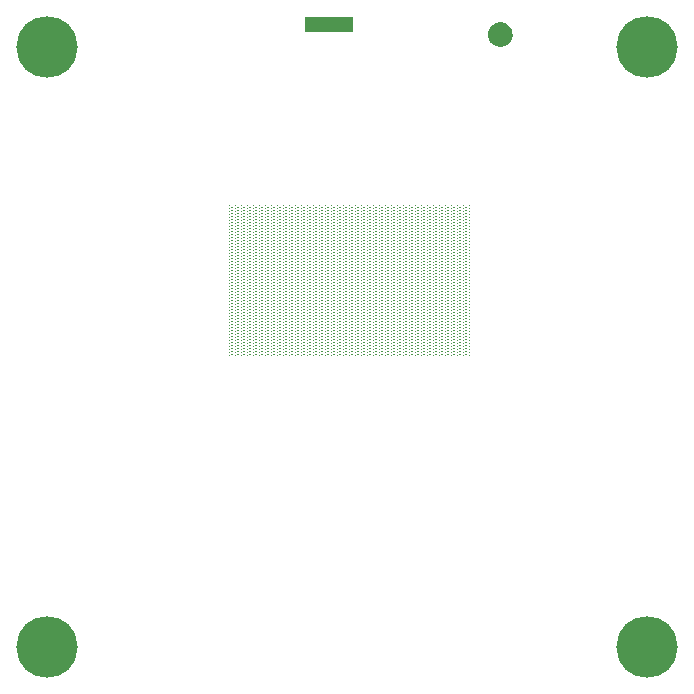
<source format=gts>
G04 Layer: TopSolderMaskLayer*
G04 EasyEDA v6.5.34, 2023-09-20 23:56:27*
G04 3f122a9d00374f5cbf43cf1a7a14275c,5a6b42c53f6a479593ecc07194224c93,10*
G04 Gerber Generator version 0.2*
G04 Scale: 100 percent, Rotated: No, Reflected: No *
G04 Dimensions in millimeters *
G04 leading zeros omitted , absolute positions ,4 integer and 5 decimal *
%FSLAX45Y45*%
%MOMM*%

%ADD10C,5.2032*%
%ADD11C,0.1000*%

%LPD*%
G36*
X4216400Y5669534D02*
G01*
X4207154Y5669127D01*
X4198010Y5667908D01*
X4189018Y5665876D01*
X4184599Y5664606D01*
X4175963Y5661406D01*
X4167632Y5657443D01*
X4159656Y5652770D01*
X4152137Y5647385D01*
X4145127Y5641390D01*
X4138676Y5634837D01*
X4132834Y5627674D01*
X4127652Y5620054D01*
X4123131Y5611977D01*
X4119372Y5603544D01*
X4116374Y5594858D01*
X4114139Y5585866D01*
X4112717Y5576773D01*
X4112107Y5567578D01*
X4112310Y5558332D01*
X4113326Y5549188D01*
X4115155Y5540146D01*
X4117797Y5531307D01*
X4119372Y5526938D01*
X4123131Y5518556D01*
X4127652Y5510479D01*
X4132834Y5502859D01*
X4138676Y5495696D01*
X4145127Y5489143D01*
X4152137Y5483098D01*
X4159656Y5477764D01*
X4167632Y5473090D01*
X4175963Y5469128D01*
X4184599Y5465927D01*
X4193489Y5463540D01*
X4202582Y5461914D01*
X4211777Y5461101D01*
X4221022Y5461101D01*
X4230166Y5461914D01*
X4239260Y5463540D01*
X4248150Y5465927D01*
X4256836Y5469128D01*
X4265168Y5473090D01*
X4273092Y5477764D01*
X4280611Y5483098D01*
X4287621Y5489143D01*
X4294073Y5495696D01*
X4299915Y5502859D01*
X4305096Y5510479D01*
X4309618Y5518556D01*
X4313377Y5526938D01*
X4316374Y5535676D01*
X4318609Y5544616D01*
X4320032Y5553760D01*
X4320641Y5562955D01*
X4320438Y5572201D01*
X4319422Y5581345D01*
X4317593Y5590387D01*
X4314952Y5599226D01*
X4311599Y5607812D01*
X4307433Y5616092D01*
X4302607Y5623915D01*
X4297070Y5631332D01*
X4290923Y5638190D01*
X4284218Y5644489D01*
X4276953Y5650179D01*
X4269181Y5655208D01*
X4261053Y5659526D01*
X4252518Y5663082D01*
X4248150Y5664606D01*
X4239260Y5666994D01*
X4230166Y5668619D01*
X4221022Y5669432D01*
G37*
D10*
G01*
X380992Y5460992D03*
G01*
X380992Y380992D03*
G01*
X5460992Y380992D03*
G01*
X5460992Y5460992D03*
D11*
G75*
G01
X1922696Y4114792D02*
G03X1922696Y4114792I-5004J0D01*
G75*
G01
X2024296Y4063992D02*
G03X2024296Y4063992I-5004J0D01*
G75*
G01
X2024296Y4114792D02*
G03X2024296Y4114792I-5004J0D01*
G75*
G01
X2024296Y4089392D02*
G03X2024296Y4089392I-5004J0D01*
G75*
G01
X1973496Y4063992D02*
G03X1973496Y4063992I-5004J0D01*
G75*
G01
X1948096Y4076692D02*
G03X1948096Y4076692I-5004J0D01*
G75*
G01
X1922696Y4089392D02*
G03X1922696Y4089392I-5004J0D01*
G75*
G01
X1948096Y4102092D02*
G03X1948096Y4102092I-5004J0D01*
G75*
G01
X1998896Y4076692D02*
G03X1998896Y4076692I-5004J0D01*
G75*
G01
X1998896Y4102092D02*
G03X1998896Y4102092I-5004J0D01*
G75*
G01
X1973496Y4089392D02*
G03X1973496Y4089392I-5004J0D01*
G75*
G01
X1973496Y4114792D02*
G03X1973496Y4114792I-5004J0D01*
G75*
G01
X2075096Y4063992D02*
G03X2075096Y4063992I-5004J0D01*
G75*
G01
X2151296Y4076692D02*
G03X2151296Y4076692I-5004J0D01*
G75*
G01
X2176696Y4089392D02*
G03X2176696Y4089392I-5004J0D01*
G75*
G01
X2151296Y4102092D02*
G03X2151296Y4102092I-5004J0D01*
G75*
G01
X2100496Y4076692D02*
G03X2100496Y4076692I-5004J0D01*
G75*
G01
X2075096Y4089392D02*
G03X2075096Y4089392I-5004J0D01*
G75*
G01
X2049696Y4102092D02*
G03X2049696Y4102092I-5004J0D01*
G75*
G01
X2075096Y4114792D02*
G03X2075096Y4114792I-5004J0D01*
G75*
G01
X2125896Y4089392D02*
G03X2125896Y4089392I-5004J0D01*
G75*
G01
X2125896Y4114792D02*
G03X2125896Y4114792I-5004J0D01*
G75*
G01
X2100496Y4102092D02*
G03X2100496Y4102092I-5004J0D01*
G75*
G01
X2049696Y4076692D02*
G03X2049696Y4076692I-5004J0D01*
G75*
G01
X2125896Y4063992D02*
G03X2125896Y4063992I-5004J0D01*
G75*
G01
X1948096Y4051292D02*
G03X1948096Y4051292I-5004J0D01*
G75*
G01
X2176696Y4114792D02*
G03X2176696Y4114792I-5004J0D01*
G75*
G01
X2176696Y4063992D02*
G03X2176696Y4063992I-5004J0D01*
G75*
G01
X1922696Y4063992D02*
G03X1922696Y4063992I-5004J0D01*
G75*
G01
X1998896Y4051292D02*
G03X1998896Y4051292I-5004J0D01*
G75*
G01
X2049696Y4051292D02*
G03X2049696Y4051292I-5004J0D01*
G75*
G01
X2151296Y4051292D02*
G03X2151296Y4051292I-5004J0D01*
G75*
G01
X2100496Y4051292D02*
G03X2100496Y4051292I-5004J0D01*
G75*
G01
X2100496Y3975092D02*
G03X2100496Y3975092I-5004J0D01*
G75*
G01
X2151296Y3975092D02*
G03X2151296Y3975092I-5004J0D01*
G75*
G01
X2049696Y3975092D02*
G03X2049696Y3975092I-5004J0D01*
G75*
G01
X1998896Y3975092D02*
G03X1998896Y3975092I-5004J0D01*
G75*
G01
X1922696Y3987792D02*
G03X1922696Y3987792I-5004J0D01*
G75*
G01
X2176696Y3987792D02*
G03X2176696Y3987792I-5004J0D01*
G75*
G01
X2176696Y4038592D02*
G03X2176696Y4038592I-5004J0D01*
G75*
G01
X1948096Y3975092D02*
G03X1948096Y3975092I-5004J0D01*
G75*
G01
X2125896Y3987792D02*
G03X2125896Y3987792I-5004J0D01*
G75*
G01
X2049696Y4000492D02*
G03X2049696Y4000492I-5004J0D01*
G75*
G01
X2100496Y4025892D02*
G03X2100496Y4025892I-5004J0D01*
G75*
G01
X2125896Y4038592D02*
G03X2125896Y4038592I-5004J0D01*
G75*
G01
X2125896Y4013192D02*
G03X2125896Y4013192I-5004J0D01*
G75*
G01
X2075096Y4038592D02*
G03X2075096Y4038592I-5004J0D01*
G75*
G01
X2049696Y4025892D02*
G03X2049696Y4025892I-5004J0D01*
G75*
G01
X2075096Y4013192D02*
G03X2075096Y4013192I-5004J0D01*
G75*
G01
X2100496Y4000492D02*
G03X2100496Y4000492I-5004J0D01*
G75*
G01
X2151296Y4025892D02*
G03X2151296Y4025892I-5004J0D01*
G75*
G01
X2176696Y4013192D02*
G03X2176696Y4013192I-5004J0D01*
G75*
G01
X2151296Y4000492D02*
G03X2151296Y4000492I-5004J0D01*
G75*
G01
X2075096Y3987792D02*
G03X2075096Y3987792I-5004J0D01*
G75*
G01
X1973496Y4038592D02*
G03X1973496Y4038592I-5004J0D01*
G75*
G01
X1973496Y4013192D02*
G03X1973496Y4013192I-5004J0D01*
G75*
G01
X1998896Y4025892D02*
G03X1998896Y4025892I-5004J0D01*
G75*
G01
X1998896Y4000492D02*
G03X1998896Y4000492I-5004J0D01*
G75*
G01
X1948096Y4025892D02*
G03X1948096Y4025892I-5004J0D01*
G75*
G01
X1922696Y4013192D02*
G03X1922696Y4013192I-5004J0D01*
G75*
G01
X1948096Y4000492D02*
G03X1948096Y4000492I-5004J0D01*
G75*
G01
X1973496Y3987792D02*
G03X1973496Y3987792I-5004J0D01*
G75*
G01
X2024296Y4013192D02*
G03X2024296Y4013192I-5004J0D01*
G75*
G01
X2024296Y4038592D02*
G03X2024296Y4038592I-5004J0D01*
G75*
G01
X2024296Y3987792D02*
G03X2024296Y3987792I-5004J0D01*
G75*
G01
X1922696Y4038592D02*
G03X1922696Y4038592I-5004J0D01*
G75*
G01
X2100496Y3898892D02*
G03X2100496Y3898892I-5004J0D01*
G75*
G01
X2151296Y3898892D02*
G03X2151296Y3898892I-5004J0D01*
G75*
G01
X2049696Y3898892D02*
G03X2049696Y3898892I-5004J0D01*
G75*
G01
X1998896Y3898892D02*
G03X1998896Y3898892I-5004J0D01*
G75*
G01
X1922696Y3911592D02*
G03X1922696Y3911592I-5004J0D01*
G75*
G01
X2176696Y3911592D02*
G03X2176696Y3911592I-5004J0D01*
G75*
G01
X2176696Y3962392D02*
G03X2176696Y3962392I-5004J0D01*
G75*
G01
X1948096Y3898892D02*
G03X1948096Y3898892I-5004J0D01*
G75*
G01
X2125896Y3911592D02*
G03X2125896Y3911592I-5004J0D01*
G75*
G01
X2049696Y3924292D02*
G03X2049696Y3924292I-5004J0D01*
G75*
G01
X2100496Y3949692D02*
G03X2100496Y3949692I-5004J0D01*
G75*
G01
X2125896Y3962392D02*
G03X2125896Y3962392I-5004J0D01*
G75*
G01
X2125896Y3936992D02*
G03X2125896Y3936992I-5004J0D01*
G75*
G01
X2075096Y3962392D02*
G03X2075096Y3962392I-5004J0D01*
G75*
G01
X2049696Y3949692D02*
G03X2049696Y3949692I-5004J0D01*
G75*
G01
X2075096Y3936992D02*
G03X2075096Y3936992I-5004J0D01*
G75*
G01
X2100496Y3924292D02*
G03X2100496Y3924292I-5004J0D01*
G75*
G01
X2151296Y3949692D02*
G03X2151296Y3949692I-5004J0D01*
G75*
G01
X2176696Y3936992D02*
G03X2176696Y3936992I-5004J0D01*
G75*
G01
X2151296Y3924292D02*
G03X2151296Y3924292I-5004J0D01*
G75*
G01
X2075096Y3911592D02*
G03X2075096Y3911592I-5004J0D01*
G75*
G01
X1973496Y3962392D02*
G03X1973496Y3962392I-5004J0D01*
G75*
G01
X1973496Y3936992D02*
G03X1973496Y3936992I-5004J0D01*
G75*
G01
X1998896Y3949692D02*
G03X1998896Y3949692I-5004J0D01*
G75*
G01
X1998896Y3924292D02*
G03X1998896Y3924292I-5004J0D01*
G75*
G01
X1948096Y3949692D02*
G03X1948096Y3949692I-5004J0D01*
G75*
G01
X1922696Y3936992D02*
G03X1922696Y3936992I-5004J0D01*
G75*
G01
X1948096Y3924292D02*
G03X1948096Y3924292I-5004J0D01*
G75*
G01
X1973496Y3911592D02*
G03X1973496Y3911592I-5004J0D01*
G75*
G01
X2024296Y3936992D02*
G03X2024296Y3936992I-5004J0D01*
G75*
G01
X2024296Y3962392D02*
G03X2024296Y3962392I-5004J0D01*
G75*
G01
X2024296Y3911592D02*
G03X2024296Y3911592I-5004J0D01*
G75*
G01
X1922696Y3962392D02*
G03X1922696Y3962392I-5004J0D01*
G75*
G01
X2100496Y3822692D02*
G03X2100496Y3822692I-5004J0D01*
G75*
G01
X2151296Y3822692D02*
G03X2151296Y3822692I-5004J0D01*
G75*
G01
X2049696Y3822692D02*
G03X2049696Y3822692I-5004J0D01*
G75*
G01
X1998896Y3822692D02*
G03X1998896Y3822692I-5004J0D01*
G75*
G01
X1922696Y3835392D02*
G03X1922696Y3835392I-5004J0D01*
G75*
G01
X2176696Y3835392D02*
G03X2176696Y3835392I-5004J0D01*
G75*
G01
X2176696Y3886192D02*
G03X2176696Y3886192I-5004J0D01*
G75*
G01
X1948096Y3822692D02*
G03X1948096Y3822692I-5004J0D01*
G75*
G01
X2125896Y3835392D02*
G03X2125896Y3835392I-5004J0D01*
G75*
G01
X2049696Y3848092D02*
G03X2049696Y3848092I-5004J0D01*
G75*
G01
X2100496Y3873492D02*
G03X2100496Y3873492I-5004J0D01*
G75*
G01
X2125896Y3886192D02*
G03X2125896Y3886192I-5004J0D01*
G75*
G01
X2125896Y3860792D02*
G03X2125896Y3860792I-5004J0D01*
G75*
G01
X2075096Y3886192D02*
G03X2075096Y3886192I-5004J0D01*
G75*
G01
X2049696Y3873492D02*
G03X2049696Y3873492I-5004J0D01*
G75*
G01
X2075096Y3860792D02*
G03X2075096Y3860792I-5004J0D01*
G75*
G01
X2100496Y3848092D02*
G03X2100496Y3848092I-5004J0D01*
G75*
G01
X2151296Y3873492D02*
G03X2151296Y3873492I-5004J0D01*
G75*
G01
X2176696Y3860792D02*
G03X2176696Y3860792I-5004J0D01*
G75*
G01
X2151296Y3848092D02*
G03X2151296Y3848092I-5004J0D01*
G75*
G01
X2075096Y3835392D02*
G03X2075096Y3835392I-5004J0D01*
G75*
G01
X1973496Y3886192D02*
G03X1973496Y3886192I-5004J0D01*
G75*
G01
X1973496Y3860792D02*
G03X1973496Y3860792I-5004J0D01*
G75*
G01
X1998896Y3873492D02*
G03X1998896Y3873492I-5004J0D01*
G75*
G01
X1998896Y3848092D02*
G03X1998896Y3848092I-5004J0D01*
G75*
G01
X1948096Y3873492D02*
G03X1948096Y3873492I-5004J0D01*
G75*
G01
X1922696Y3860792D02*
G03X1922696Y3860792I-5004J0D01*
G75*
G01
X1948096Y3848092D02*
G03X1948096Y3848092I-5004J0D01*
G75*
G01
X1973496Y3835392D02*
G03X1973496Y3835392I-5004J0D01*
G75*
G01
X2024296Y3860792D02*
G03X2024296Y3860792I-5004J0D01*
G75*
G01
X2024296Y3886192D02*
G03X2024296Y3886192I-5004J0D01*
G75*
G01
X2024296Y3835392D02*
G03X2024296Y3835392I-5004J0D01*
G75*
G01
X1922696Y3886192D02*
G03X1922696Y3886192I-5004J0D01*
G75*
G01
X2100496Y3746492D02*
G03X2100496Y3746492I-5004J0D01*
G75*
G01
X2151296Y3746492D02*
G03X2151296Y3746492I-5004J0D01*
G75*
G01
X2049696Y3746492D02*
G03X2049696Y3746492I-5004J0D01*
G75*
G01
X1998896Y3746492D02*
G03X1998896Y3746492I-5004J0D01*
G75*
G01
X1922696Y3759192D02*
G03X1922696Y3759192I-5004J0D01*
G75*
G01
X2176696Y3759192D02*
G03X2176696Y3759192I-5004J0D01*
G75*
G01
X2176696Y3809992D02*
G03X2176696Y3809992I-5004J0D01*
G75*
G01
X1948096Y3746492D02*
G03X1948096Y3746492I-5004J0D01*
G75*
G01
X2125896Y3759192D02*
G03X2125896Y3759192I-5004J0D01*
G75*
G01
X2049696Y3771892D02*
G03X2049696Y3771892I-5004J0D01*
G75*
G01
X2100496Y3797292D02*
G03X2100496Y3797292I-5004J0D01*
G75*
G01
X2125896Y3809992D02*
G03X2125896Y3809992I-5004J0D01*
G75*
G01
X2125896Y3784592D02*
G03X2125896Y3784592I-5004J0D01*
G75*
G01
X2075096Y3809992D02*
G03X2075096Y3809992I-5004J0D01*
G75*
G01
X2049696Y3797292D02*
G03X2049696Y3797292I-5004J0D01*
G75*
G01
X2075096Y3784592D02*
G03X2075096Y3784592I-5004J0D01*
G75*
G01
X2100496Y3771892D02*
G03X2100496Y3771892I-5004J0D01*
G75*
G01
X2151296Y3797292D02*
G03X2151296Y3797292I-5004J0D01*
G75*
G01
X2176696Y3784592D02*
G03X2176696Y3784592I-5004J0D01*
G75*
G01
X2151296Y3771892D02*
G03X2151296Y3771892I-5004J0D01*
G75*
G01
X2075096Y3759192D02*
G03X2075096Y3759192I-5004J0D01*
G75*
G01
X1973496Y3809992D02*
G03X1973496Y3809992I-5004J0D01*
G75*
G01
X1973496Y3784592D02*
G03X1973496Y3784592I-5004J0D01*
G75*
G01
X1998896Y3797292D02*
G03X1998896Y3797292I-5004J0D01*
G75*
G01
X1998896Y3771892D02*
G03X1998896Y3771892I-5004J0D01*
G75*
G01
X1948096Y3797292D02*
G03X1948096Y3797292I-5004J0D01*
G75*
G01
X1922696Y3784592D02*
G03X1922696Y3784592I-5004J0D01*
G75*
G01
X1948096Y3771892D02*
G03X1948096Y3771892I-5004J0D01*
G75*
G01
X1973496Y3759192D02*
G03X1973496Y3759192I-5004J0D01*
G75*
G01
X2024296Y3784592D02*
G03X2024296Y3784592I-5004J0D01*
G75*
G01
X2024296Y3809992D02*
G03X2024296Y3809992I-5004J0D01*
G75*
G01
X2024296Y3759192D02*
G03X2024296Y3759192I-5004J0D01*
G75*
G01
X1922696Y3809992D02*
G03X1922696Y3809992I-5004J0D01*
G75*
G01
X2176696Y3733792D02*
G03X2176696Y3733792I-5004J0D01*
G75*
G01
X2049696Y3695692D02*
G03X2049696Y3695692I-5004J0D01*
G75*
G01
X2100496Y3721092D02*
G03X2100496Y3721092I-5004J0D01*
G75*
G01
X2125896Y3733792D02*
G03X2125896Y3733792I-5004J0D01*
G75*
G01
X2125896Y3708392D02*
G03X2125896Y3708392I-5004J0D01*
G75*
G01
X2075096Y3733792D02*
G03X2075096Y3733792I-5004J0D01*
G75*
G01
X2049696Y3721092D02*
G03X2049696Y3721092I-5004J0D01*
G75*
G01
X2075096Y3708392D02*
G03X2075096Y3708392I-5004J0D01*
G75*
G01
X2100496Y3695692D02*
G03X2100496Y3695692I-5004J0D01*
G75*
G01
X2151296Y3721092D02*
G03X2151296Y3721092I-5004J0D01*
G75*
G01
X2176696Y3708392D02*
G03X2176696Y3708392I-5004J0D01*
G75*
G01
X2151296Y3695692D02*
G03X2151296Y3695692I-5004J0D01*
G75*
G01
X1973496Y3733792D02*
G03X1973496Y3733792I-5004J0D01*
G75*
G01
X1973496Y3708392D02*
G03X1973496Y3708392I-5004J0D01*
G75*
G01
X1998896Y3721092D02*
G03X1998896Y3721092I-5004J0D01*
G75*
G01
X1998896Y3695692D02*
G03X1998896Y3695692I-5004J0D01*
G75*
G01
X1948096Y3721092D02*
G03X1948096Y3721092I-5004J0D01*
G75*
G01
X1922696Y3708392D02*
G03X1922696Y3708392I-5004J0D01*
G75*
G01
X1948096Y3695692D02*
G03X1948096Y3695692I-5004J0D01*
G75*
G01
X2024296Y3708392D02*
G03X2024296Y3708392I-5004J0D01*
G75*
G01
X2024296Y3733792D02*
G03X2024296Y3733792I-5004J0D01*
G75*
G01
X1922696Y3733792D02*
G03X1922696Y3733792I-5004J0D01*
G75*
G01
X1922696Y3301992D02*
G03X1922696Y3301992I-5004J0D01*
G75*
G01
X2024296Y3301992D02*
G03X2024296Y3301992I-5004J0D01*
G75*
G01
X2024296Y3276592D02*
G03X2024296Y3276592I-5004J0D01*
G75*
G01
X1948096Y3263892D02*
G03X1948096Y3263892I-5004J0D01*
G75*
G01
X1922696Y3276592D02*
G03X1922696Y3276592I-5004J0D01*
G75*
G01
X1948096Y3289292D02*
G03X1948096Y3289292I-5004J0D01*
G75*
G01
X1998896Y3263892D02*
G03X1998896Y3263892I-5004J0D01*
G75*
G01
X1998896Y3289292D02*
G03X1998896Y3289292I-5004J0D01*
G75*
G01
X1973496Y3276592D02*
G03X1973496Y3276592I-5004J0D01*
G75*
G01
X1973496Y3301992D02*
G03X1973496Y3301992I-5004J0D01*
G75*
G01
X2151296Y3263892D02*
G03X2151296Y3263892I-5004J0D01*
G75*
G01
X2176696Y3276592D02*
G03X2176696Y3276592I-5004J0D01*
G75*
G01
X2151296Y3289292D02*
G03X2151296Y3289292I-5004J0D01*
G75*
G01
X2100496Y3263892D02*
G03X2100496Y3263892I-5004J0D01*
G75*
G01
X2075096Y3276592D02*
G03X2075096Y3276592I-5004J0D01*
G75*
G01
X2049696Y3289292D02*
G03X2049696Y3289292I-5004J0D01*
G75*
G01
X2075096Y3301992D02*
G03X2075096Y3301992I-5004J0D01*
G75*
G01
X2125896Y3276592D02*
G03X2125896Y3276592I-5004J0D01*
G75*
G01
X2125896Y3301992D02*
G03X2125896Y3301992I-5004J0D01*
G75*
G01
X2100496Y3289292D02*
G03X2100496Y3289292I-5004J0D01*
G75*
G01
X2049696Y3263892D02*
G03X2049696Y3263892I-5004J0D01*
G75*
G01
X2176696Y3301992D02*
G03X2176696Y3301992I-5004J0D01*
G75*
G01
X1922696Y3378192D02*
G03X1922696Y3378192I-5004J0D01*
G75*
G01
X2024296Y3327392D02*
G03X2024296Y3327392I-5004J0D01*
G75*
G01
X2024296Y3378192D02*
G03X2024296Y3378192I-5004J0D01*
G75*
G01
X2024296Y3352792D02*
G03X2024296Y3352792I-5004J0D01*
G75*
G01
X1973496Y3327392D02*
G03X1973496Y3327392I-5004J0D01*
G75*
G01
X1948096Y3340092D02*
G03X1948096Y3340092I-5004J0D01*
G75*
G01
X1922696Y3352792D02*
G03X1922696Y3352792I-5004J0D01*
G75*
G01
X1948096Y3365492D02*
G03X1948096Y3365492I-5004J0D01*
G75*
G01
X1998896Y3340092D02*
G03X1998896Y3340092I-5004J0D01*
G75*
G01
X1998896Y3365492D02*
G03X1998896Y3365492I-5004J0D01*
G75*
G01
X1973496Y3352792D02*
G03X1973496Y3352792I-5004J0D01*
G75*
G01
X1973496Y3378192D02*
G03X1973496Y3378192I-5004J0D01*
G75*
G01
X2075096Y3327392D02*
G03X2075096Y3327392I-5004J0D01*
G75*
G01
X2151296Y3340092D02*
G03X2151296Y3340092I-5004J0D01*
G75*
G01
X2176696Y3352792D02*
G03X2176696Y3352792I-5004J0D01*
G75*
G01
X2151296Y3365492D02*
G03X2151296Y3365492I-5004J0D01*
G75*
G01
X2100496Y3340092D02*
G03X2100496Y3340092I-5004J0D01*
G75*
G01
X2075096Y3352792D02*
G03X2075096Y3352792I-5004J0D01*
G75*
G01
X2049696Y3365492D02*
G03X2049696Y3365492I-5004J0D01*
G75*
G01
X2075096Y3378192D02*
G03X2075096Y3378192I-5004J0D01*
G75*
G01
X2125896Y3352792D02*
G03X2125896Y3352792I-5004J0D01*
G75*
G01
X2125896Y3378192D02*
G03X2125896Y3378192I-5004J0D01*
G75*
G01
X2100496Y3365492D02*
G03X2100496Y3365492I-5004J0D01*
G75*
G01
X2049696Y3340092D02*
G03X2049696Y3340092I-5004J0D01*
G75*
G01
X2125896Y3327392D02*
G03X2125896Y3327392I-5004J0D01*
G75*
G01
X1948096Y3314692D02*
G03X1948096Y3314692I-5004J0D01*
G75*
G01
X2176696Y3378192D02*
G03X2176696Y3378192I-5004J0D01*
G75*
G01
X2176696Y3327392D02*
G03X2176696Y3327392I-5004J0D01*
G75*
G01
X1922696Y3327392D02*
G03X1922696Y3327392I-5004J0D01*
G75*
G01
X1998896Y3314692D02*
G03X1998896Y3314692I-5004J0D01*
G75*
G01
X2049696Y3314692D02*
G03X2049696Y3314692I-5004J0D01*
G75*
G01
X2151296Y3314692D02*
G03X2151296Y3314692I-5004J0D01*
G75*
G01
X2100496Y3314692D02*
G03X2100496Y3314692I-5004J0D01*
G75*
G01
X1922696Y3454392D02*
G03X1922696Y3454392I-5004J0D01*
G75*
G01
X2024296Y3403592D02*
G03X2024296Y3403592I-5004J0D01*
G75*
G01
X2024296Y3454392D02*
G03X2024296Y3454392I-5004J0D01*
G75*
G01
X2024296Y3428992D02*
G03X2024296Y3428992I-5004J0D01*
G75*
G01
X1973496Y3403592D02*
G03X1973496Y3403592I-5004J0D01*
G75*
G01
X1948096Y3416292D02*
G03X1948096Y3416292I-5004J0D01*
G75*
G01
X1922696Y3428992D02*
G03X1922696Y3428992I-5004J0D01*
G75*
G01
X1948096Y3441692D02*
G03X1948096Y3441692I-5004J0D01*
G75*
G01
X1998896Y3416292D02*
G03X1998896Y3416292I-5004J0D01*
G75*
G01
X1998896Y3441692D02*
G03X1998896Y3441692I-5004J0D01*
G75*
G01
X1973496Y3428992D02*
G03X1973496Y3428992I-5004J0D01*
G75*
G01
X1973496Y3454392D02*
G03X1973496Y3454392I-5004J0D01*
G75*
G01
X2075096Y3403592D02*
G03X2075096Y3403592I-5004J0D01*
G75*
G01
X2151296Y3416292D02*
G03X2151296Y3416292I-5004J0D01*
G75*
G01
X2176696Y3428992D02*
G03X2176696Y3428992I-5004J0D01*
G75*
G01
X2151296Y3441692D02*
G03X2151296Y3441692I-5004J0D01*
G75*
G01
X2100496Y3416292D02*
G03X2100496Y3416292I-5004J0D01*
G75*
G01
X2075096Y3428992D02*
G03X2075096Y3428992I-5004J0D01*
G75*
G01
X2049696Y3441692D02*
G03X2049696Y3441692I-5004J0D01*
G75*
G01
X2075096Y3454392D02*
G03X2075096Y3454392I-5004J0D01*
G75*
G01
X2125896Y3428992D02*
G03X2125896Y3428992I-5004J0D01*
G75*
G01
X2125896Y3454392D02*
G03X2125896Y3454392I-5004J0D01*
G75*
G01
X2100496Y3441692D02*
G03X2100496Y3441692I-5004J0D01*
G75*
G01
X2049696Y3416292D02*
G03X2049696Y3416292I-5004J0D01*
G75*
G01
X2125896Y3403592D02*
G03X2125896Y3403592I-5004J0D01*
G75*
G01
X1948096Y3390892D02*
G03X1948096Y3390892I-5004J0D01*
G75*
G01
X2176696Y3454392D02*
G03X2176696Y3454392I-5004J0D01*
G75*
G01
X2176696Y3403592D02*
G03X2176696Y3403592I-5004J0D01*
G75*
G01
X1922696Y3403592D02*
G03X1922696Y3403592I-5004J0D01*
G75*
G01
X1998896Y3390892D02*
G03X1998896Y3390892I-5004J0D01*
G75*
G01
X2049696Y3390892D02*
G03X2049696Y3390892I-5004J0D01*
G75*
G01
X2151296Y3390892D02*
G03X2151296Y3390892I-5004J0D01*
G75*
G01
X2100496Y3390892D02*
G03X2100496Y3390892I-5004J0D01*
G75*
G01
X1922696Y3530592D02*
G03X1922696Y3530592I-5004J0D01*
G75*
G01
X2024296Y3479792D02*
G03X2024296Y3479792I-5004J0D01*
G75*
G01
X2024296Y3530592D02*
G03X2024296Y3530592I-5004J0D01*
G75*
G01
X2024296Y3505192D02*
G03X2024296Y3505192I-5004J0D01*
G75*
G01
X1973496Y3479792D02*
G03X1973496Y3479792I-5004J0D01*
G75*
G01
X1948096Y3492492D02*
G03X1948096Y3492492I-5004J0D01*
G75*
G01
X1922696Y3505192D02*
G03X1922696Y3505192I-5004J0D01*
G75*
G01
X1948096Y3517892D02*
G03X1948096Y3517892I-5004J0D01*
G75*
G01
X1998896Y3492492D02*
G03X1998896Y3492492I-5004J0D01*
G75*
G01
X1998896Y3517892D02*
G03X1998896Y3517892I-5004J0D01*
G75*
G01
X1973496Y3505192D02*
G03X1973496Y3505192I-5004J0D01*
G75*
G01
X1973496Y3530592D02*
G03X1973496Y3530592I-5004J0D01*
G75*
G01
X2075096Y3479792D02*
G03X2075096Y3479792I-5004J0D01*
G75*
G01
X2151296Y3492492D02*
G03X2151296Y3492492I-5004J0D01*
G75*
G01
X2176696Y3505192D02*
G03X2176696Y3505192I-5004J0D01*
G75*
G01
X2151296Y3517892D02*
G03X2151296Y3517892I-5004J0D01*
G75*
G01
X2100496Y3492492D02*
G03X2100496Y3492492I-5004J0D01*
G75*
G01
X2075096Y3505192D02*
G03X2075096Y3505192I-5004J0D01*
G75*
G01
X2049696Y3517892D02*
G03X2049696Y3517892I-5004J0D01*
G75*
G01
X2075096Y3530592D02*
G03X2075096Y3530592I-5004J0D01*
G75*
G01
X2125896Y3505192D02*
G03X2125896Y3505192I-5004J0D01*
G75*
G01
X2125896Y3530592D02*
G03X2125896Y3530592I-5004J0D01*
G75*
G01
X2100496Y3517892D02*
G03X2100496Y3517892I-5004J0D01*
G75*
G01
X2049696Y3492492D02*
G03X2049696Y3492492I-5004J0D01*
G75*
G01
X2125896Y3479792D02*
G03X2125896Y3479792I-5004J0D01*
G75*
G01
X1948096Y3467092D02*
G03X1948096Y3467092I-5004J0D01*
G75*
G01
X2176696Y3530592D02*
G03X2176696Y3530592I-5004J0D01*
G75*
G01
X2176696Y3479792D02*
G03X2176696Y3479792I-5004J0D01*
G75*
G01
X1922696Y3479792D02*
G03X1922696Y3479792I-5004J0D01*
G75*
G01
X1998896Y3467092D02*
G03X1998896Y3467092I-5004J0D01*
G75*
G01
X2049696Y3467092D02*
G03X2049696Y3467092I-5004J0D01*
G75*
G01
X2151296Y3467092D02*
G03X2151296Y3467092I-5004J0D01*
G75*
G01
X2100496Y3467092D02*
G03X2100496Y3467092I-5004J0D01*
G75*
G01
X1922696Y3606792D02*
G03X1922696Y3606792I-5004J0D01*
G75*
G01
X2024296Y3555992D02*
G03X2024296Y3555992I-5004J0D01*
G75*
G01
X2024296Y3606792D02*
G03X2024296Y3606792I-5004J0D01*
G75*
G01
X2024296Y3581392D02*
G03X2024296Y3581392I-5004J0D01*
G75*
G01
X1973496Y3555992D02*
G03X1973496Y3555992I-5004J0D01*
G75*
G01
X1948096Y3568692D02*
G03X1948096Y3568692I-5004J0D01*
G75*
G01
X1922696Y3581392D02*
G03X1922696Y3581392I-5004J0D01*
G75*
G01
X1948096Y3594092D02*
G03X1948096Y3594092I-5004J0D01*
G75*
G01
X1998896Y3568692D02*
G03X1998896Y3568692I-5004J0D01*
G75*
G01
X1998896Y3594092D02*
G03X1998896Y3594092I-5004J0D01*
G75*
G01
X1973496Y3581392D02*
G03X1973496Y3581392I-5004J0D01*
G75*
G01
X1973496Y3606792D02*
G03X1973496Y3606792I-5004J0D01*
G75*
G01
X2075096Y3555992D02*
G03X2075096Y3555992I-5004J0D01*
G75*
G01
X2151296Y3568692D02*
G03X2151296Y3568692I-5004J0D01*
G75*
G01
X2176696Y3581392D02*
G03X2176696Y3581392I-5004J0D01*
G75*
G01
X2151296Y3594092D02*
G03X2151296Y3594092I-5004J0D01*
G75*
G01
X2100496Y3568692D02*
G03X2100496Y3568692I-5004J0D01*
G75*
G01
X2075096Y3581392D02*
G03X2075096Y3581392I-5004J0D01*
G75*
G01
X2049696Y3594092D02*
G03X2049696Y3594092I-5004J0D01*
G75*
G01
X2075096Y3606792D02*
G03X2075096Y3606792I-5004J0D01*
G75*
G01
X2125896Y3581392D02*
G03X2125896Y3581392I-5004J0D01*
G75*
G01
X2125896Y3606792D02*
G03X2125896Y3606792I-5004J0D01*
G75*
G01
X2100496Y3594092D02*
G03X2100496Y3594092I-5004J0D01*
G75*
G01
X2049696Y3568692D02*
G03X2049696Y3568692I-5004J0D01*
G75*
G01
X2125896Y3555992D02*
G03X2125896Y3555992I-5004J0D01*
G75*
G01
X1948096Y3543292D02*
G03X1948096Y3543292I-5004J0D01*
G75*
G01
X2176696Y3606792D02*
G03X2176696Y3606792I-5004J0D01*
G75*
G01
X2176696Y3555992D02*
G03X2176696Y3555992I-5004J0D01*
G75*
G01
X1922696Y3555992D02*
G03X1922696Y3555992I-5004J0D01*
G75*
G01
X1998896Y3543292D02*
G03X1998896Y3543292I-5004J0D01*
G75*
G01
X2049696Y3543292D02*
G03X2049696Y3543292I-5004J0D01*
G75*
G01
X2151296Y3543292D02*
G03X2151296Y3543292I-5004J0D01*
G75*
G01
X2100496Y3543292D02*
G03X2100496Y3543292I-5004J0D01*
G75*
G01
X2100496Y3619492D02*
G03X2100496Y3619492I-5004J0D01*
G75*
G01
X2151296Y3619492D02*
G03X2151296Y3619492I-5004J0D01*
G75*
G01
X2049696Y3619492D02*
G03X2049696Y3619492I-5004J0D01*
G75*
G01
X1998896Y3619492D02*
G03X1998896Y3619492I-5004J0D01*
G75*
G01
X1922696Y3632192D02*
G03X1922696Y3632192I-5004J0D01*
G75*
G01
X2176696Y3632192D02*
G03X2176696Y3632192I-5004J0D01*
G75*
G01
X2176696Y3682992D02*
G03X2176696Y3682992I-5004J0D01*
G75*
G01
X1948096Y3619492D02*
G03X1948096Y3619492I-5004J0D01*
G75*
G01
X2125896Y3632192D02*
G03X2125896Y3632192I-5004J0D01*
G75*
G01
X2049696Y3644892D02*
G03X2049696Y3644892I-5004J0D01*
G75*
G01
X2100496Y3670292D02*
G03X2100496Y3670292I-5004J0D01*
G75*
G01
X2125896Y3682992D02*
G03X2125896Y3682992I-5004J0D01*
G75*
G01
X2125896Y3657592D02*
G03X2125896Y3657592I-5004J0D01*
G75*
G01
X2075096Y3682992D02*
G03X2075096Y3682992I-5004J0D01*
G75*
G01
X2049696Y3670292D02*
G03X2049696Y3670292I-5004J0D01*
G75*
G01
X2075096Y3657592D02*
G03X2075096Y3657592I-5004J0D01*
G75*
G01
X2100496Y3644892D02*
G03X2100496Y3644892I-5004J0D01*
G75*
G01
X2151296Y3670292D02*
G03X2151296Y3670292I-5004J0D01*
G75*
G01
X2176696Y3657592D02*
G03X2176696Y3657592I-5004J0D01*
G75*
G01
X2151296Y3644892D02*
G03X2151296Y3644892I-5004J0D01*
G75*
G01
X2075096Y3632192D02*
G03X2075096Y3632192I-5004J0D01*
G75*
G01
X1973496Y3682992D02*
G03X1973496Y3682992I-5004J0D01*
G75*
G01
X1973496Y3657592D02*
G03X1973496Y3657592I-5004J0D01*
G75*
G01
X1998896Y3670292D02*
G03X1998896Y3670292I-5004J0D01*
G75*
G01
X1998896Y3644892D02*
G03X1998896Y3644892I-5004J0D01*
G75*
G01
X1948096Y3670292D02*
G03X1948096Y3670292I-5004J0D01*
G75*
G01
X1922696Y3657592D02*
G03X1922696Y3657592I-5004J0D01*
G75*
G01
X1948096Y3644892D02*
G03X1948096Y3644892I-5004J0D01*
G75*
G01
X1973496Y3632192D02*
G03X1973496Y3632192I-5004J0D01*
G75*
G01
X2024296Y3657592D02*
G03X2024296Y3657592I-5004J0D01*
G75*
G01
X2024296Y3682992D02*
G03X2024296Y3682992I-5004J0D01*
G75*
G01
X2024296Y3632192D02*
G03X2024296Y3632192I-5004J0D01*
G75*
G01
X1922696Y3682992D02*
G03X1922696Y3682992I-5004J0D01*
G75*
G01
X1922696Y2870192D02*
G03X1922696Y2870192I-5004J0D01*
G75*
G01
X2024296Y2870192D02*
G03X2024296Y2870192I-5004J0D01*
G75*
G01
X2024296Y2844792D02*
G03X2024296Y2844792I-5004J0D01*
G75*
G01
X1922696Y2844792D02*
G03X1922696Y2844792I-5004J0D01*
G75*
G01
X1948096Y2857492D02*
G03X1948096Y2857492I-5004J0D01*
G75*
G01
X1998896Y2857492D02*
G03X1998896Y2857492I-5004J0D01*
G75*
G01
X1973496Y2844792D02*
G03X1973496Y2844792I-5004J0D01*
G75*
G01
X1973496Y2870192D02*
G03X1973496Y2870192I-5004J0D01*
G75*
G01
X2176696Y2844792D02*
G03X2176696Y2844792I-5004J0D01*
G75*
G01
X2151296Y2857492D02*
G03X2151296Y2857492I-5004J0D01*
G75*
G01
X2075096Y2844792D02*
G03X2075096Y2844792I-5004J0D01*
G75*
G01
X2049696Y2857492D02*
G03X2049696Y2857492I-5004J0D01*
G75*
G01
X2075096Y2870192D02*
G03X2075096Y2870192I-5004J0D01*
G75*
G01
X2125896Y2844792D02*
G03X2125896Y2844792I-5004J0D01*
G75*
G01
X2125896Y2870192D02*
G03X2125896Y2870192I-5004J0D01*
G75*
G01
X2100496Y2857492D02*
G03X2100496Y2857492I-5004J0D01*
G75*
G01
X2176696Y2870192D02*
G03X2176696Y2870192I-5004J0D01*
G75*
G01
X1922696Y2946392D02*
G03X1922696Y2946392I-5004J0D01*
G75*
G01
X2024296Y2895592D02*
G03X2024296Y2895592I-5004J0D01*
G75*
G01
X2024296Y2946392D02*
G03X2024296Y2946392I-5004J0D01*
G75*
G01
X2024296Y2920992D02*
G03X2024296Y2920992I-5004J0D01*
G75*
G01
X1973496Y2895592D02*
G03X1973496Y2895592I-5004J0D01*
G75*
G01
X1948096Y2908292D02*
G03X1948096Y2908292I-5004J0D01*
G75*
G01
X1922696Y2920992D02*
G03X1922696Y2920992I-5004J0D01*
G75*
G01
X1948096Y2933692D02*
G03X1948096Y2933692I-5004J0D01*
G75*
G01
X1998896Y2908292D02*
G03X1998896Y2908292I-5004J0D01*
G75*
G01
X1998896Y2933692D02*
G03X1998896Y2933692I-5004J0D01*
G75*
G01
X1973496Y2920992D02*
G03X1973496Y2920992I-5004J0D01*
G75*
G01
X1973496Y2946392D02*
G03X1973496Y2946392I-5004J0D01*
G75*
G01
X2075096Y2895592D02*
G03X2075096Y2895592I-5004J0D01*
G75*
G01
X2151296Y2908292D02*
G03X2151296Y2908292I-5004J0D01*
G75*
G01
X2176696Y2920992D02*
G03X2176696Y2920992I-5004J0D01*
G75*
G01
X2151296Y2933692D02*
G03X2151296Y2933692I-5004J0D01*
G75*
G01
X2100496Y2908292D02*
G03X2100496Y2908292I-5004J0D01*
G75*
G01
X2075096Y2920992D02*
G03X2075096Y2920992I-5004J0D01*
G75*
G01
X2049696Y2933692D02*
G03X2049696Y2933692I-5004J0D01*
G75*
G01
X2075096Y2946392D02*
G03X2075096Y2946392I-5004J0D01*
G75*
G01
X2125896Y2920992D02*
G03X2125896Y2920992I-5004J0D01*
G75*
G01
X2125896Y2946392D02*
G03X2125896Y2946392I-5004J0D01*
G75*
G01
X2100496Y2933692D02*
G03X2100496Y2933692I-5004J0D01*
G75*
G01
X2049696Y2908292D02*
G03X2049696Y2908292I-5004J0D01*
G75*
G01
X2125896Y2895592D02*
G03X2125896Y2895592I-5004J0D01*
G75*
G01
X1948096Y2882892D02*
G03X1948096Y2882892I-5004J0D01*
G75*
G01
X2176696Y2946392D02*
G03X2176696Y2946392I-5004J0D01*
G75*
G01
X2176696Y2895592D02*
G03X2176696Y2895592I-5004J0D01*
G75*
G01
X1922696Y2895592D02*
G03X1922696Y2895592I-5004J0D01*
G75*
G01
X1998896Y2882892D02*
G03X1998896Y2882892I-5004J0D01*
G75*
G01
X2049696Y2882892D02*
G03X2049696Y2882892I-5004J0D01*
G75*
G01
X2151296Y2882892D02*
G03X2151296Y2882892I-5004J0D01*
G75*
G01
X2100496Y2882892D02*
G03X2100496Y2882892I-5004J0D01*
G75*
G01
X1922696Y3022592D02*
G03X1922696Y3022592I-5004J0D01*
G75*
G01
X2024296Y2971792D02*
G03X2024296Y2971792I-5004J0D01*
G75*
G01
X2024296Y3022592D02*
G03X2024296Y3022592I-5004J0D01*
G75*
G01
X2024296Y2997192D02*
G03X2024296Y2997192I-5004J0D01*
G75*
G01
X1973496Y2971792D02*
G03X1973496Y2971792I-5004J0D01*
G75*
G01
X1948096Y2984492D02*
G03X1948096Y2984492I-5004J0D01*
G75*
G01
X1922696Y2997192D02*
G03X1922696Y2997192I-5004J0D01*
G75*
G01
X1948096Y3009892D02*
G03X1948096Y3009892I-5004J0D01*
G75*
G01
X1998896Y2984492D02*
G03X1998896Y2984492I-5004J0D01*
G75*
G01
X1998896Y3009892D02*
G03X1998896Y3009892I-5004J0D01*
G75*
G01
X1973496Y2997192D02*
G03X1973496Y2997192I-5004J0D01*
G75*
G01
X1973496Y3022592D02*
G03X1973496Y3022592I-5004J0D01*
G75*
G01
X2075096Y2971792D02*
G03X2075096Y2971792I-5004J0D01*
G75*
G01
X2151296Y2984492D02*
G03X2151296Y2984492I-5004J0D01*
G75*
G01
X2176696Y2997192D02*
G03X2176696Y2997192I-5004J0D01*
G75*
G01
X2151296Y3009892D02*
G03X2151296Y3009892I-5004J0D01*
G75*
G01
X2100496Y2984492D02*
G03X2100496Y2984492I-5004J0D01*
G75*
G01
X2075096Y2997192D02*
G03X2075096Y2997192I-5004J0D01*
G75*
G01
X2049696Y3009892D02*
G03X2049696Y3009892I-5004J0D01*
G75*
G01
X2075096Y3022592D02*
G03X2075096Y3022592I-5004J0D01*
G75*
G01
X2125896Y2997192D02*
G03X2125896Y2997192I-5004J0D01*
G75*
G01
X2125896Y3022592D02*
G03X2125896Y3022592I-5004J0D01*
G75*
G01
X2100496Y3009892D02*
G03X2100496Y3009892I-5004J0D01*
G75*
G01
X2049696Y2984492D02*
G03X2049696Y2984492I-5004J0D01*
G75*
G01
X2125896Y2971792D02*
G03X2125896Y2971792I-5004J0D01*
G75*
G01
X1948096Y2959092D02*
G03X1948096Y2959092I-5004J0D01*
G75*
G01
X2176696Y3022592D02*
G03X2176696Y3022592I-5004J0D01*
G75*
G01
X2176696Y2971792D02*
G03X2176696Y2971792I-5004J0D01*
G75*
G01
X1922696Y2971792D02*
G03X1922696Y2971792I-5004J0D01*
G75*
G01
X1998896Y2959092D02*
G03X1998896Y2959092I-5004J0D01*
G75*
G01
X2049696Y2959092D02*
G03X2049696Y2959092I-5004J0D01*
G75*
G01
X2151296Y2959092D02*
G03X2151296Y2959092I-5004J0D01*
G75*
G01
X2100496Y2959092D02*
G03X2100496Y2959092I-5004J0D01*
G75*
G01
X1922696Y3098792D02*
G03X1922696Y3098792I-5004J0D01*
G75*
G01
X2024296Y3047992D02*
G03X2024296Y3047992I-5004J0D01*
G75*
G01
X2024296Y3098792D02*
G03X2024296Y3098792I-5004J0D01*
G75*
G01
X2024296Y3073392D02*
G03X2024296Y3073392I-5004J0D01*
G75*
G01
X1973496Y3047992D02*
G03X1973496Y3047992I-5004J0D01*
G75*
G01
X1948096Y3060692D02*
G03X1948096Y3060692I-5004J0D01*
G75*
G01
X1922696Y3073392D02*
G03X1922696Y3073392I-5004J0D01*
G75*
G01
X1948096Y3086092D02*
G03X1948096Y3086092I-5004J0D01*
G75*
G01
X1998896Y3060692D02*
G03X1998896Y3060692I-5004J0D01*
G75*
G01
X1998896Y3086092D02*
G03X1998896Y3086092I-5004J0D01*
G75*
G01
X1973496Y3073392D02*
G03X1973496Y3073392I-5004J0D01*
G75*
G01
X1973496Y3098792D02*
G03X1973496Y3098792I-5004J0D01*
G75*
G01
X2075096Y3047992D02*
G03X2075096Y3047992I-5004J0D01*
G75*
G01
X2151296Y3060692D02*
G03X2151296Y3060692I-5004J0D01*
G75*
G01
X2176696Y3073392D02*
G03X2176696Y3073392I-5004J0D01*
G75*
G01
X2151296Y3086092D02*
G03X2151296Y3086092I-5004J0D01*
G75*
G01
X2100496Y3060692D02*
G03X2100496Y3060692I-5004J0D01*
G75*
G01
X2075096Y3073392D02*
G03X2075096Y3073392I-5004J0D01*
G75*
G01
X2049696Y3086092D02*
G03X2049696Y3086092I-5004J0D01*
G75*
G01
X2075096Y3098792D02*
G03X2075096Y3098792I-5004J0D01*
G75*
G01
X2125896Y3073392D02*
G03X2125896Y3073392I-5004J0D01*
G75*
G01
X2125896Y3098792D02*
G03X2125896Y3098792I-5004J0D01*
G75*
G01
X2100496Y3086092D02*
G03X2100496Y3086092I-5004J0D01*
G75*
G01
X2049696Y3060692D02*
G03X2049696Y3060692I-5004J0D01*
G75*
G01
X2125896Y3047992D02*
G03X2125896Y3047992I-5004J0D01*
G75*
G01
X1948096Y3035292D02*
G03X1948096Y3035292I-5004J0D01*
G75*
G01
X2176696Y3098792D02*
G03X2176696Y3098792I-5004J0D01*
G75*
G01
X2176696Y3047992D02*
G03X2176696Y3047992I-5004J0D01*
G75*
G01
X1922696Y3047992D02*
G03X1922696Y3047992I-5004J0D01*
G75*
G01
X1998896Y3035292D02*
G03X1998896Y3035292I-5004J0D01*
G75*
G01
X2049696Y3035292D02*
G03X2049696Y3035292I-5004J0D01*
G75*
G01
X2151296Y3035292D02*
G03X2151296Y3035292I-5004J0D01*
G75*
G01
X2100496Y3035292D02*
G03X2100496Y3035292I-5004J0D01*
G75*
G01
X1922696Y3174992D02*
G03X1922696Y3174992I-5004J0D01*
G75*
G01
X2024296Y3124192D02*
G03X2024296Y3124192I-5004J0D01*
G75*
G01
X2024296Y3174992D02*
G03X2024296Y3174992I-5004J0D01*
G75*
G01
X2024296Y3149592D02*
G03X2024296Y3149592I-5004J0D01*
G75*
G01
X1973496Y3124192D02*
G03X1973496Y3124192I-5004J0D01*
G75*
G01
X1948096Y3136892D02*
G03X1948096Y3136892I-5004J0D01*
G75*
G01
X1922696Y3149592D02*
G03X1922696Y3149592I-5004J0D01*
G75*
G01
X1948096Y3162292D02*
G03X1948096Y3162292I-5004J0D01*
G75*
G01
X1998896Y3136892D02*
G03X1998896Y3136892I-5004J0D01*
G75*
G01
X1998896Y3162292D02*
G03X1998896Y3162292I-5004J0D01*
G75*
G01
X1973496Y3149592D02*
G03X1973496Y3149592I-5004J0D01*
G75*
G01
X1973496Y3174992D02*
G03X1973496Y3174992I-5004J0D01*
G75*
G01
X2075096Y3124192D02*
G03X2075096Y3124192I-5004J0D01*
G75*
G01
X2151296Y3136892D02*
G03X2151296Y3136892I-5004J0D01*
G75*
G01
X2176696Y3149592D02*
G03X2176696Y3149592I-5004J0D01*
G75*
G01
X2151296Y3162292D02*
G03X2151296Y3162292I-5004J0D01*
G75*
G01
X2100496Y3136892D02*
G03X2100496Y3136892I-5004J0D01*
G75*
G01
X2075096Y3149592D02*
G03X2075096Y3149592I-5004J0D01*
G75*
G01
X2049696Y3162292D02*
G03X2049696Y3162292I-5004J0D01*
G75*
G01
X2075096Y3174992D02*
G03X2075096Y3174992I-5004J0D01*
G75*
G01
X2125896Y3149592D02*
G03X2125896Y3149592I-5004J0D01*
G75*
G01
X2125896Y3174992D02*
G03X2125896Y3174992I-5004J0D01*
G75*
G01
X2100496Y3162292D02*
G03X2100496Y3162292I-5004J0D01*
G75*
G01
X2049696Y3136892D02*
G03X2049696Y3136892I-5004J0D01*
G75*
G01
X2125896Y3124192D02*
G03X2125896Y3124192I-5004J0D01*
G75*
G01
X1948096Y3111492D02*
G03X1948096Y3111492I-5004J0D01*
G75*
G01
X2176696Y3174992D02*
G03X2176696Y3174992I-5004J0D01*
G75*
G01
X2176696Y3124192D02*
G03X2176696Y3124192I-5004J0D01*
G75*
G01
X1922696Y3124192D02*
G03X1922696Y3124192I-5004J0D01*
G75*
G01
X1998896Y3111492D02*
G03X1998896Y3111492I-5004J0D01*
G75*
G01
X2049696Y3111492D02*
G03X2049696Y3111492I-5004J0D01*
G75*
G01
X2151296Y3111492D02*
G03X2151296Y3111492I-5004J0D01*
G75*
G01
X2100496Y3111492D02*
G03X2100496Y3111492I-5004J0D01*
G75*
G01
X2100496Y3187692D02*
G03X2100496Y3187692I-5004J0D01*
G75*
G01
X2151296Y3187692D02*
G03X2151296Y3187692I-5004J0D01*
G75*
G01
X2049696Y3187692D02*
G03X2049696Y3187692I-5004J0D01*
G75*
G01
X1998896Y3187692D02*
G03X1998896Y3187692I-5004J0D01*
G75*
G01
X1922696Y3200392D02*
G03X1922696Y3200392I-5004J0D01*
G75*
G01
X2176696Y3200392D02*
G03X2176696Y3200392I-5004J0D01*
G75*
G01
X2176696Y3251192D02*
G03X2176696Y3251192I-5004J0D01*
G75*
G01
X1948096Y3187692D02*
G03X1948096Y3187692I-5004J0D01*
G75*
G01
X2125896Y3200392D02*
G03X2125896Y3200392I-5004J0D01*
G75*
G01
X2049696Y3213092D02*
G03X2049696Y3213092I-5004J0D01*
G75*
G01
X2100496Y3238492D02*
G03X2100496Y3238492I-5004J0D01*
G75*
G01
X2125896Y3251192D02*
G03X2125896Y3251192I-5004J0D01*
G75*
G01
X2125896Y3225792D02*
G03X2125896Y3225792I-5004J0D01*
G75*
G01
X2075096Y3251192D02*
G03X2075096Y3251192I-5004J0D01*
G75*
G01
X2049696Y3238492D02*
G03X2049696Y3238492I-5004J0D01*
G75*
G01
X2075096Y3225792D02*
G03X2075096Y3225792I-5004J0D01*
G75*
G01
X2100496Y3213092D02*
G03X2100496Y3213092I-5004J0D01*
G75*
G01
X2151296Y3238492D02*
G03X2151296Y3238492I-5004J0D01*
G75*
G01
X2176696Y3225792D02*
G03X2176696Y3225792I-5004J0D01*
G75*
G01
X2151296Y3213092D02*
G03X2151296Y3213092I-5004J0D01*
G75*
G01
X2075096Y3200392D02*
G03X2075096Y3200392I-5004J0D01*
G75*
G01
X1973496Y3251192D02*
G03X1973496Y3251192I-5004J0D01*
G75*
G01
X1973496Y3225792D02*
G03X1973496Y3225792I-5004J0D01*
G75*
G01
X1998896Y3238492D02*
G03X1998896Y3238492I-5004J0D01*
G75*
G01
X1998896Y3213092D02*
G03X1998896Y3213092I-5004J0D01*
G75*
G01
X1948096Y3238492D02*
G03X1948096Y3238492I-5004J0D01*
G75*
G01
X1922696Y3225792D02*
G03X1922696Y3225792I-5004J0D01*
G75*
G01
X1948096Y3213092D02*
G03X1948096Y3213092I-5004J0D01*
G75*
G01
X1973496Y3200392D02*
G03X1973496Y3200392I-5004J0D01*
G75*
G01
X2024296Y3225792D02*
G03X2024296Y3225792I-5004J0D01*
G75*
G01
X2024296Y3251192D02*
G03X2024296Y3251192I-5004J0D01*
G75*
G01
X2024296Y3200392D02*
G03X2024296Y3200392I-5004J0D01*
G75*
G01
X1922696Y3251192D02*
G03X1922696Y3251192I-5004J0D01*
G75*
G01
X2278296Y3200392D02*
G03X2278296Y3200392I-5004J0D01*
G75*
G01
X2278296Y3251192D02*
G03X2278296Y3251192I-5004J0D01*
G75*
G01
X2278296Y3225792D02*
G03X2278296Y3225792I-5004J0D01*
G75*
G01
X2227496Y3200392D02*
G03X2227496Y3200392I-5004J0D01*
G75*
G01
X2202096Y3213092D02*
G03X2202096Y3213092I-5004J0D01*
G75*
G01
X2202096Y3238492D02*
G03X2202096Y3238492I-5004J0D01*
G75*
G01
X2252896Y3213092D02*
G03X2252896Y3213092I-5004J0D01*
G75*
G01
X2252896Y3238492D02*
G03X2252896Y3238492I-5004J0D01*
G75*
G01
X2227496Y3225792D02*
G03X2227496Y3225792I-5004J0D01*
G75*
G01
X2227496Y3251192D02*
G03X2227496Y3251192I-5004J0D01*
G75*
G01
X2329096Y3200392D02*
G03X2329096Y3200392I-5004J0D01*
G75*
G01
X2405296Y3213092D02*
G03X2405296Y3213092I-5004J0D01*
G75*
G01
X2430696Y3225792D02*
G03X2430696Y3225792I-5004J0D01*
G75*
G01
X2405296Y3238492D02*
G03X2405296Y3238492I-5004J0D01*
G75*
G01
X2354496Y3213092D02*
G03X2354496Y3213092I-5004J0D01*
G75*
G01
X2329096Y3225792D02*
G03X2329096Y3225792I-5004J0D01*
G75*
G01
X2303696Y3238492D02*
G03X2303696Y3238492I-5004J0D01*
G75*
G01
X2329096Y3251192D02*
G03X2329096Y3251192I-5004J0D01*
G75*
G01
X2379896Y3225792D02*
G03X2379896Y3225792I-5004J0D01*
G75*
G01
X2379896Y3251192D02*
G03X2379896Y3251192I-5004J0D01*
G75*
G01
X2354496Y3238492D02*
G03X2354496Y3238492I-5004J0D01*
G75*
G01
X2303696Y3213092D02*
G03X2303696Y3213092I-5004J0D01*
G75*
G01
X2379896Y3200392D02*
G03X2379896Y3200392I-5004J0D01*
G75*
G01
X2202096Y3187692D02*
G03X2202096Y3187692I-5004J0D01*
G75*
G01
X2430696Y3251192D02*
G03X2430696Y3251192I-5004J0D01*
G75*
G01
X2430696Y3200392D02*
G03X2430696Y3200392I-5004J0D01*
G75*
G01
X2252896Y3187692D02*
G03X2252896Y3187692I-5004J0D01*
G75*
G01
X2303696Y3187692D02*
G03X2303696Y3187692I-5004J0D01*
G75*
G01
X2405296Y3187692D02*
G03X2405296Y3187692I-5004J0D01*
G75*
G01
X2354496Y3187692D02*
G03X2354496Y3187692I-5004J0D01*
G75*
G01
X2354496Y3111492D02*
G03X2354496Y3111492I-5004J0D01*
G75*
G01
X2405296Y3111492D02*
G03X2405296Y3111492I-5004J0D01*
G75*
G01
X2303696Y3111492D02*
G03X2303696Y3111492I-5004J0D01*
G75*
G01
X2252896Y3111492D02*
G03X2252896Y3111492I-5004J0D01*
G75*
G01
X2430696Y3124192D02*
G03X2430696Y3124192I-5004J0D01*
G75*
G01
X2430696Y3174992D02*
G03X2430696Y3174992I-5004J0D01*
G75*
G01
X2202096Y3111492D02*
G03X2202096Y3111492I-5004J0D01*
G75*
G01
X2379896Y3124192D02*
G03X2379896Y3124192I-5004J0D01*
G75*
G01
X2303696Y3136892D02*
G03X2303696Y3136892I-5004J0D01*
G75*
G01
X2354496Y3162292D02*
G03X2354496Y3162292I-5004J0D01*
G75*
G01
X2379896Y3174992D02*
G03X2379896Y3174992I-5004J0D01*
G75*
G01
X2379896Y3149592D02*
G03X2379896Y3149592I-5004J0D01*
G75*
G01
X2329096Y3174992D02*
G03X2329096Y3174992I-5004J0D01*
G75*
G01
X2303696Y3162292D02*
G03X2303696Y3162292I-5004J0D01*
G75*
G01
X2329096Y3149592D02*
G03X2329096Y3149592I-5004J0D01*
G75*
G01
X2354496Y3136892D02*
G03X2354496Y3136892I-5004J0D01*
G75*
G01
X2405296Y3162292D02*
G03X2405296Y3162292I-5004J0D01*
G75*
G01
X2430696Y3149592D02*
G03X2430696Y3149592I-5004J0D01*
G75*
G01
X2405296Y3136892D02*
G03X2405296Y3136892I-5004J0D01*
G75*
G01
X2329096Y3124192D02*
G03X2329096Y3124192I-5004J0D01*
G75*
G01
X2227496Y3174992D02*
G03X2227496Y3174992I-5004J0D01*
G75*
G01
X2227496Y3149592D02*
G03X2227496Y3149592I-5004J0D01*
G75*
G01
X2252896Y3162292D02*
G03X2252896Y3162292I-5004J0D01*
G75*
G01
X2252896Y3136892D02*
G03X2252896Y3136892I-5004J0D01*
G75*
G01
X2202096Y3162292D02*
G03X2202096Y3162292I-5004J0D01*
G75*
G01
X2202096Y3136892D02*
G03X2202096Y3136892I-5004J0D01*
G75*
G01
X2227496Y3124192D02*
G03X2227496Y3124192I-5004J0D01*
G75*
G01
X2278296Y3149592D02*
G03X2278296Y3149592I-5004J0D01*
G75*
G01
X2278296Y3174992D02*
G03X2278296Y3174992I-5004J0D01*
G75*
G01
X2278296Y3124192D02*
G03X2278296Y3124192I-5004J0D01*
G75*
G01
X2354496Y3035292D02*
G03X2354496Y3035292I-5004J0D01*
G75*
G01
X2405296Y3035292D02*
G03X2405296Y3035292I-5004J0D01*
G75*
G01
X2303696Y3035292D02*
G03X2303696Y3035292I-5004J0D01*
G75*
G01
X2252896Y3035292D02*
G03X2252896Y3035292I-5004J0D01*
G75*
G01
X2430696Y3047992D02*
G03X2430696Y3047992I-5004J0D01*
G75*
G01
X2430696Y3098792D02*
G03X2430696Y3098792I-5004J0D01*
G75*
G01
X2202096Y3035292D02*
G03X2202096Y3035292I-5004J0D01*
G75*
G01
X2379896Y3047992D02*
G03X2379896Y3047992I-5004J0D01*
G75*
G01
X2303696Y3060692D02*
G03X2303696Y3060692I-5004J0D01*
G75*
G01
X2354496Y3086092D02*
G03X2354496Y3086092I-5004J0D01*
G75*
G01
X2379896Y3098792D02*
G03X2379896Y3098792I-5004J0D01*
G75*
G01
X2379896Y3073392D02*
G03X2379896Y3073392I-5004J0D01*
G75*
G01
X2329096Y3098792D02*
G03X2329096Y3098792I-5004J0D01*
G75*
G01
X2303696Y3086092D02*
G03X2303696Y3086092I-5004J0D01*
G75*
G01
X2329096Y3073392D02*
G03X2329096Y3073392I-5004J0D01*
G75*
G01
X2354496Y3060692D02*
G03X2354496Y3060692I-5004J0D01*
G75*
G01
X2405296Y3086092D02*
G03X2405296Y3086092I-5004J0D01*
G75*
G01
X2430696Y3073392D02*
G03X2430696Y3073392I-5004J0D01*
G75*
G01
X2405296Y3060692D02*
G03X2405296Y3060692I-5004J0D01*
G75*
G01
X2329096Y3047992D02*
G03X2329096Y3047992I-5004J0D01*
G75*
G01
X2227496Y3098792D02*
G03X2227496Y3098792I-5004J0D01*
G75*
G01
X2227496Y3073392D02*
G03X2227496Y3073392I-5004J0D01*
G75*
G01
X2252896Y3086092D02*
G03X2252896Y3086092I-5004J0D01*
G75*
G01
X2252896Y3060692D02*
G03X2252896Y3060692I-5004J0D01*
G75*
G01
X2202096Y3086092D02*
G03X2202096Y3086092I-5004J0D01*
G75*
G01
X2202096Y3060692D02*
G03X2202096Y3060692I-5004J0D01*
G75*
G01
X2227496Y3047992D02*
G03X2227496Y3047992I-5004J0D01*
G75*
G01
X2278296Y3073392D02*
G03X2278296Y3073392I-5004J0D01*
G75*
G01
X2278296Y3098792D02*
G03X2278296Y3098792I-5004J0D01*
G75*
G01
X2278296Y3047992D02*
G03X2278296Y3047992I-5004J0D01*
G75*
G01
X2354496Y2959092D02*
G03X2354496Y2959092I-5004J0D01*
G75*
G01
X2405296Y2959092D02*
G03X2405296Y2959092I-5004J0D01*
G75*
G01
X2303696Y2959092D02*
G03X2303696Y2959092I-5004J0D01*
G75*
G01
X2252896Y2959092D02*
G03X2252896Y2959092I-5004J0D01*
G75*
G01
X2430696Y2971792D02*
G03X2430696Y2971792I-5004J0D01*
G75*
G01
X2430696Y3022592D02*
G03X2430696Y3022592I-5004J0D01*
G75*
G01
X2202096Y2959092D02*
G03X2202096Y2959092I-5004J0D01*
G75*
G01
X2379896Y2971792D02*
G03X2379896Y2971792I-5004J0D01*
G75*
G01
X2303696Y2984492D02*
G03X2303696Y2984492I-5004J0D01*
G75*
G01
X2354496Y3009892D02*
G03X2354496Y3009892I-5004J0D01*
G75*
G01
X2379896Y3022592D02*
G03X2379896Y3022592I-5004J0D01*
G75*
G01
X2379896Y2997192D02*
G03X2379896Y2997192I-5004J0D01*
G75*
G01
X2329096Y3022592D02*
G03X2329096Y3022592I-5004J0D01*
G75*
G01
X2303696Y3009892D02*
G03X2303696Y3009892I-5004J0D01*
G75*
G01
X2329096Y2997192D02*
G03X2329096Y2997192I-5004J0D01*
G75*
G01
X2354496Y2984492D02*
G03X2354496Y2984492I-5004J0D01*
G75*
G01
X2405296Y3009892D02*
G03X2405296Y3009892I-5004J0D01*
G75*
G01
X2430696Y2997192D02*
G03X2430696Y2997192I-5004J0D01*
G75*
G01
X2405296Y2984492D02*
G03X2405296Y2984492I-5004J0D01*
G75*
G01
X2329096Y2971792D02*
G03X2329096Y2971792I-5004J0D01*
G75*
G01
X2227496Y3022592D02*
G03X2227496Y3022592I-5004J0D01*
G75*
G01
X2227496Y2997192D02*
G03X2227496Y2997192I-5004J0D01*
G75*
G01
X2252896Y3009892D02*
G03X2252896Y3009892I-5004J0D01*
G75*
G01
X2252896Y2984492D02*
G03X2252896Y2984492I-5004J0D01*
G75*
G01
X2202096Y3009892D02*
G03X2202096Y3009892I-5004J0D01*
G75*
G01
X2202096Y2984492D02*
G03X2202096Y2984492I-5004J0D01*
G75*
G01
X2227496Y2971792D02*
G03X2227496Y2971792I-5004J0D01*
G75*
G01
X2278296Y2997192D02*
G03X2278296Y2997192I-5004J0D01*
G75*
G01
X2278296Y3022592D02*
G03X2278296Y3022592I-5004J0D01*
G75*
G01
X2278296Y2971792D02*
G03X2278296Y2971792I-5004J0D01*
G75*
G01
X2354496Y2882892D02*
G03X2354496Y2882892I-5004J0D01*
G75*
G01
X2405296Y2882892D02*
G03X2405296Y2882892I-5004J0D01*
G75*
G01
X2303696Y2882892D02*
G03X2303696Y2882892I-5004J0D01*
G75*
G01
X2252896Y2882892D02*
G03X2252896Y2882892I-5004J0D01*
G75*
G01
X2430696Y2895592D02*
G03X2430696Y2895592I-5004J0D01*
G75*
G01
X2430696Y2946392D02*
G03X2430696Y2946392I-5004J0D01*
G75*
G01
X2202096Y2882892D02*
G03X2202096Y2882892I-5004J0D01*
G75*
G01
X2379896Y2895592D02*
G03X2379896Y2895592I-5004J0D01*
G75*
G01
X2303696Y2908292D02*
G03X2303696Y2908292I-5004J0D01*
G75*
G01
X2354496Y2933692D02*
G03X2354496Y2933692I-5004J0D01*
G75*
G01
X2379896Y2946392D02*
G03X2379896Y2946392I-5004J0D01*
G75*
G01
X2379896Y2920992D02*
G03X2379896Y2920992I-5004J0D01*
G75*
G01
X2329096Y2946392D02*
G03X2329096Y2946392I-5004J0D01*
G75*
G01
X2303696Y2933692D02*
G03X2303696Y2933692I-5004J0D01*
G75*
G01
X2329096Y2920992D02*
G03X2329096Y2920992I-5004J0D01*
G75*
G01
X2354496Y2908292D02*
G03X2354496Y2908292I-5004J0D01*
G75*
G01
X2405296Y2933692D02*
G03X2405296Y2933692I-5004J0D01*
G75*
G01
X2430696Y2920992D02*
G03X2430696Y2920992I-5004J0D01*
G75*
G01
X2405296Y2908292D02*
G03X2405296Y2908292I-5004J0D01*
G75*
G01
X2329096Y2895592D02*
G03X2329096Y2895592I-5004J0D01*
G75*
G01
X2227496Y2946392D02*
G03X2227496Y2946392I-5004J0D01*
G75*
G01
X2227496Y2920992D02*
G03X2227496Y2920992I-5004J0D01*
G75*
G01
X2252896Y2933692D02*
G03X2252896Y2933692I-5004J0D01*
G75*
G01
X2252896Y2908292D02*
G03X2252896Y2908292I-5004J0D01*
G75*
G01
X2202096Y2933692D02*
G03X2202096Y2933692I-5004J0D01*
G75*
G01
X2202096Y2908292D02*
G03X2202096Y2908292I-5004J0D01*
G75*
G01
X2227496Y2895592D02*
G03X2227496Y2895592I-5004J0D01*
G75*
G01
X2278296Y2920992D02*
G03X2278296Y2920992I-5004J0D01*
G75*
G01
X2278296Y2946392D02*
G03X2278296Y2946392I-5004J0D01*
G75*
G01
X2278296Y2895592D02*
G03X2278296Y2895592I-5004J0D01*
G75*
G01
X2430696Y2870192D02*
G03X2430696Y2870192I-5004J0D01*
G75*
G01
X2354496Y2857492D02*
G03X2354496Y2857492I-5004J0D01*
G75*
G01
X2379896Y2870192D02*
G03X2379896Y2870192I-5004J0D01*
G75*
G01
X2379896Y2844792D02*
G03X2379896Y2844792I-5004J0D01*
G75*
G01
X2329096Y2870192D02*
G03X2329096Y2870192I-5004J0D01*
G75*
G01
X2303696Y2857492D02*
G03X2303696Y2857492I-5004J0D01*
G75*
G01
X2329096Y2844792D02*
G03X2329096Y2844792I-5004J0D01*
G75*
G01
X2405296Y2857492D02*
G03X2405296Y2857492I-5004J0D01*
G75*
G01
X2430696Y2844792D02*
G03X2430696Y2844792I-5004J0D01*
G75*
G01
X2227496Y2870192D02*
G03X2227496Y2870192I-5004J0D01*
G75*
G01
X2227496Y2844792D02*
G03X2227496Y2844792I-5004J0D01*
G75*
G01
X2252896Y2857492D02*
G03X2252896Y2857492I-5004J0D01*
G75*
G01
X2202096Y2857492D02*
G03X2202096Y2857492I-5004J0D01*
G75*
G01
X2278296Y2844792D02*
G03X2278296Y2844792I-5004J0D01*
G75*
G01
X2278296Y2870192D02*
G03X2278296Y2870192I-5004J0D01*
G75*
G01
X2278296Y3632192D02*
G03X2278296Y3632192I-5004J0D01*
G75*
G01
X2278296Y3682992D02*
G03X2278296Y3682992I-5004J0D01*
G75*
G01
X2278296Y3657592D02*
G03X2278296Y3657592I-5004J0D01*
G75*
G01
X2227496Y3632192D02*
G03X2227496Y3632192I-5004J0D01*
G75*
G01
X2202096Y3644892D02*
G03X2202096Y3644892I-5004J0D01*
G75*
G01
X2202096Y3670292D02*
G03X2202096Y3670292I-5004J0D01*
G75*
G01
X2252896Y3644892D02*
G03X2252896Y3644892I-5004J0D01*
G75*
G01
X2252896Y3670292D02*
G03X2252896Y3670292I-5004J0D01*
G75*
G01
X2227496Y3657592D02*
G03X2227496Y3657592I-5004J0D01*
G75*
G01
X2227496Y3682992D02*
G03X2227496Y3682992I-5004J0D01*
G75*
G01
X2329096Y3632192D02*
G03X2329096Y3632192I-5004J0D01*
G75*
G01
X2405296Y3644892D02*
G03X2405296Y3644892I-5004J0D01*
G75*
G01
X2430696Y3657592D02*
G03X2430696Y3657592I-5004J0D01*
G75*
G01
X2405296Y3670292D02*
G03X2405296Y3670292I-5004J0D01*
G75*
G01
X2354496Y3644892D02*
G03X2354496Y3644892I-5004J0D01*
G75*
G01
X2329096Y3657592D02*
G03X2329096Y3657592I-5004J0D01*
G75*
G01
X2303696Y3670292D02*
G03X2303696Y3670292I-5004J0D01*
G75*
G01
X2329096Y3682992D02*
G03X2329096Y3682992I-5004J0D01*
G75*
G01
X2379896Y3657592D02*
G03X2379896Y3657592I-5004J0D01*
G75*
G01
X2379896Y3682992D02*
G03X2379896Y3682992I-5004J0D01*
G75*
G01
X2354496Y3670292D02*
G03X2354496Y3670292I-5004J0D01*
G75*
G01
X2303696Y3644892D02*
G03X2303696Y3644892I-5004J0D01*
G75*
G01
X2379896Y3632192D02*
G03X2379896Y3632192I-5004J0D01*
G75*
G01
X2202096Y3619492D02*
G03X2202096Y3619492I-5004J0D01*
G75*
G01
X2430696Y3682992D02*
G03X2430696Y3682992I-5004J0D01*
G75*
G01
X2430696Y3632192D02*
G03X2430696Y3632192I-5004J0D01*
G75*
G01
X2252896Y3619492D02*
G03X2252896Y3619492I-5004J0D01*
G75*
G01
X2303696Y3619492D02*
G03X2303696Y3619492I-5004J0D01*
G75*
G01
X2405296Y3619492D02*
G03X2405296Y3619492I-5004J0D01*
G75*
G01
X2354496Y3619492D02*
G03X2354496Y3619492I-5004J0D01*
G75*
G01
X2354496Y3543292D02*
G03X2354496Y3543292I-5004J0D01*
G75*
G01
X2405296Y3543292D02*
G03X2405296Y3543292I-5004J0D01*
G75*
G01
X2303696Y3543292D02*
G03X2303696Y3543292I-5004J0D01*
G75*
G01
X2252896Y3543292D02*
G03X2252896Y3543292I-5004J0D01*
G75*
G01
X2430696Y3555992D02*
G03X2430696Y3555992I-5004J0D01*
G75*
G01
X2430696Y3606792D02*
G03X2430696Y3606792I-5004J0D01*
G75*
G01
X2202096Y3543292D02*
G03X2202096Y3543292I-5004J0D01*
G75*
G01
X2379896Y3555992D02*
G03X2379896Y3555992I-5004J0D01*
G75*
G01
X2303696Y3568692D02*
G03X2303696Y3568692I-5004J0D01*
G75*
G01
X2354496Y3594092D02*
G03X2354496Y3594092I-5004J0D01*
G75*
G01
X2379896Y3606792D02*
G03X2379896Y3606792I-5004J0D01*
G75*
G01
X2379896Y3581392D02*
G03X2379896Y3581392I-5004J0D01*
G75*
G01
X2329096Y3606792D02*
G03X2329096Y3606792I-5004J0D01*
G75*
G01
X2303696Y3594092D02*
G03X2303696Y3594092I-5004J0D01*
G75*
G01
X2329096Y3581392D02*
G03X2329096Y3581392I-5004J0D01*
G75*
G01
X2354496Y3568692D02*
G03X2354496Y3568692I-5004J0D01*
G75*
G01
X2405296Y3594092D02*
G03X2405296Y3594092I-5004J0D01*
G75*
G01
X2430696Y3581392D02*
G03X2430696Y3581392I-5004J0D01*
G75*
G01
X2405296Y3568692D02*
G03X2405296Y3568692I-5004J0D01*
G75*
G01
X2329096Y3555992D02*
G03X2329096Y3555992I-5004J0D01*
G75*
G01
X2227496Y3606792D02*
G03X2227496Y3606792I-5004J0D01*
G75*
G01
X2227496Y3581392D02*
G03X2227496Y3581392I-5004J0D01*
G75*
G01
X2252896Y3594092D02*
G03X2252896Y3594092I-5004J0D01*
G75*
G01
X2252896Y3568692D02*
G03X2252896Y3568692I-5004J0D01*
G75*
G01
X2202096Y3594092D02*
G03X2202096Y3594092I-5004J0D01*
G75*
G01
X2202096Y3568692D02*
G03X2202096Y3568692I-5004J0D01*
G75*
G01
X2227496Y3555992D02*
G03X2227496Y3555992I-5004J0D01*
G75*
G01
X2278296Y3581392D02*
G03X2278296Y3581392I-5004J0D01*
G75*
G01
X2278296Y3606792D02*
G03X2278296Y3606792I-5004J0D01*
G75*
G01
X2278296Y3555992D02*
G03X2278296Y3555992I-5004J0D01*
G75*
G01
X2354496Y3467092D02*
G03X2354496Y3467092I-5004J0D01*
G75*
G01
X2405296Y3467092D02*
G03X2405296Y3467092I-5004J0D01*
G75*
G01
X2303696Y3467092D02*
G03X2303696Y3467092I-5004J0D01*
G75*
G01
X2252896Y3467092D02*
G03X2252896Y3467092I-5004J0D01*
G75*
G01
X2430696Y3479792D02*
G03X2430696Y3479792I-5004J0D01*
G75*
G01
X2430696Y3530592D02*
G03X2430696Y3530592I-5004J0D01*
G75*
G01
X2202096Y3467092D02*
G03X2202096Y3467092I-5004J0D01*
G75*
G01
X2379896Y3479792D02*
G03X2379896Y3479792I-5004J0D01*
G75*
G01
X2303696Y3492492D02*
G03X2303696Y3492492I-5004J0D01*
G75*
G01
X2354496Y3517892D02*
G03X2354496Y3517892I-5004J0D01*
G75*
G01
X2379896Y3530592D02*
G03X2379896Y3530592I-5004J0D01*
G75*
G01
X2379896Y3505192D02*
G03X2379896Y3505192I-5004J0D01*
G75*
G01
X2329096Y3530592D02*
G03X2329096Y3530592I-5004J0D01*
G75*
G01
X2303696Y3517892D02*
G03X2303696Y3517892I-5004J0D01*
G75*
G01
X2329096Y3505192D02*
G03X2329096Y3505192I-5004J0D01*
G75*
G01
X2354496Y3492492D02*
G03X2354496Y3492492I-5004J0D01*
G75*
G01
X2405296Y3517892D02*
G03X2405296Y3517892I-5004J0D01*
G75*
G01
X2430696Y3505192D02*
G03X2430696Y3505192I-5004J0D01*
G75*
G01
X2405296Y3492492D02*
G03X2405296Y3492492I-5004J0D01*
G75*
G01
X2329096Y3479792D02*
G03X2329096Y3479792I-5004J0D01*
G75*
G01
X2227496Y3530592D02*
G03X2227496Y3530592I-5004J0D01*
G75*
G01
X2227496Y3505192D02*
G03X2227496Y3505192I-5004J0D01*
G75*
G01
X2252896Y3517892D02*
G03X2252896Y3517892I-5004J0D01*
G75*
G01
X2252896Y3492492D02*
G03X2252896Y3492492I-5004J0D01*
G75*
G01
X2202096Y3517892D02*
G03X2202096Y3517892I-5004J0D01*
G75*
G01
X2202096Y3492492D02*
G03X2202096Y3492492I-5004J0D01*
G75*
G01
X2227496Y3479792D02*
G03X2227496Y3479792I-5004J0D01*
G75*
G01
X2278296Y3505192D02*
G03X2278296Y3505192I-5004J0D01*
G75*
G01
X2278296Y3530592D02*
G03X2278296Y3530592I-5004J0D01*
G75*
G01
X2278296Y3479792D02*
G03X2278296Y3479792I-5004J0D01*
G75*
G01
X2354496Y3390892D02*
G03X2354496Y3390892I-5004J0D01*
G75*
G01
X2405296Y3390892D02*
G03X2405296Y3390892I-5004J0D01*
G75*
G01
X2303696Y3390892D02*
G03X2303696Y3390892I-5004J0D01*
G75*
G01
X2252896Y3390892D02*
G03X2252896Y3390892I-5004J0D01*
G75*
G01
X2430696Y3403592D02*
G03X2430696Y3403592I-5004J0D01*
G75*
G01
X2430696Y3454392D02*
G03X2430696Y3454392I-5004J0D01*
G75*
G01
X2202096Y3390892D02*
G03X2202096Y3390892I-5004J0D01*
G75*
G01
X2379896Y3403592D02*
G03X2379896Y3403592I-5004J0D01*
G75*
G01
X2303696Y3416292D02*
G03X2303696Y3416292I-5004J0D01*
G75*
G01
X2354496Y3441692D02*
G03X2354496Y3441692I-5004J0D01*
G75*
G01
X2379896Y3454392D02*
G03X2379896Y3454392I-5004J0D01*
G75*
G01
X2379896Y3428992D02*
G03X2379896Y3428992I-5004J0D01*
G75*
G01
X2329096Y3454392D02*
G03X2329096Y3454392I-5004J0D01*
G75*
G01
X2303696Y3441692D02*
G03X2303696Y3441692I-5004J0D01*
G75*
G01
X2329096Y3428992D02*
G03X2329096Y3428992I-5004J0D01*
G75*
G01
X2354496Y3416292D02*
G03X2354496Y3416292I-5004J0D01*
G75*
G01
X2405296Y3441692D02*
G03X2405296Y3441692I-5004J0D01*
G75*
G01
X2430696Y3428992D02*
G03X2430696Y3428992I-5004J0D01*
G75*
G01
X2405296Y3416292D02*
G03X2405296Y3416292I-5004J0D01*
G75*
G01
X2329096Y3403592D02*
G03X2329096Y3403592I-5004J0D01*
G75*
G01
X2227496Y3454392D02*
G03X2227496Y3454392I-5004J0D01*
G75*
G01
X2227496Y3428992D02*
G03X2227496Y3428992I-5004J0D01*
G75*
G01
X2252896Y3441692D02*
G03X2252896Y3441692I-5004J0D01*
G75*
G01
X2252896Y3416292D02*
G03X2252896Y3416292I-5004J0D01*
G75*
G01
X2202096Y3441692D02*
G03X2202096Y3441692I-5004J0D01*
G75*
G01
X2202096Y3416292D02*
G03X2202096Y3416292I-5004J0D01*
G75*
G01
X2227496Y3403592D02*
G03X2227496Y3403592I-5004J0D01*
G75*
G01
X2278296Y3428992D02*
G03X2278296Y3428992I-5004J0D01*
G75*
G01
X2278296Y3454392D02*
G03X2278296Y3454392I-5004J0D01*
G75*
G01
X2278296Y3403592D02*
G03X2278296Y3403592I-5004J0D01*
G75*
G01
X2354496Y3314692D02*
G03X2354496Y3314692I-5004J0D01*
G75*
G01
X2405296Y3314692D02*
G03X2405296Y3314692I-5004J0D01*
G75*
G01
X2303696Y3314692D02*
G03X2303696Y3314692I-5004J0D01*
G75*
G01
X2252896Y3314692D02*
G03X2252896Y3314692I-5004J0D01*
G75*
G01
X2430696Y3327392D02*
G03X2430696Y3327392I-5004J0D01*
G75*
G01
X2430696Y3378192D02*
G03X2430696Y3378192I-5004J0D01*
G75*
G01
X2202096Y3314692D02*
G03X2202096Y3314692I-5004J0D01*
G75*
G01
X2379896Y3327392D02*
G03X2379896Y3327392I-5004J0D01*
G75*
G01
X2303696Y3340092D02*
G03X2303696Y3340092I-5004J0D01*
G75*
G01
X2354496Y3365492D02*
G03X2354496Y3365492I-5004J0D01*
G75*
G01
X2379896Y3378192D02*
G03X2379896Y3378192I-5004J0D01*
G75*
G01
X2379896Y3352792D02*
G03X2379896Y3352792I-5004J0D01*
G75*
G01
X2329096Y3378192D02*
G03X2329096Y3378192I-5004J0D01*
G75*
G01
X2303696Y3365492D02*
G03X2303696Y3365492I-5004J0D01*
G75*
G01
X2329096Y3352792D02*
G03X2329096Y3352792I-5004J0D01*
G75*
G01
X2354496Y3340092D02*
G03X2354496Y3340092I-5004J0D01*
G75*
G01
X2405296Y3365492D02*
G03X2405296Y3365492I-5004J0D01*
G75*
G01
X2430696Y3352792D02*
G03X2430696Y3352792I-5004J0D01*
G75*
G01
X2405296Y3340092D02*
G03X2405296Y3340092I-5004J0D01*
G75*
G01
X2329096Y3327392D02*
G03X2329096Y3327392I-5004J0D01*
G75*
G01
X2227496Y3378192D02*
G03X2227496Y3378192I-5004J0D01*
G75*
G01
X2227496Y3352792D02*
G03X2227496Y3352792I-5004J0D01*
G75*
G01
X2252896Y3365492D02*
G03X2252896Y3365492I-5004J0D01*
G75*
G01
X2252896Y3340092D02*
G03X2252896Y3340092I-5004J0D01*
G75*
G01
X2202096Y3365492D02*
G03X2202096Y3365492I-5004J0D01*
G75*
G01
X2202096Y3340092D02*
G03X2202096Y3340092I-5004J0D01*
G75*
G01
X2227496Y3327392D02*
G03X2227496Y3327392I-5004J0D01*
G75*
G01
X2278296Y3352792D02*
G03X2278296Y3352792I-5004J0D01*
G75*
G01
X2278296Y3378192D02*
G03X2278296Y3378192I-5004J0D01*
G75*
G01
X2278296Y3327392D02*
G03X2278296Y3327392I-5004J0D01*
G75*
G01
X2430696Y3301992D02*
G03X2430696Y3301992I-5004J0D01*
G75*
G01
X2303696Y3263892D02*
G03X2303696Y3263892I-5004J0D01*
G75*
G01
X2354496Y3289292D02*
G03X2354496Y3289292I-5004J0D01*
G75*
G01
X2379896Y3301992D02*
G03X2379896Y3301992I-5004J0D01*
G75*
G01
X2379896Y3276592D02*
G03X2379896Y3276592I-5004J0D01*
G75*
G01
X2329096Y3301992D02*
G03X2329096Y3301992I-5004J0D01*
G75*
G01
X2303696Y3289292D02*
G03X2303696Y3289292I-5004J0D01*
G75*
G01
X2329096Y3276592D02*
G03X2329096Y3276592I-5004J0D01*
G75*
G01
X2354496Y3263892D02*
G03X2354496Y3263892I-5004J0D01*
G75*
G01
X2405296Y3289292D02*
G03X2405296Y3289292I-5004J0D01*
G75*
G01
X2430696Y3276592D02*
G03X2430696Y3276592I-5004J0D01*
G75*
G01
X2405296Y3263892D02*
G03X2405296Y3263892I-5004J0D01*
G75*
G01
X2227496Y3301992D02*
G03X2227496Y3301992I-5004J0D01*
G75*
G01
X2227496Y3276592D02*
G03X2227496Y3276592I-5004J0D01*
G75*
G01
X2252896Y3289292D02*
G03X2252896Y3289292I-5004J0D01*
G75*
G01
X2252896Y3263892D02*
G03X2252896Y3263892I-5004J0D01*
G75*
G01
X2202096Y3289292D02*
G03X2202096Y3289292I-5004J0D01*
G75*
G01
X2202096Y3263892D02*
G03X2202096Y3263892I-5004J0D01*
G75*
G01
X2278296Y3276592D02*
G03X2278296Y3276592I-5004J0D01*
G75*
G01
X2278296Y3301992D02*
G03X2278296Y3301992I-5004J0D01*
G75*
G01
X2278296Y3733792D02*
G03X2278296Y3733792I-5004J0D01*
G75*
G01
X2278296Y3708392D02*
G03X2278296Y3708392I-5004J0D01*
G75*
G01
X2202096Y3695692D02*
G03X2202096Y3695692I-5004J0D01*
G75*
G01
X2202096Y3721092D02*
G03X2202096Y3721092I-5004J0D01*
G75*
G01
X2252896Y3695692D02*
G03X2252896Y3695692I-5004J0D01*
G75*
G01
X2252896Y3721092D02*
G03X2252896Y3721092I-5004J0D01*
G75*
G01
X2227496Y3708392D02*
G03X2227496Y3708392I-5004J0D01*
G75*
G01
X2227496Y3733792D02*
G03X2227496Y3733792I-5004J0D01*
G75*
G01
X2405296Y3695692D02*
G03X2405296Y3695692I-5004J0D01*
G75*
G01
X2430696Y3708392D02*
G03X2430696Y3708392I-5004J0D01*
G75*
G01
X2405296Y3721092D02*
G03X2405296Y3721092I-5004J0D01*
G75*
G01
X2354496Y3695692D02*
G03X2354496Y3695692I-5004J0D01*
G75*
G01
X2329096Y3708392D02*
G03X2329096Y3708392I-5004J0D01*
G75*
G01
X2303696Y3721092D02*
G03X2303696Y3721092I-5004J0D01*
G75*
G01
X2329096Y3733792D02*
G03X2329096Y3733792I-5004J0D01*
G75*
G01
X2379896Y3708392D02*
G03X2379896Y3708392I-5004J0D01*
G75*
G01
X2379896Y3733792D02*
G03X2379896Y3733792I-5004J0D01*
G75*
G01
X2354496Y3721092D02*
G03X2354496Y3721092I-5004J0D01*
G75*
G01
X2303696Y3695692D02*
G03X2303696Y3695692I-5004J0D01*
G75*
G01
X2430696Y3733792D02*
G03X2430696Y3733792I-5004J0D01*
G75*
G01
X2278296Y3759192D02*
G03X2278296Y3759192I-5004J0D01*
G75*
G01
X2278296Y3809992D02*
G03X2278296Y3809992I-5004J0D01*
G75*
G01
X2278296Y3784592D02*
G03X2278296Y3784592I-5004J0D01*
G75*
G01
X2227496Y3759192D02*
G03X2227496Y3759192I-5004J0D01*
G75*
G01
X2202096Y3771892D02*
G03X2202096Y3771892I-5004J0D01*
G75*
G01
X2202096Y3797292D02*
G03X2202096Y3797292I-5004J0D01*
G75*
G01
X2252896Y3771892D02*
G03X2252896Y3771892I-5004J0D01*
G75*
G01
X2252896Y3797292D02*
G03X2252896Y3797292I-5004J0D01*
G75*
G01
X2227496Y3784592D02*
G03X2227496Y3784592I-5004J0D01*
G75*
G01
X2227496Y3809992D02*
G03X2227496Y3809992I-5004J0D01*
G75*
G01
X2329096Y3759192D02*
G03X2329096Y3759192I-5004J0D01*
G75*
G01
X2405296Y3771892D02*
G03X2405296Y3771892I-5004J0D01*
G75*
G01
X2430696Y3784592D02*
G03X2430696Y3784592I-5004J0D01*
G75*
G01
X2405296Y3797292D02*
G03X2405296Y3797292I-5004J0D01*
G75*
G01
X2354496Y3771892D02*
G03X2354496Y3771892I-5004J0D01*
G75*
G01
X2329096Y3784592D02*
G03X2329096Y3784592I-5004J0D01*
G75*
G01
X2303696Y3797292D02*
G03X2303696Y3797292I-5004J0D01*
G75*
G01
X2329096Y3809992D02*
G03X2329096Y3809992I-5004J0D01*
G75*
G01
X2379896Y3784592D02*
G03X2379896Y3784592I-5004J0D01*
G75*
G01
X2379896Y3809992D02*
G03X2379896Y3809992I-5004J0D01*
G75*
G01
X2354496Y3797292D02*
G03X2354496Y3797292I-5004J0D01*
G75*
G01
X2303696Y3771892D02*
G03X2303696Y3771892I-5004J0D01*
G75*
G01
X2379896Y3759192D02*
G03X2379896Y3759192I-5004J0D01*
G75*
G01
X2202096Y3746492D02*
G03X2202096Y3746492I-5004J0D01*
G75*
G01
X2430696Y3809992D02*
G03X2430696Y3809992I-5004J0D01*
G75*
G01
X2430696Y3759192D02*
G03X2430696Y3759192I-5004J0D01*
G75*
G01
X2252896Y3746492D02*
G03X2252896Y3746492I-5004J0D01*
G75*
G01
X2303696Y3746492D02*
G03X2303696Y3746492I-5004J0D01*
G75*
G01
X2405296Y3746492D02*
G03X2405296Y3746492I-5004J0D01*
G75*
G01
X2354496Y3746492D02*
G03X2354496Y3746492I-5004J0D01*
G75*
G01
X2278296Y3835392D02*
G03X2278296Y3835392I-5004J0D01*
G75*
G01
X2278296Y3886192D02*
G03X2278296Y3886192I-5004J0D01*
G75*
G01
X2278296Y3860792D02*
G03X2278296Y3860792I-5004J0D01*
G75*
G01
X2227496Y3835392D02*
G03X2227496Y3835392I-5004J0D01*
G75*
G01
X2202096Y3848092D02*
G03X2202096Y3848092I-5004J0D01*
G75*
G01
X2202096Y3873492D02*
G03X2202096Y3873492I-5004J0D01*
G75*
G01
X2252896Y3848092D02*
G03X2252896Y3848092I-5004J0D01*
G75*
G01
X2252896Y3873492D02*
G03X2252896Y3873492I-5004J0D01*
G75*
G01
X2227496Y3860792D02*
G03X2227496Y3860792I-5004J0D01*
G75*
G01
X2227496Y3886192D02*
G03X2227496Y3886192I-5004J0D01*
G75*
G01
X2329096Y3835392D02*
G03X2329096Y3835392I-5004J0D01*
G75*
G01
X2405296Y3848092D02*
G03X2405296Y3848092I-5004J0D01*
G75*
G01
X2430696Y3860792D02*
G03X2430696Y3860792I-5004J0D01*
G75*
G01
X2405296Y3873492D02*
G03X2405296Y3873492I-5004J0D01*
G75*
G01
X2354496Y3848092D02*
G03X2354496Y3848092I-5004J0D01*
G75*
G01
X2329096Y3860792D02*
G03X2329096Y3860792I-5004J0D01*
G75*
G01
X2303696Y3873492D02*
G03X2303696Y3873492I-5004J0D01*
G75*
G01
X2329096Y3886192D02*
G03X2329096Y3886192I-5004J0D01*
G75*
G01
X2379896Y3860792D02*
G03X2379896Y3860792I-5004J0D01*
G75*
G01
X2379896Y3886192D02*
G03X2379896Y3886192I-5004J0D01*
G75*
G01
X2354496Y3873492D02*
G03X2354496Y3873492I-5004J0D01*
G75*
G01
X2303696Y3848092D02*
G03X2303696Y3848092I-5004J0D01*
G75*
G01
X2379896Y3835392D02*
G03X2379896Y3835392I-5004J0D01*
G75*
G01
X2202096Y3822692D02*
G03X2202096Y3822692I-5004J0D01*
G75*
G01
X2430696Y3886192D02*
G03X2430696Y3886192I-5004J0D01*
G75*
G01
X2430696Y3835392D02*
G03X2430696Y3835392I-5004J0D01*
G75*
G01
X2252896Y3822692D02*
G03X2252896Y3822692I-5004J0D01*
G75*
G01
X2303696Y3822692D02*
G03X2303696Y3822692I-5004J0D01*
G75*
G01
X2405296Y3822692D02*
G03X2405296Y3822692I-5004J0D01*
G75*
G01
X2354496Y3822692D02*
G03X2354496Y3822692I-5004J0D01*
G75*
G01
X2278296Y3911592D02*
G03X2278296Y3911592I-5004J0D01*
G75*
G01
X2278296Y3962392D02*
G03X2278296Y3962392I-5004J0D01*
G75*
G01
X2278296Y3936992D02*
G03X2278296Y3936992I-5004J0D01*
G75*
G01
X2227496Y3911592D02*
G03X2227496Y3911592I-5004J0D01*
G75*
G01
X2202096Y3924292D02*
G03X2202096Y3924292I-5004J0D01*
G75*
G01
X2202096Y3949692D02*
G03X2202096Y3949692I-5004J0D01*
G75*
G01
X2252896Y3924292D02*
G03X2252896Y3924292I-5004J0D01*
G75*
G01
X2252896Y3949692D02*
G03X2252896Y3949692I-5004J0D01*
G75*
G01
X2227496Y3936992D02*
G03X2227496Y3936992I-5004J0D01*
G75*
G01
X2227496Y3962392D02*
G03X2227496Y3962392I-5004J0D01*
G75*
G01
X2329096Y3911592D02*
G03X2329096Y3911592I-5004J0D01*
G75*
G01
X2405296Y3924292D02*
G03X2405296Y3924292I-5004J0D01*
G75*
G01
X2430696Y3936992D02*
G03X2430696Y3936992I-5004J0D01*
G75*
G01
X2405296Y3949692D02*
G03X2405296Y3949692I-5004J0D01*
G75*
G01
X2354496Y3924292D02*
G03X2354496Y3924292I-5004J0D01*
G75*
G01
X2329096Y3936992D02*
G03X2329096Y3936992I-5004J0D01*
G75*
G01
X2303696Y3949692D02*
G03X2303696Y3949692I-5004J0D01*
G75*
G01
X2329096Y3962392D02*
G03X2329096Y3962392I-5004J0D01*
G75*
G01
X2379896Y3936992D02*
G03X2379896Y3936992I-5004J0D01*
G75*
G01
X2379896Y3962392D02*
G03X2379896Y3962392I-5004J0D01*
G75*
G01
X2354496Y3949692D02*
G03X2354496Y3949692I-5004J0D01*
G75*
G01
X2303696Y3924292D02*
G03X2303696Y3924292I-5004J0D01*
G75*
G01
X2379896Y3911592D02*
G03X2379896Y3911592I-5004J0D01*
G75*
G01
X2202096Y3898892D02*
G03X2202096Y3898892I-5004J0D01*
G75*
G01
X2430696Y3962392D02*
G03X2430696Y3962392I-5004J0D01*
G75*
G01
X2430696Y3911592D02*
G03X2430696Y3911592I-5004J0D01*
G75*
G01
X2252896Y3898892D02*
G03X2252896Y3898892I-5004J0D01*
G75*
G01
X2303696Y3898892D02*
G03X2303696Y3898892I-5004J0D01*
G75*
G01
X2405296Y3898892D02*
G03X2405296Y3898892I-5004J0D01*
G75*
G01
X2354496Y3898892D02*
G03X2354496Y3898892I-5004J0D01*
G75*
G01
X2278296Y3987792D02*
G03X2278296Y3987792I-5004J0D01*
G75*
G01
X2278296Y4038592D02*
G03X2278296Y4038592I-5004J0D01*
G75*
G01
X2278296Y4013192D02*
G03X2278296Y4013192I-5004J0D01*
G75*
G01
X2227496Y3987792D02*
G03X2227496Y3987792I-5004J0D01*
G75*
G01
X2202096Y4000492D02*
G03X2202096Y4000492I-5004J0D01*
G75*
G01
X2202096Y4025892D02*
G03X2202096Y4025892I-5004J0D01*
G75*
G01
X2252896Y4000492D02*
G03X2252896Y4000492I-5004J0D01*
G75*
G01
X2252896Y4025892D02*
G03X2252896Y4025892I-5004J0D01*
G75*
G01
X2227496Y4013192D02*
G03X2227496Y4013192I-5004J0D01*
G75*
G01
X2227496Y4038592D02*
G03X2227496Y4038592I-5004J0D01*
G75*
G01
X2329096Y3987792D02*
G03X2329096Y3987792I-5004J0D01*
G75*
G01
X2405296Y4000492D02*
G03X2405296Y4000492I-5004J0D01*
G75*
G01
X2430696Y4013192D02*
G03X2430696Y4013192I-5004J0D01*
G75*
G01
X2405296Y4025892D02*
G03X2405296Y4025892I-5004J0D01*
G75*
G01
X2354496Y4000492D02*
G03X2354496Y4000492I-5004J0D01*
G75*
G01
X2329096Y4013192D02*
G03X2329096Y4013192I-5004J0D01*
G75*
G01
X2303696Y4025892D02*
G03X2303696Y4025892I-5004J0D01*
G75*
G01
X2329096Y4038592D02*
G03X2329096Y4038592I-5004J0D01*
G75*
G01
X2379896Y4013192D02*
G03X2379896Y4013192I-5004J0D01*
G75*
G01
X2379896Y4038592D02*
G03X2379896Y4038592I-5004J0D01*
G75*
G01
X2354496Y4025892D02*
G03X2354496Y4025892I-5004J0D01*
G75*
G01
X2303696Y4000492D02*
G03X2303696Y4000492I-5004J0D01*
G75*
G01
X2379896Y3987792D02*
G03X2379896Y3987792I-5004J0D01*
G75*
G01
X2202096Y3975092D02*
G03X2202096Y3975092I-5004J0D01*
G75*
G01
X2430696Y4038592D02*
G03X2430696Y4038592I-5004J0D01*
G75*
G01
X2430696Y3987792D02*
G03X2430696Y3987792I-5004J0D01*
G75*
G01
X2252896Y3975092D02*
G03X2252896Y3975092I-5004J0D01*
G75*
G01
X2303696Y3975092D02*
G03X2303696Y3975092I-5004J0D01*
G75*
G01
X2405296Y3975092D02*
G03X2405296Y3975092I-5004J0D01*
G75*
G01
X2354496Y3975092D02*
G03X2354496Y3975092I-5004J0D01*
G75*
G01
X2354496Y4051292D02*
G03X2354496Y4051292I-5004J0D01*
G75*
G01
X2405296Y4051292D02*
G03X2405296Y4051292I-5004J0D01*
G75*
G01
X2303696Y4051292D02*
G03X2303696Y4051292I-5004J0D01*
G75*
G01
X2252896Y4051292D02*
G03X2252896Y4051292I-5004J0D01*
G75*
G01
X2430696Y4063992D02*
G03X2430696Y4063992I-5004J0D01*
G75*
G01
X2430696Y4114792D02*
G03X2430696Y4114792I-5004J0D01*
G75*
G01
X2202096Y4051292D02*
G03X2202096Y4051292I-5004J0D01*
G75*
G01
X2379896Y4063992D02*
G03X2379896Y4063992I-5004J0D01*
G75*
G01
X2303696Y4076692D02*
G03X2303696Y4076692I-5004J0D01*
G75*
G01
X2354496Y4102092D02*
G03X2354496Y4102092I-5004J0D01*
G75*
G01
X2379896Y4114792D02*
G03X2379896Y4114792I-5004J0D01*
G75*
G01
X2379896Y4089392D02*
G03X2379896Y4089392I-5004J0D01*
G75*
G01
X2329096Y4114792D02*
G03X2329096Y4114792I-5004J0D01*
G75*
G01
X2303696Y4102092D02*
G03X2303696Y4102092I-5004J0D01*
G75*
G01
X2329096Y4089392D02*
G03X2329096Y4089392I-5004J0D01*
G75*
G01
X2354496Y4076692D02*
G03X2354496Y4076692I-5004J0D01*
G75*
G01
X2405296Y4102092D02*
G03X2405296Y4102092I-5004J0D01*
G75*
G01
X2430696Y4089392D02*
G03X2430696Y4089392I-5004J0D01*
G75*
G01
X2405296Y4076692D02*
G03X2405296Y4076692I-5004J0D01*
G75*
G01
X2329096Y4063992D02*
G03X2329096Y4063992I-5004J0D01*
G75*
G01
X2227496Y4114792D02*
G03X2227496Y4114792I-5004J0D01*
G75*
G01
X2227496Y4089392D02*
G03X2227496Y4089392I-5004J0D01*
G75*
G01
X2252896Y4102092D02*
G03X2252896Y4102092I-5004J0D01*
G75*
G01
X2252896Y4076692D02*
G03X2252896Y4076692I-5004J0D01*
G75*
G01
X2202096Y4102092D02*
G03X2202096Y4102092I-5004J0D01*
G75*
G01
X2202096Y4076692D02*
G03X2202096Y4076692I-5004J0D01*
G75*
G01
X2227496Y4063992D02*
G03X2227496Y4063992I-5004J0D01*
G75*
G01
X2278296Y4089392D02*
G03X2278296Y4089392I-5004J0D01*
G75*
G01
X2278296Y4114792D02*
G03X2278296Y4114792I-5004J0D01*
G75*
G01
X2278296Y4063992D02*
G03X2278296Y4063992I-5004J0D01*
G75*
G01
X2532296Y3200392D02*
G03X2532296Y3200392I-5004J0D01*
G75*
G01
X2532296Y3251192D02*
G03X2532296Y3251192I-5004J0D01*
G75*
G01
X2532296Y3225792D02*
G03X2532296Y3225792I-5004J0D01*
G75*
G01
X2481496Y3200392D02*
G03X2481496Y3200392I-5004J0D01*
G75*
G01
X2456096Y3213092D02*
G03X2456096Y3213092I-5004J0D01*
G75*
G01
X2456096Y3238492D02*
G03X2456096Y3238492I-5004J0D01*
G75*
G01
X2506896Y3213092D02*
G03X2506896Y3213092I-5004J0D01*
G75*
G01
X2506896Y3238492D02*
G03X2506896Y3238492I-5004J0D01*
G75*
G01
X2481496Y3225792D02*
G03X2481496Y3225792I-5004J0D01*
G75*
G01
X2481496Y3251192D02*
G03X2481496Y3251192I-5004J0D01*
G75*
G01
X2583096Y3200392D02*
G03X2583096Y3200392I-5004J0D01*
G75*
G01
X2659296Y3213092D02*
G03X2659296Y3213092I-5004J0D01*
G75*
G01
X2684696Y3225792D02*
G03X2684696Y3225792I-5004J0D01*
G75*
G01
X2659296Y3238492D02*
G03X2659296Y3238492I-5004J0D01*
G75*
G01
X2608496Y3213092D02*
G03X2608496Y3213092I-5004J0D01*
G75*
G01
X2583096Y3225792D02*
G03X2583096Y3225792I-5004J0D01*
G75*
G01
X2557696Y3238492D02*
G03X2557696Y3238492I-5004J0D01*
G75*
G01
X2583096Y3251192D02*
G03X2583096Y3251192I-5004J0D01*
G75*
G01
X2633896Y3225792D02*
G03X2633896Y3225792I-5004J0D01*
G75*
G01
X2633896Y3251192D02*
G03X2633896Y3251192I-5004J0D01*
G75*
G01
X2608496Y3238492D02*
G03X2608496Y3238492I-5004J0D01*
G75*
G01
X2557696Y3213092D02*
G03X2557696Y3213092I-5004J0D01*
G75*
G01
X2633896Y3200392D02*
G03X2633896Y3200392I-5004J0D01*
G75*
G01
X2456096Y3187692D02*
G03X2456096Y3187692I-5004J0D01*
G75*
G01
X2684696Y3251192D02*
G03X2684696Y3251192I-5004J0D01*
G75*
G01
X2684696Y3200392D02*
G03X2684696Y3200392I-5004J0D01*
G75*
G01
X2506896Y3187692D02*
G03X2506896Y3187692I-5004J0D01*
G75*
G01
X2557696Y3187692D02*
G03X2557696Y3187692I-5004J0D01*
G75*
G01
X2659296Y3187692D02*
G03X2659296Y3187692I-5004J0D01*
G75*
G01
X2608496Y3187692D02*
G03X2608496Y3187692I-5004J0D01*
G75*
G01
X2608496Y3111492D02*
G03X2608496Y3111492I-5004J0D01*
G75*
G01
X2659296Y3111492D02*
G03X2659296Y3111492I-5004J0D01*
G75*
G01
X2557696Y3111492D02*
G03X2557696Y3111492I-5004J0D01*
G75*
G01
X2506896Y3111492D02*
G03X2506896Y3111492I-5004J0D01*
G75*
G01
X2684696Y3124192D02*
G03X2684696Y3124192I-5004J0D01*
G75*
G01
X2684696Y3174992D02*
G03X2684696Y3174992I-5004J0D01*
G75*
G01
X2456096Y3111492D02*
G03X2456096Y3111492I-5004J0D01*
G75*
G01
X2633896Y3124192D02*
G03X2633896Y3124192I-5004J0D01*
G75*
G01
X2557696Y3136892D02*
G03X2557696Y3136892I-5004J0D01*
G75*
G01
X2608496Y3162292D02*
G03X2608496Y3162292I-5004J0D01*
G75*
G01
X2633896Y3174992D02*
G03X2633896Y3174992I-5004J0D01*
G75*
G01
X2633896Y3149592D02*
G03X2633896Y3149592I-5004J0D01*
G75*
G01
X2583096Y3174992D02*
G03X2583096Y3174992I-5004J0D01*
G75*
G01
X2557696Y3162292D02*
G03X2557696Y3162292I-5004J0D01*
G75*
G01
X2583096Y3149592D02*
G03X2583096Y3149592I-5004J0D01*
G75*
G01
X2608496Y3136892D02*
G03X2608496Y3136892I-5004J0D01*
G75*
G01
X2659296Y3162292D02*
G03X2659296Y3162292I-5004J0D01*
G75*
G01
X2684696Y3149592D02*
G03X2684696Y3149592I-5004J0D01*
G75*
G01
X2659296Y3136892D02*
G03X2659296Y3136892I-5004J0D01*
G75*
G01
X2583096Y3124192D02*
G03X2583096Y3124192I-5004J0D01*
G75*
G01
X2481496Y3174992D02*
G03X2481496Y3174992I-5004J0D01*
G75*
G01
X2481496Y3149592D02*
G03X2481496Y3149592I-5004J0D01*
G75*
G01
X2506896Y3162292D02*
G03X2506896Y3162292I-5004J0D01*
G75*
G01
X2506896Y3136892D02*
G03X2506896Y3136892I-5004J0D01*
G75*
G01
X2456096Y3162292D02*
G03X2456096Y3162292I-5004J0D01*
G75*
G01
X2456096Y3136892D02*
G03X2456096Y3136892I-5004J0D01*
G75*
G01
X2481496Y3124192D02*
G03X2481496Y3124192I-5004J0D01*
G75*
G01
X2532296Y3149592D02*
G03X2532296Y3149592I-5004J0D01*
G75*
G01
X2532296Y3174992D02*
G03X2532296Y3174992I-5004J0D01*
G75*
G01
X2532296Y3124192D02*
G03X2532296Y3124192I-5004J0D01*
G75*
G01
X2608496Y3035292D02*
G03X2608496Y3035292I-5004J0D01*
G75*
G01
X2659296Y3035292D02*
G03X2659296Y3035292I-5004J0D01*
G75*
G01
X2557696Y3035292D02*
G03X2557696Y3035292I-5004J0D01*
G75*
G01
X2506896Y3035292D02*
G03X2506896Y3035292I-5004J0D01*
G75*
G01
X2684696Y3047992D02*
G03X2684696Y3047992I-5004J0D01*
G75*
G01
X2684696Y3098792D02*
G03X2684696Y3098792I-5004J0D01*
G75*
G01
X2456096Y3035292D02*
G03X2456096Y3035292I-5004J0D01*
G75*
G01
X2633896Y3047992D02*
G03X2633896Y3047992I-5004J0D01*
G75*
G01
X2557696Y3060692D02*
G03X2557696Y3060692I-5004J0D01*
G75*
G01
X2608496Y3086092D02*
G03X2608496Y3086092I-5004J0D01*
G75*
G01
X2633896Y3098792D02*
G03X2633896Y3098792I-5004J0D01*
G75*
G01
X2633896Y3073392D02*
G03X2633896Y3073392I-5004J0D01*
G75*
G01
X2583096Y3098792D02*
G03X2583096Y3098792I-5004J0D01*
G75*
G01
X2557696Y3086092D02*
G03X2557696Y3086092I-5004J0D01*
G75*
G01
X2583096Y3073392D02*
G03X2583096Y3073392I-5004J0D01*
G75*
G01
X2608496Y3060692D02*
G03X2608496Y3060692I-5004J0D01*
G75*
G01
X2659296Y3086092D02*
G03X2659296Y3086092I-5004J0D01*
G75*
G01
X2684696Y3073392D02*
G03X2684696Y3073392I-5004J0D01*
G75*
G01
X2659296Y3060692D02*
G03X2659296Y3060692I-5004J0D01*
G75*
G01
X2583096Y3047992D02*
G03X2583096Y3047992I-5004J0D01*
G75*
G01
X2481496Y3098792D02*
G03X2481496Y3098792I-5004J0D01*
G75*
G01
X2481496Y3073392D02*
G03X2481496Y3073392I-5004J0D01*
G75*
G01
X2506896Y3086092D02*
G03X2506896Y3086092I-5004J0D01*
G75*
G01
X2506896Y3060692D02*
G03X2506896Y3060692I-5004J0D01*
G75*
G01
X2456096Y3086092D02*
G03X2456096Y3086092I-5004J0D01*
G75*
G01
X2456096Y3060692D02*
G03X2456096Y3060692I-5004J0D01*
G75*
G01
X2481496Y3047992D02*
G03X2481496Y3047992I-5004J0D01*
G75*
G01
X2532296Y3073392D02*
G03X2532296Y3073392I-5004J0D01*
G75*
G01
X2532296Y3098792D02*
G03X2532296Y3098792I-5004J0D01*
G75*
G01
X2532296Y3047992D02*
G03X2532296Y3047992I-5004J0D01*
G75*
G01
X2608496Y2959092D02*
G03X2608496Y2959092I-5004J0D01*
G75*
G01
X2659296Y2959092D02*
G03X2659296Y2959092I-5004J0D01*
G75*
G01
X2557696Y2959092D02*
G03X2557696Y2959092I-5004J0D01*
G75*
G01
X2506896Y2959092D02*
G03X2506896Y2959092I-5004J0D01*
G75*
G01
X2684696Y2971792D02*
G03X2684696Y2971792I-5004J0D01*
G75*
G01
X2684696Y3022592D02*
G03X2684696Y3022592I-5004J0D01*
G75*
G01
X2456096Y2959092D02*
G03X2456096Y2959092I-5004J0D01*
G75*
G01
X2633896Y2971792D02*
G03X2633896Y2971792I-5004J0D01*
G75*
G01
X2557696Y2984492D02*
G03X2557696Y2984492I-5004J0D01*
G75*
G01
X2608496Y3009892D02*
G03X2608496Y3009892I-5004J0D01*
G75*
G01
X2633896Y3022592D02*
G03X2633896Y3022592I-5004J0D01*
G75*
G01
X2633896Y2997192D02*
G03X2633896Y2997192I-5004J0D01*
G75*
G01
X2583096Y3022592D02*
G03X2583096Y3022592I-5004J0D01*
G75*
G01
X2557696Y3009892D02*
G03X2557696Y3009892I-5004J0D01*
G75*
G01
X2583096Y2997192D02*
G03X2583096Y2997192I-5004J0D01*
G75*
G01
X2608496Y2984492D02*
G03X2608496Y2984492I-5004J0D01*
G75*
G01
X2659296Y3009892D02*
G03X2659296Y3009892I-5004J0D01*
G75*
G01
X2684696Y2997192D02*
G03X2684696Y2997192I-5004J0D01*
G75*
G01
X2659296Y2984492D02*
G03X2659296Y2984492I-5004J0D01*
G75*
G01
X2583096Y2971792D02*
G03X2583096Y2971792I-5004J0D01*
G75*
G01
X2481496Y3022592D02*
G03X2481496Y3022592I-5004J0D01*
G75*
G01
X2481496Y2997192D02*
G03X2481496Y2997192I-5004J0D01*
G75*
G01
X2506896Y3009892D02*
G03X2506896Y3009892I-5004J0D01*
G75*
G01
X2506896Y2984492D02*
G03X2506896Y2984492I-5004J0D01*
G75*
G01
X2456096Y3009892D02*
G03X2456096Y3009892I-5004J0D01*
G75*
G01
X2456096Y2984492D02*
G03X2456096Y2984492I-5004J0D01*
G75*
G01
X2481496Y2971792D02*
G03X2481496Y2971792I-5004J0D01*
G75*
G01
X2532296Y2997192D02*
G03X2532296Y2997192I-5004J0D01*
G75*
G01
X2532296Y3022592D02*
G03X2532296Y3022592I-5004J0D01*
G75*
G01
X2532296Y2971792D02*
G03X2532296Y2971792I-5004J0D01*
G75*
G01
X2608496Y2882892D02*
G03X2608496Y2882892I-5004J0D01*
G75*
G01
X2659296Y2882892D02*
G03X2659296Y2882892I-5004J0D01*
G75*
G01
X2557696Y2882892D02*
G03X2557696Y2882892I-5004J0D01*
G75*
G01
X2506896Y2882892D02*
G03X2506896Y2882892I-5004J0D01*
G75*
G01
X2684696Y2895592D02*
G03X2684696Y2895592I-5004J0D01*
G75*
G01
X2684696Y2946392D02*
G03X2684696Y2946392I-5004J0D01*
G75*
G01
X2456096Y2882892D02*
G03X2456096Y2882892I-5004J0D01*
G75*
G01
X2633896Y2895592D02*
G03X2633896Y2895592I-5004J0D01*
G75*
G01
X2557696Y2908292D02*
G03X2557696Y2908292I-5004J0D01*
G75*
G01
X2608496Y2933692D02*
G03X2608496Y2933692I-5004J0D01*
G75*
G01
X2633896Y2946392D02*
G03X2633896Y2946392I-5004J0D01*
G75*
G01
X2633896Y2920992D02*
G03X2633896Y2920992I-5004J0D01*
G75*
G01
X2583096Y2946392D02*
G03X2583096Y2946392I-5004J0D01*
G75*
G01
X2557696Y2933692D02*
G03X2557696Y2933692I-5004J0D01*
G75*
G01
X2583096Y2920992D02*
G03X2583096Y2920992I-5004J0D01*
G75*
G01
X2608496Y2908292D02*
G03X2608496Y2908292I-5004J0D01*
G75*
G01
X2659296Y2933692D02*
G03X2659296Y2933692I-5004J0D01*
G75*
G01
X2684696Y2920992D02*
G03X2684696Y2920992I-5004J0D01*
G75*
G01
X2659296Y2908292D02*
G03X2659296Y2908292I-5004J0D01*
G75*
G01
X2583096Y2895592D02*
G03X2583096Y2895592I-5004J0D01*
G75*
G01
X2481496Y2946392D02*
G03X2481496Y2946392I-5004J0D01*
G75*
G01
X2481496Y2920992D02*
G03X2481496Y2920992I-5004J0D01*
G75*
G01
X2506896Y2933692D02*
G03X2506896Y2933692I-5004J0D01*
G75*
G01
X2506896Y2908292D02*
G03X2506896Y2908292I-5004J0D01*
G75*
G01
X2456096Y2933692D02*
G03X2456096Y2933692I-5004J0D01*
G75*
G01
X2456096Y2908292D02*
G03X2456096Y2908292I-5004J0D01*
G75*
G01
X2481496Y2895592D02*
G03X2481496Y2895592I-5004J0D01*
G75*
G01
X2532296Y2920992D02*
G03X2532296Y2920992I-5004J0D01*
G75*
G01
X2532296Y2946392D02*
G03X2532296Y2946392I-5004J0D01*
G75*
G01
X2532296Y2895592D02*
G03X2532296Y2895592I-5004J0D01*
G75*
G01
X2684696Y2870192D02*
G03X2684696Y2870192I-5004J0D01*
G75*
G01
X2608496Y2857492D02*
G03X2608496Y2857492I-5004J0D01*
G75*
G01
X2633896Y2870192D02*
G03X2633896Y2870192I-5004J0D01*
G75*
G01
X2633896Y2844792D02*
G03X2633896Y2844792I-5004J0D01*
G75*
G01
X2583096Y2870192D02*
G03X2583096Y2870192I-5004J0D01*
G75*
G01
X2557696Y2857492D02*
G03X2557696Y2857492I-5004J0D01*
G75*
G01
X2583096Y2844792D02*
G03X2583096Y2844792I-5004J0D01*
G75*
G01
X2659296Y2857492D02*
G03X2659296Y2857492I-5004J0D01*
G75*
G01
X2684696Y2844792D02*
G03X2684696Y2844792I-5004J0D01*
G75*
G01
X2481496Y2870192D02*
G03X2481496Y2870192I-5004J0D01*
G75*
G01
X2481496Y2844792D02*
G03X2481496Y2844792I-5004J0D01*
G75*
G01
X2506896Y2857492D02*
G03X2506896Y2857492I-5004J0D01*
G75*
G01
X2456096Y2857492D02*
G03X2456096Y2857492I-5004J0D01*
G75*
G01
X2532296Y2844792D02*
G03X2532296Y2844792I-5004J0D01*
G75*
G01
X2532296Y2870192D02*
G03X2532296Y2870192I-5004J0D01*
G75*
G01
X2532296Y3632192D02*
G03X2532296Y3632192I-5004J0D01*
G75*
G01
X2532296Y3682992D02*
G03X2532296Y3682992I-5004J0D01*
G75*
G01
X2532296Y3657592D02*
G03X2532296Y3657592I-5004J0D01*
G75*
G01
X2481496Y3632192D02*
G03X2481496Y3632192I-5004J0D01*
G75*
G01
X2456096Y3644892D02*
G03X2456096Y3644892I-5004J0D01*
G75*
G01
X2456096Y3670292D02*
G03X2456096Y3670292I-5004J0D01*
G75*
G01
X2506896Y3644892D02*
G03X2506896Y3644892I-5004J0D01*
G75*
G01
X2506896Y3670292D02*
G03X2506896Y3670292I-5004J0D01*
G75*
G01
X2481496Y3657592D02*
G03X2481496Y3657592I-5004J0D01*
G75*
G01
X2481496Y3682992D02*
G03X2481496Y3682992I-5004J0D01*
G75*
G01
X2583096Y3632192D02*
G03X2583096Y3632192I-5004J0D01*
G75*
G01
X2659296Y3644892D02*
G03X2659296Y3644892I-5004J0D01*
G75*
G01
X2684696Y3657592D02*
G03X2684696Y3657592I-5004J0D01*
G75*
G01
X2659296Y3670292D02*
G03X2659296Y3670292I-5004J0D01*
G75*
G01
X2608496Y3644892D02*
G03X2608496Y3644892I-5004J0D01*
G75*
G01
X2583096Y3657592D02*
G03X2583096Y3657592I-5004J0D01*
G75*
G01
X2557696Y3670292D02*
G03X2557696Y3670292I-5004J0D01*
G75*
G01
X2583096Y3682992D02*
G03X2583096Y3682992I-5004J0D01*
G75*
G01
X2633896Y3657592D02*
G03X2633896Y3657592I-5004J0D01*
G75*
G01
X2633896Y3682992D02*
G03X2633896Y3682992I-5004J0D01*
G75*
G01
X2608496Y3670292D02*
G03X2608496Y3670292I-5004J0D01*
G75*
G01
X2557696Y3644892D02*
G03X2557696Y3644892I-5004J0D01*
G75*
G01
X2633896Y3632192D02*
G03X2633896Y3632192I-5004J0D01*
G75*
G01
X2456096Y3619492D02*
G03X2456096Y3619492I-5004J0D01*
G75*
G01
X2684696Y3682992D02*
G03X2684696Y3682992I-5004J0D01*
G75*
G01
X2684696Y3632192D02*
G03X2684696Y3632192I-5004J0D01*
G75*
G01
X2506896Y3619492D02*
G03X2506896Y3619492I-5004J0D01*
G75*
G01
X2557696Y3619492D02*
G03X2557696Y3619492I-5004J0D01*
G75*
G01
X2659296Y3619492D02*
G03X2659296Y3619492I-5004J0D01*
G75*
G01
X2608496Y3619492D02*
G03X2608496Y3619492I-5004J0D01*
G75*
G01
X2608496Y3543292D02*
G03X2608496Y3543292I-5004J0D01*
G75*
G01
X2659296Y3543292D02*
G03X2659296Y3543292I-5004J0D01*
G75*
G01
X2557696Y3543292D02*
G03X2557696Y3543292I-5004J0D01*
G75*
G01
X2506896Y3543292D02*
G03X2506896Y3543292I-5004J0D01*
G75*
G01
X2684696Y3555992D02*
G03X2684696Y3555992I-5004J0D01*
G75*
G01
X2684696Y3606792D02*
G03X2684696Y3606792I-5004J0D01*
G75*
G01
X2456096Y3543292D02*
G03X2456096Y3543292I-5004J0D01*
G75*
G01
X2633896Y3555992D02*
G03X2633896Y3555992I-5004J0D01*
G75*
G01
X2557696Y3568692D02*
G03X2557696Y3568692I-5004J0D01*
G75*
G01
X2608496Y3594092D02*
G03X2608496Y3594092I-5004J0D01*
G75*
G01
X2633896Y3606792D02*
G03X2633896Y3606792I-5004J0D01*
G75*
G01
X2633896Y3581392D02*
G03X2633896Y3581392I-5004J0D01*
G75*
G01
X2583096Y3606792D02*
G03X2583096Y3606792I-5004J0D01*
G75*
G01
X2557696Y3594092D02*
G03X2557696Y3594092I-5004J0D01*
G75*
G01
X2583096Y3581392D02*
G03X2583096Y3581392I-5004J0D01*
G75*
G01
X2608496Y3568692D02*
G03X2608496Y3568692I-5004J0D01*
G75*
G01
X2659296Y3594092D02*
G03X2659296Y3594092I-5004J0D01*
G75*
G01
X2684696Y3581392D02*
G03X2684696Y3581392I-5004J0D01*
G75*
G01
X2659296Y3568692D02*
G03X2659296Y3568692I-5004J0D01*
G75*
G01
X2583096Y3555992D02*
G03X2583096Y3555992I-5004J0D01*
G75*
G01
X2481496Y3606792D02*
G03X2481496Y3606792I-5004J0D01*
G75*
G01
X2481496Y3581392D02*
G03X2481496Y3581392I-5004J0D01*
G75*
G01
X2506896Y3594092D02*
G03X2506896Y3594092I-5004J0D01*
G75*
G01
X2506896Y3568692D02*
G03X2506896Y3568692I-5004J0D01*
G75*
G01
X2456096Y3594092D02*
G03X2456096Y3594092I-5004J0D01*
G75*
G01
X2456096Y3568692D02*
G03X2456096Y3568692I-5004J0D01*
G75*
G01
X2481496Y3555992D02*
G03X2481496Y3555992I-5004J0D01*
G75*
G01
X2532296Y3581392D02*
G03X2532296Y3581392I-5004J0D01*
G75*
G01
X2532296Y3606792D02*
G03X2532296Y3606792I-5004J0D01*
G75*
G01
X2532296Y3555992D02*
G03X2532296Y3555992I-5004J0D01*
G75*
G01
X2608496Y3467092D02*
G03X2608496Y3467092I-5004J0D01*
G75*
G01
X2659296Y3467092D02*
G03X2659296Y3467092I-5004J0D01*
G75*
G01
X2557696Y3467092D02*
G03X2557696Y3467092I-5004J0D01*
G75*
G01
X2506896Y3467092D02*
G03X2506896Y3467092I-5004J0D01*
G75*
G01
X2684696Y3479792D02*
G03X2684696Y3479792I-5004J0D01*
G75*
G01
X2684696Y3530592D02*
G03X2684696Y3530592I-5004J0D01*
G75*
G01
X2456096Y3467092D02*
G03X2456096Y3467092I-5004J0D01*
G75*
G01
X2633896Y3479792D02*
G03X2633896Y3479792I-5004J0D01*
G75*
G01
X2557696Y3492492D02*
G03X2557696Y3492492I-5004J0D01*
G75*
G01
X2608496Y3517892D02*
G03X2608496Y3517892I-5004J0D01*
G75*
G01
X2633896Y3530592D02*
G03X2633896Y3530592I-5004J0D01*
G75*
G01
X2633896Y3505192D02*
G03X2633896Y3505192I-5004J0D01*
G75*
G01
X2583096Y3530592D02*
G03X2583096Y3530592I-5004J0D01*
G75*
G01
X2557696Y3517892D02*
G03X2557696Y3517892I-5004J0D01*
G75*
G01
X2583096Y3505192D02*
G03X2583096Y3505192I-5004J0D01*
G75*
G01
X2608496Y3492492D02*
G03X2608496Y3492492I-5004J0D01*
G75*
G01
X2659296Y3517892D02*
G03X2659296Y3517892I-5004J0D01*
G75*
G01
X2684696Y3505192D02*
G03X2684696Y3505192I-5004J0D01*
G75*
G01
X2659296Y3492492D02*
G03X2659296Y3492492I-5004J0D01*
G75*
G01
X2583096Y3479792D02*
G03X2583096Y3479792I-5004J0D01*
G75*
G01
X2481496Y3530592D02*
G03X2481496Y3530592I-5004J0D01*
G75*
G01
X2481496Y3505192D02*
G03X2481496Y3505192I-5004J0D01*
G75*
G01
X2506896Y3517892D02*
G03X2506896Y3517892I-5004J0D01*
G75*
G01
X2506896Y3492492D02*
G03X2506896Y3492492I-5004J0D01*
G75*
G01
X2456096Y3517892D02*
G03X2456096Y3517892I-5004J0D01*
G75*
G01
X2456096Y3492492D02*
G03X2456096Y3492492I-5004J0D01*
G75*
G01
X2481496Y3479792D02*
G03X2481496Y3479792I-5004J0D01*
G75*
G01
X2532296Y3505192D02*
G03X2532296Y3505192I-5004J0D01*
G75*
G01
X2532296Y3530592D02*
G03X2532296Y3530592I-5004J0D01*
G75*
G01
X2532296Y3479792D02*
G03X2532296Y3479792I-5004J0D01*
G75*
G01
X2608496Y3390892D02*
G03X2608496Y3390892I-5004J0D01*
G75*
G01
X2659296Y3390892D02*
G03X2659296Y3390892I-5004J0D01*
G75*
G01
X2557696Y3390892D02*
G03X2557696Y3390892I-5004J0D01*
G75*
G01
X2506896Y3390892D02*
G03X2506896Y3390892I-5004J0D01*
G75*
G01
X2684696Y3403592D02*
G03X2684696Y3403592I-5004J0D01*
G75*
G01
X2684696Y3454392D02*
G03X2684696Y3454392I-5004J0D01*
G75*
G01
X2456096Y3390892D02*
G03X2456096Y3390892I-5004J0D01*
G75*
G01
X2633896Y3403592D02*
G03X2633896Y3403592I-5004J0D01*
G75*
G01
X2557696Y3416292D02*
G03X2557696Y3416292I-5004J0D01*
G75*
G01
X2608496Y3441692D02*
G03X2608496Y3441692I-5004J0D01*
G75*
G01
X2633896Y3454392D02*
G03X2633896Y3454392I-5004J0D01*
G75*
G01
X2633896Y3428992D02*
G03X2633896Y3428992I-5004J0D01*
G75*
G01
X2583096Y3454392D02*
G03X2583096Y3454392I-5004J0D01*
G75*
G01
X2557696Y3441692D02*
G03X2557696Y3441692I-5004J0D01*
G75*
G01
X2583096Y3428992D02*
G03X2583096Y3428992I-5004J0D01*
G75*
G01
X2608496Y3416292D02*
G03X2608496Y3416292I-5004J0D01*
G75*
G01
X2659296Y3441692D02*
G03X2659296Y3441692I-5004J0D01*
G75*
G01
X2684696Y3428992D02*
G03X2684696Y3428992I-5004J0D01*
G75*
G01
X2659296Y3416292D02*
G03X2659296Y3416292I-5004J0D01*
G75*
G01
X2583096Y3403592D02*
G03X2583096Y3403592I-5004J0D01*
G75*
G01
X2481496Y3454392D02*
G03X2481496Y3454392I-5004J0D01*
G75*
G01
X2481496Y3428992D02*
G03X2481496Y3428992I-5004J0D01*
G75*
G01
X2506896Y3441692D02*
G03X2506896Y3441692I-5004J0D01*
G75*
G01
X2506896Y3416292D02*
G03X2506896Y3416292I-5004J0D01*
G75*
G01
X2456096Y3441692D02*
G03X2456096Y3441692I-5004J0D01*
G75*
G01
X2456096Y3416292D02*
G03X2456096Y3416292I-5004J0D01*
G75*
G01
X2481496Y3403592D02*
G03X2481496Y3403592I-5004J0D01*
G75*
G01
X2532296Y3428992D02*
G03X2532296Y3428992I-5004J0D01*
G75*
G01
X2532296Y3454392D02*
G03X2532296Y3454392I-5004J0D01*
G75*
G01
X2532296Y3403592D02*
G03X2532296Y3403592I-5004J0D01*
G75*
G01
X2608496Y3314692D02*
G03X2608496Y3314692I-5004J0D01*
G75*
G01
X2659296Y3314692D02*
G03X2659296Y3314692I-5004J0D01*
G75*
G01
X2557696Y3314692D02*
G03X2557696Y3314692I-5004J0D01*
G75*
G01
X2506896Y3314692D02*
G03X2506896Y3314692I-5004J0D01*
G75*
G01
X2684696Y3327392D02*
G03X2684696Y3327392I-5004J0D01*
G75*
G01
X2684696Y3378192D02*
G03X2684696Y3378192I-5004J0D01*
G75*
G01
X2456096Y3314692D02*
G03X2456096Y3314692I-5004J0D01*
G75*
G01
X2633896Y3327392D02*
G03X2633896Y3327392I-5004J0D01*
G75*
G01
X2557696Y3340092D02*
G03X2557696Y3340092I-5004J0D01*
G75*
G01
X2608496Y3365492D02*
G03X2608496Y3365492I-5004J0D01*
G75*
G01
X2633896Y3378192D02*
G03X2633896Y3378192I-5004J0D01*
G75*
G01
X2633896Y3352792D02*
G03X2633896Y3352792I-5004J0D01*
G75*
G01
X2583096Y3378192D02*
G03X2583096Y3378192I-5004J0D01*
G75*
G01
X2557696Y3365492D02*
G03X2557696Y3365492I-5004J0D01*
G75*
G01
X2583096Y3352792D02*
G03X2583096Y3352792I-5004J0D01*
G75*
G01
X2608496Y3340092D02*
G03X2608496Y3340092I-5004J0D01*
G75*
G01
X2659296Y3365492D02*
G03X2659296Y3365492I-5004J0D01*
G75*
G01
X2684696Y3352792D02*
G03X2684696Y3352792I-5004J0D01*
G75*
G01
X2659296Y3340092D02*
G03X2659296Y3340092I-5004J0D01*
G75*
G01
X2583096Y3327392D02*
G03X2583096Y3327392I-5004J0D01*
G75*
G01
X2481496Y3378192D02*
G03X2481496Y3378192I-5004J0D01*
G75*
G01
X2481496Y3352792D02*
G03X2481496Y3352792I-5004J0D01*
G75*
G01
X2506896Y3365492D02*
G03X2506896Y3365492I-5004J0D01*
G75*
G01
X2506896Y3340092D02*
G03X2506896Y3340092I-5004J0D01*
G75*
G01
X2456096Y3365492D02*
G03X2456096Y3365492I-5004J0D01*
G75*
G01
X2456096Y3340092D02*
G03X2456096Y3340092I-5004J0D01*
G75*
G01
X2481496Y3327392D02*
G03X2481496Y3327392I-5004J0D01*
G75*
G01
X2532296Y3352792D02*
G03X2532296Y3352792I-5004J0D01*
G75*
G01
X2532296Y3378192D02*
G03X2532296Y3378192I-5004J0D01*
G75*
G01
X2532296Y3327392D02*
G03X2532296Y3327392I-5004J0D01*
G75*
G01
X2684696Y3301992D02*
G03X2684696Y3301992I-5004J0D01*
G75*
G01
X2557696Y3263892D02*
G03X2557696Y3263892I-5004J0D01*
G75*
G01
X2608496Y3289292D02*
G03X2608496Y3289292I-5004J0D01*
G75*
G01
X2633896Y3301992D02*
G03X2633896Y3301992I-5004J0D01*
G75*
G01
X2633896Y3276592D02*
G03X2633896Y3276592I-5004J0D01*
G75*
G01
X2583096Y3301992D02*
G03X2583096Y3301992I-5004J0D01*
G75*
G01
X2557696Y3289292D02*
G03X2557696Y3289292I-5004J0D01*
G75*
G01
X2583096Y3276592D02*
G03X2583096Y3276592I-5004J0D01*
G75*
G01
X2608496Y3263892D02*
G03X2608496Y3263892I-5004J0D01*
G75*
G01
X2659296Y3289292D02*
G03X2659296Y3289292I-5004J0D01*
G75*
G01
X2684696Y3276592D02*
G03X2684696Y3276592I-5004J0D01*
G75*
G01
X2659296Y3263892D02*
G03X2659296Y3263892I-5004J0D01*
G75*
G01
X2481496Y3301992D02*
G03X2481496Y3301992I-5004J0D01*
G75*
G01
X2481496Y3276592D02*
G03X2481496Y3276592I-5004J0D01*
G75*
G01
X2506896Y3289292D02*
G03X2506896Y3289292I-5004J0D01*
G75*
G01
X2506896Y3263892D02*
G03X2506896Y3263892I-5004J0D01*
G75*
G01
X2456096Y3289292D02*
G03X2456096Y3289292I-5004J0D01*
G75*
G01
X2456096Y3263892D02*
G03X2456096Y3263892I-5004J0D01*
G75*
G01
X2532296Y3276592D02*
G03X2532296Y3276592I-5004J0D01*
G75*
G01
X2532296Y3301992D02*
G03X2532296Y3301992I-5004J0D01*
G75*
G01
X2532296Y3733792D02*
G03X2532296Y3733792I-5004J0D01*
G75*
G01
X2532296Y3708392D02*
G03X2532296Y3708392I-5004J0D01*
G75*
G01
X2456096Y3695692D02*
G03X2456096Y3695692I-5004J0D01*
G75*
G01
X2456096Y3721092D02*
G03X2456096Y3721092I-5004J0D01*
G75*
G01
X2506896Y3695692D02*
G03X2506896Y3695692I-5004J0D01*
G75*
G01
X2506896Y3721092D02*
G03X2506896Y3721092I-5004J0D01*
G75*
G01
X2481496Y3708392D02*
G03X2481496Y3708392I-5004J0D01*
G75*
G01
X2481496Y3733792D02*
G03X2481496Y3733792I-5004J0D01*
G75*
G01
X2659296Y3695692D02*
G03X2659296Y3695692I-5004J0D01*
G75*
G01
X2684696Y3708392D02*
G03X2684696Y3708392I-5004J0D01*
G75*
G01
X2659296Y3721092D02*
G03X2659296Y3721092I-5004J0D01*
G75*
G01
X2608496Y3695692D02*
G03X2608496Y3695692I-5004J0D01*
G75*
G01
X2583096Y3708392D02*
G03X2583096Y3708392I-5004J0D01*
G75*
G01
X2557696Y3721092D02*
G03X2557696Y3721092I-5004J0D01*
G75*
G01
X2583096Y3733792D02*
G03X2583096Y3733792I-5004J0D01*
G75*
G01
X2633896Y3708392D02*
G03X2633896Y3708392I-5004J0D01*
G75*
G01
X2633896Y3733792D02*
G03X2633896Y3733792I-5004J0D01*
G75*
G01
X2608496Y3721092D02*
G03X2608496Y3721092I-5004J0D01*
G75*
G01
X2557696Y3695692D02*
G03X2557696Y3695692I-5004J0D01*
G75*
G01
X2684696Y3733792D02*
G03X2684696Y3733792I-5004J0D01*
G75*
G01
X2532296Y3759192D02*
G03X2532296Y3759192I-5004J0D01*
G75*
G01
X2532296Y3809992D02*
G03X2532296Y3809992I-5004J0D01*
G75*
G01
X2532296Y3784592D02*
G03X2532296Y3784592I-5004J0D01*
G75*
G01
X2481496Y3759192D02*
G03X2481496Y3759192I-5004J0D01*
G75*
G01
X2456096Y3771892D02*
G03X2456096Y3771892I-5004J0D01*
G75*
G01
X2456096Y3797292D02*
G03X2456096Y3797292I-5004J0D01*
G75*
G01
X2506896Y3771892D02*
G03X2506896Y3771892I-5004J0D01*
G75*
G01
X2506896Y3797292D02*
G03X2506896Y3797292I-5004J0D01*
G75*
G01
X2481496Y3784592D02*
G03X2481496Y3784592I-5004J0D01*
G75*
G01
X2481496Y3809992D02*
G03X2481496Y3809992I-5004J0D01*
G75*
G01
X2583096Y3759192D02*
G03X2583096Y3759192I-5004J0D01*
G75*
G01
X2659296Y3771892D02*
G03X2659296Y3771892I-5004J0D01*
G75*
G01
X2684696Y3784592D02*
G03X2684696Y3784592I-5004J0D01*
G75*
G01
X2659296Y3797292D02*
G03X2659296Y3797292I-5004J0D01*
G75*
G01
X2608496Y3771892D02*
G03X2608496Y3771892I-5004J0D01*
G75*
G01
X2583096Y3784592D02*
G03X2583096Y3784592I-5004J0D01*
G75*
G01
X2557696Y3797292D02*
G03X2557696Y3797292I-5004J0D01*
G75*
G01
X2583096Y3809992D02*
G03X2583096Y3809992I-5004J0D01*
G75*
G01
X2633896Y3784592D02*
G03X2633896Y3784592I-5004J0D01*
G75*
G01
X2633896Y3809992D02*
G03X2633896Y3809992I-5004J0D01*
G75*
G01
X2608496Y3797292D02*
G03X2608496Y3797292I-5004J0D01*
G75*
G01
X2557696Y3771892D02*
G03X2557696Y3771892I-5004J0D01*
G75*
G01
X2633896Y3759192D02*
G03X2633896Y3759192I-5004J0D01*
G75*
G01
X2456096Y3746492D02*
G03X2456096Y3746492I-5004J0D01*
G75*
G01
X2684696Y3809992D02*
G03X2684696Y3809992I-5004J0D01*
G75*
G01
X2684696Y3759192D02*
G03X2684696Y3759192I-5004J0D01*
G75*
G01
X2506896Y3746492D02*
G03X2506896Y3746492I-5004J0D01*
G75*
G01
X2557696Y3746492D02*
G03X2557696Y3746492I-5004J0D01*
G75*
G01
X2659296Y3746492D02*
G03X2659296Y3746492I-5004J0D01*
G75*
G01
X2608496Y3746492D02*
G03X2608496Y3746492I-5004J0D01*
G75*
G01
X2532296Y3835392D02*
G03X2532296Y3835392I-5004J0D01*
G75*
G01
X2532296Y3886192D02*
G03X2532296Y3886192I-5004J0D01*
G75*
G01
X2532296Y3860792D02*
G03X2532296Y3860792I-5004J0D01*
G75*
G01
X2481496Y3835392D02*
G03X2481496Y3835392I-5004J0D01*
G75*
G01
X2456096Y3848092D02*
G03X2456096Y3848092I-5004J0D01*
G75*
G01
X2456096Y3873492D02*
G03X2456096Y3873492I-5004J0D01*
G75*
G01
X2506896Y3848092D02*
G03X2506896Y3848092I-5004J0D01*
G75*
G01
X2506896Y3873492D02*
G03X2506896Y3873492I-5004J0D01*
G75*
G01
X2481496Y3860792D02*
G03X2481496Y3860792I-5004J0D01*
G75*
G01
X2481496Y3886192D02*
G03X2481496Y3886192I-5004J0D01*
G75*
G01
X2583096Y3835392D02*
G03X2583096Y3835392I-5004J0D01*
G75*
G01
X2659296Y3848092D02*
G03X2659296Y3848092I-5004J0D01*
G75*
G01
X2684696Y3860792D02*
G03X2684696Y3860792I-5004J0D01*
G75*
G01
X2659296Y3873492D02*
G03X2659296Y3873492I-5004J0D01*
G75*
G01
X2608496Y3848092D02*
G03X2608496Y3848092I-5004J0D01*
G75*
G01
X2583096Y3860792D02*
G03X2583096Y3860792I-5004J0D01*
G75*
G01
X2557696Y3873492D02*
G03X2557696Y3873492I-5004J0D01*
G75*
G01
X2583096Y3886192D02*
G03X2583096Y3886192I-5004J0D01*
G75*
G01
X2633896Y3860792D02*
G03X2633896Y3860792I-5004J0D01*
G75*
G01
X2633896Y3886192D02*
G03X2633896Y3886192I-5004J0D01*
G75*
G01
X2608496Y3873492D02*
G03X2608496Y3873492I-5004J0D01*
G75*
G01
X2557696Y3848092D02*
G03X2557696Y3848092I-5004J0D01*
G75*
G01
X2633896Y3835392D02*
G03X2633896Y3835392I-5004J0D01*
G75*
G01
X2456096Y3822692D02*
G03X2456096Y3822692I-5004J0D01*
G75*
G01
X2684696Y3886192D02*
G03X2684696Y3886192I-5004J0D01*
G75*
G01
X2684696Y3835392D02*
G03X2684696Y3835392I-5004J0D01*
G75*
G01
X2506896Y3822692D02*
G03X2506896Y3822692I-5004J0D01*
G75*
G01
X2557696Y3822692D02*
G03X2557696Y3822692I-5004J0D01*
G75*
G01
X2659296Y3822692D02*
G03X2659296Y3822692I-5004J0D01*
G75*
G01
X2608496Y3822692D02*
G03X2608496Y3822692I-5004J0D01*
G75*
G01
X2532296Y3911592D02*
G03X2532296Y3911592I-5004J0D01*
G75*
G01
X2532296Y3962392D02*
G03X2532296Y3962392I-5004J0D01*
G75*
G01
X2532296Y3936992D02*
G03X2532296Y3936992I-5004J0D01*
G75*
G01
X2481496Y3911592D02*
G03X2481496Y3911592I-5004J0D01*
G75*
G01
X2456096Y3924292D02*
G03X2456096Y3924292I-5004J0D01*
G75*
G01
X2456096Y3949692D02*
G03X2456096Y3949692I-5004J0D01*
G75*
G01
X2506896Y3924292D02*
G03X2506896Y3924292I-5004J0D01*
G75*
G01
X2506896Y3949692D02*
G03X2506896Y3949692I-5004J0D01*
G75*
G01
X2481496Y3936992D02*
G03X2481496Y3936992I-5004J0D01*
G75*
G01
X2481496Y3962392D02*
G03X2481496Y3962392I-5004J0D01*
G75*
G01
X2583096Y3911592D02*
G03X2583096Y3911592I-5004J0D01*
G75*
G01
X2659296Y3924292D02*
G03X2659296Y3924292I-5004J0D01*
G75*
G01
X2684696Y3936992D02*
G03X2684696Y3936992I-5004J0D01*
G75*
G01
X2659296Y3949692D02*
G03X2659296Y3949692I-5004J0D01*
G75*
G01
X2608496Y3924292D02*
G03X2608496Y3924292I-5004J0D01*
G75*
G01
X2583096Y3936992D02*
G03X2583096Y3936992I-5004J0D01*
G75*
G01
X2557696Y3949692D02*
G03X2557696Y3949692I-5004J0D01*
G75*
G01
X2583096Y3962392D02*
G03X2583096Y3962392I-5004J0D01*
G75*
G01
X2633896Y3936992D02*
G03X2633896Y3936992I-5004J0D01*
G75*
G01
X2633896Y3962392D02*
G03X2633896Y3962392I-5004J0D01*
G75*
G01
X2608496Y3949692D02*
G03X2608496Y3949692I-5004J0D01*
G75*
G01
X2557696Y3924292D02*
G03X2557696Y3924292I-5004J0D01*
G75*
G01
X2633896Y3911592D02*
G03X2633896Y3911592I-5004J0D01*
G75*
G01
X2456096Y3898892D02*
G03X2456096Y3898892I-5004J0D01*
G75*
G01
X2684696Y3962392D02*
G03X2684696Y3962392I-5004J0D01*
G75*
G01
X2684696Y3911592D02*
G03X2684696Y3911592I-5004J0D01*
G75*
G01
X2506896Y3898892D02*
G03X2506896Y3898892I-5004J0D01*
G75*
G01
X2557696Y3898892D02*
G03X2557696Y3898892I-5004J0D01*
G75*
G01
X2659296Y3898892D02*
G03X2659296Y3898892I-5004J0D01*
G75*
G01
X2608496Y3898892D02*
G03X2608496Y3898892I-5004J0D01*
G75*
G01
X2532296Y3987792D02*
G03X2532296Y3987792I-5004J0D01*
G75*
G01
X2532296Y4038592D02*
G03X2532296Y4038592I-5004J0D01*
G75*
G01
X2532296Y4013192D02*
G03X2532296Y4013192I-5004J0D01*
G75*
G01
X2481496Y3987792D02*
G03X2481496Y3987792I-5004J0D01*
G75*
G01
X2456096Y4000492D02*
G03X2456096Y4000492I-5004J0D01*
G75*
G01
X2456096Y4025892D02*
G03X2456096Y4025892I-5004J0D01*
G75*
G01
X2506896Y4000492D02*
G03X2506896Y4000492I-5004J0D01*
G75*
G01
X2506896Y4025892D02*
G03X2506896Y4025892I-5004J0D01*
G75*
G01
X2481496Y4013192D02*
G03X2481496Y4013192I-5004J0D01*
G75*
G01
X2481496Y4038592D02*
G03X2481496Y4038592I-5004J0D01*
G75*
G01
X2583096Y3987792D02*
G03X2583096Y3987792I-5004J0D01*
G75*
G01
X2659296Y4000492D02*
G03X2659296Y4000492I-5004J0D01*
G75*
G01
X2684696Y4013192D02*
G03X2684696Y4013192I-5004J0D01*
G75*
G01
X2659296Y4025892D02*
G03X2659296Y4025892I-5004J0D01*
G75*
G01
X2608496Y4000492D02*
G03X2608496Y4000492I-5004J0D01*
G75*
G01
X2583096Y4013192D02*
G03X2583096Y4013192I-5004J0D01*
G75*
G01
X2557696Y4025892D02*
G03X2557696Y4025892I-5004J0D01*
G75*
G01
X2583096Y4038592D02*
G03X2583096Y4038592I-5004J0D01*
G75*
G01
X2633896Y4013192D02*
G03X2633896Y4013192I-5004J0D01*
G75*
G01
X2633896Y4038592D02*
G03X2633896Y4038592I-5004J0D01*
G75*
G01
X2608496Y4025892D02*
G03X2608496Y4025892I-5004J0D01*
G75*
G01
X2557696Y4000492D02*
G03X2557696Y4000492I-5004J0D01*
G75*
G01
X2633896Y3987792D02*
G03X2633896Y3987792I-5004J0D01*
G75*
G01
X2456096Y3975092D02*
G03X2456096Y3975092I-5004J0D01*
G75*
G01
X2684696Y4038592D02*
G03X2684696Y4038592I-5004J0D01*
G75*
G01
X2684696Y3987792D02*
G03X2684696Y3987792I-5004J0D01*
G75*
G01
X2506896Y3975092D02*
G03X2506896Y3975092I-5004J0D01*
G75*
G01
X2557696Y3975092D02*
G03X2557696Y3975092I-5004J0D01*
G75*
G01
X2659296Y3975092D02*
G03X2659296Y3975092I-5004J0D01*
G75*
G01
X2608496Y3975092D02*
G03X2608496Y3975092I-5004J0D01*
G75*
G01
X2608496Y4051292D02*
G03X2608496Y4051292I-5004J0D01*
G75*
G01
X2659296Y4051292D02*
G03X2659296Y4051292I-5004J0D01*
G75*
G01
X2557696Y4051292D02*
G03X2557696Y4051292I-5004J0D01*
G75*
G01
X2506896Y4051292D02*
G03X2506896Y4051292I-5004J0D01*
G75*
G01
X2684696Y4063992D02*
G03X2684696Y4063992I-5004J0D01*
G75*
G01
X2684696Y4114792D02*
G03X2684696Y4114792I-5004J0D01*
G75*
G01
X2456096Y4051292D02*
G03X2456096Y4051292I-5004J0D01*
G75*
G01
X2633896Y4063992D02*
G03X2633896Y4063992I-5004J0D01*
G75*
G01
X2557696Y4076692D02*
G03X2557696Y4076692I-5004J0D01*
G75*
G01
X2608496Y4102092D02*
G03X2608496Y4102092I-5004J0D01*
G75*
G01
X2633896Y4114792D02*
G03X2633896Y4114792I-5004J0D01*
G75*
G01
X2633896Y4089392D02*
G03X2633896Y4089392I-5004J0D01*
G75*
G01
X2583096Y4114792D02*
G03X2583096Y4114792I-5004J0D01*
G75*
G01
X2557696Y4102092D02*
G03X2557696Y4102092I-5004J0D01*
G75*
G01
X2583096Y4089392D02*
G03X2583096Y4089392I-5004J0D01*
G75*
G01
X2608496Y4076692D02*
G03X2608496Y4076692I-5004J0D01*
G75*
G01
X2659296Y4102092D02*
G03X2659296Y4102092I-5004J0D01*
G75*
G01
X2684696Y4089392D02*
G03X2684696Y4089392I-5004J0D01*
G75*
G01
X2659296Y4076692D02*
G03X2659296Y4076692I-5004J0D01*
G75*
G01
X2583096Y4063992D02*
G03X2583096Y4063992I-5004J0D01*
G75*
G01
X2481496Y4114792D02*
G03X2481496Y4114792I-5004J0D01*
G75*
G01
X2481496Y4089392D02*
G03X2481496Y4089392I-5004J0D01*
G75*
G01
X2506896Y4102092D02*
G03X2506896Y4102092I-5004J0D01*
G75*
G01
X2506896Y4076692D02*
G03X2506896Y4076692I-5004J0D01*
G75*
G01
X2456096Y4102092D02*
G03X2456096Y4102092I-5004J0D01*
G75*
G01
X2456096Y4076692D02*
G03X2456096Y4076692I-5004J0D01*
G75*
G01
X2481496Y4063992D02*
G03X2481496Y4063992I-5004J0D01*
G75*
G01
X2532296Y4089392D02*
G03X2532296Y4089392I-5004J0D01*
G75*
G01
X2532296Y4114792D02*
G03X2532296Y4114792I-5004J0D01*
G75*
G01
X2532296Y4063992D02*
G03X2532296Y4063992I-5004J0D01*
G75*
G01
X2786296Y3200392D02*
G03X2786296Y3200392I-5004J0D01*
G75*
G01
X2786296Y3251192D02*
G03X2786296Y3251192I-5004J0D01*
G75*
G01
X2786296Y3225792D02*
G03X2786296Y3225792I-5004J0D01*
G75*
G01
X2735496Y3200392D02*
G03X2735496Y3200392I-5004J0D01*
G75*
G01
X2710096Y3213092D02*
G03X2710096Y3213092I-5004J0D01*
G75*
G01
X2710096Y3238492D02*
G03X2710096Y3238492I-5004J0D01*
G75*
G01
X2760896Y3213092D02*
G03X2760896Y3213092I-5004J0D01*
G75*
G01
X2760896Y3238492D02*
G03X2760896Y3238492I-5004J0D01*
G75*
G01
X2735496Y3225792D02*
G03X2735496Y3225792I-5004J0D01*
G75*
G01
X2735496Y3251192D02*
G03X2735496Y3251192I-5004J0D01*
G75*
G01
X2837096Y3200392D02*
G03X2837096Y3200392I-5004J0D01*
G75*
G01
X2913296Y3213092D02*
G03X2913296Y3213092I-5004J0D01*
G75*
G01
X2938696Y3225792D02*
G03X2938696Y3225792I-5004J0D01*
G75*
G01
X2913296Y3238492D02*
G03X2913296Y3238492I-5004J0D01*
G75*
G01
X2862496Y3213092D02*
G03X2862496Y3213092I-5004J0D01*
G75*
G01
X2837096Y3225792D02*
G03X2837096Y3225792I-5004J0D01*
G75*
G01
X2811696Y3238492D02*
G03X2811696Y3238492I-5004J0D01*
G75*
G01
X2837096Y3251192D02*
G03X2837096Y3251192I-5004J0D01*
G75*
G01
X2887896Y3225792D02*
G03X2887896Y3225792I-5004J0D01*
G75*
G01
X2887896Y3251192D02*
G03X2887896Y3251192I-5004J0D01*
G75*
G01
X2862496Y3238492D02*
G03X2862496Y3238492I-5004J0D01*
G75*
G01
X2811696Y3213092D02*
G03X2811696Y3213092I-5004J0D01*
G75*
G01
X2887896Y3200392D02*
G03X2887896Y3200392I-5004J0D01*
G75*
G01
X2710096Y3187692D02*
G03X2710096Y3187692I-5004J0D01*
G75*
G01
X2938696Y3251192D02*
G03X2938696Y3251192I-5004J0D01*
G75*
G01
X2938696Y3200392D02*
G03X2938696Y3200392I-5004J0D01*
G75*
G01
X2760896Y3187692D02*
G03X2760896Y3187692I-5004J0D01*
G75*
G01
X2811696Y3187692D02*
G03X2811696Y3187692I-5004J0D01*
G75*
G01
X2913296Y3187692D02*
G03X2913296Y3187692I-5004J0D01*
G75*
G01
X2862496Y3187692D02*
G03X2862496Y3187692I-5004J0D01*
G75*
G01
X2862496Y3111492D02*
G03X2862496Y3111492I-5004J0D01*
G75*
G01
X2913296Y3111492D02*
G03X2913296Y3111492I-5004J0D01*
G75*
G01
X2811696Y3111492D02*
G03X2811696Y3111492I-5004J0D01*
G75*
G01
X2760896Y3111492D02*
G03X2760896Y3111492I-5004J0D01*
G75*
G01
X2938696Y3124192D02*
G03X2938696Y3124192I-5004J0D01*
G75*
G01
X2938696Y3174992D02*
G03X2938696Y3174992I-5004J0D01*
G75*
G01
X2710096Y3111492D02*
G03X2710096Y3111492I-5004J0D01*
G75*
G01
X2887896Y3124192D02*
G03X2887896Y3124192I-5004J0D01*
G75*
G01
X2811696Y3136892D02*
G03X2811696Y3136892I-5004J0D01*
G75*
G01
X2862496Y3162292D02*
G03X2862496Y3162292I-5004J0D01*
G75*
G01
X2887896Y3174992D02*
G03X2887896Y3174992I-5004J0D01*
G75*
G01
X2887896Y3149592D02*
G03X2887896Y3149592I-5004J0D01*
G75*
G01
X2837096Y3174992D02*
G03X2837096Y3174992I-5004J0D01*
G75*
G01
X2811696Y3162292D02*
G03X2811696Y3162292I-5004J0D01*
G75*
G01
X2837096Y3149592D02*
G03X2837096Y3149592I-5004J0D01*
G75*
G01
X2862496Y3136892D02*
G03X2862496Y3136892I-5004J0D01*
G75*
G01
X2913296Y3162292D02*
G03X2913296Y3162292I-5004J0D01*
G75*
G01
X2938696Y3149592D02*
G03X2938696Y3149592I-5004J0D01*
G75*
G01
X2913296Y3136892D02*
G03X2913296Y3136892I-5004J0D01*
G75*
G01
X2837096Y3124192D02*
G03X2837096Y3124192I-5004J0D01*
G75*
G01
X2735496Y3174992D02*
G03X2735496Y3174992I-5004J0D01*
G75*
G01
X2735496Y3149592D02*
G03X2735496Y3149592I-5004J0D01*
G75*
G01
X2760896Y3162292D02*
G03X2760896Y3162292I-5004J0D01*
G75*
G01
X2760896Y3136892D02*
G03X2760896Y3136892I-5004J0D01*
G75*
G01
X2710096Y3162292D02*
G03X2710096Y3162292I-5004J0D01*
G75*
G01
X2710096Y3136892D02*
G03X2710096Y3136892I-5004J0D01*
G75*
G01
X2735496Y3124192D02*
G03X2735496Y3124192I-5004J0D01*
G75*
G01
X2786296Y3149592D02*
G03X2786296Y3149592I-5004J0D01*
G75*
G01
X2786296Y3174992D02*
G03X2786296Y3174992I-5004J0D01*
G75*
G01
X2786296Y3124192D02*
G03X2786296Y3124192I-5004J0D01*
G75*
G01
X2862496Y3035292D02*
G03X2862496Y3035292I-5004J0D01*
G75*
G01
X2913296Y3035292D02*
G03X2913296Y3035292I-5004J0D01*
G75*
G01
X2811696Y3035292D02*
G03X2811696Y3035292I-5004J0D01*
G75*
G01
X2760896Y3035292D02*
G03X2760896Y3035292I-5004J0D01*
G75*
G01
X2938696Y3047992D02*
G03X2938696Y3047992I-5004J0D01*
G75*
G01
X2938696Y3098792D02*
G03X2938696Y3098792I-5004J0D01*
G75*
G01
X2710096Y3035292D02*
G03X2710096Y3035292I-5004J0D01*
G75*
G01
X2887896Y3047992D02*
G03X2887896Y3047992I-5004J0D01*
G75*
G01
X2811696Y3060692D02*
G03X2811696Y3060692I-5004J0D01*
G75*
G01
X2862496Y3086092D02*
G03X2862496Y3086092I-5004J0D01*
G75*
G01
X2887896Y3098792D02*
G03X2887896Y3098792I-5004J0D01*
G75*
G01
X2887896Y3073392D02*
G03X2887896Y3073392I-5004J0D01*
G75*
G01
X2837096Y3098792D02*
G03X2837096Y3098792I-5004J0D01*
G75*
G01
X2811696Y3086092D02*
G03X2811696Y3086092I-5004J0D01*
G75*
G01
X2837096Y3073392D02*
G03X2837096Y3073392I-5004J0D01*
G75*
G01
X2862496Y3060692D02*
G03X2862496Y3060692I-5004J0D01*
G75*
G01
X2913296Y3086092D02*
G03X2913296Y3086092I-5004J0D01*
G75*
G01
X2938696Y3073392D02*
G03X2938696Y3073392I-5004J0D01*
G75*
G01
X2913296Y3060692D02*
G03X2913296Y3060692I-5004J0D01*
G75*
G01
X2837096Y3047992D02*
G03X2837096Y3047992I-5004J0D01*
G75*
G01
X2735496Y3098792D02*
G03X2735496Y3098792I-5004J0D01*
G75*
G01
X2735496Y3073392D02*
G03X2735496Y3073392I-5004J0D01*
G75*
G01
X2760896Y3086092D02*
G03X2760896Y3086092I-5004J0D01*
G75*
G01
X2760896Y3060692D02*
G03X2760896Y3060692I-5004J0D01*
G75*
G01
X2710096Y3086092D02*
G03X2710096Y3086092I-5004J0D01*
G75*
G01
X2710096Y3060692D02*
G03X2710096Y3060692I-5004J0D01*
G75*
G01
X2735496Y3047992D02*
G03X2735496Y3047992I-5004J0D01*
G75*
G01
X2786296Y3073392D02*
G03X2786296Y3073392I-5004J0D01*
G75*
G01
X2786296Y3098792D02*
G03X2786296Y3098792I-5004J0D01*
G75*
G01
X2786296Y3047992D02*
G03X2786296Y3047992I-5004J0D01*
G75*
G01
X2862496Y2959092D02*
G03X2862496Y2959092I-5004J0D01*
G75*
G01
X2913296Y2959092D02*
G03X2913296Y2959092I-5004J0D01*
G75*
G01
X2811696Y2959092D02*
G03X2811696Y2959092I-5004J0D01*
G75*
G01
X2760896Y2959092D02*
G03X2760896Y2959092I-5004J0D01*
G75*
G01
X2938696Y2971792D02*
G03X2938696Y2971792I-5004J0D01*
G75*
G01
X2938696Y3022592D02*
G03X2938696Y3022592I-5004J0D01*
G75*
G01
X2710096Y2959092D02*
G03X2710096Y2959092I-5004J0D01*
G75*
G01
X2887896Y2971792D02*
G03X2887896Y2971792I-5004J0D01*
G75*
G01
X2811696Y2984492D02*
G03X2811696Y2984492I-5004J0D01*
G75*
G01
X2862496Y3009892D02*
G03X2862496Y3009892I-5004J0D01*
G75*
G01
X2887896Y3022592D02*
G03X2887896Y3022592I-5004J0D01*
G75*
G01
X2887896Y2997192D02*
G03X2887896Y2997192I-5004J0D01*
G75*
G01
X2837096Y3022592D02*
G03X2837096Y3022592I-5004J0D01*
G75*
G01
X2811696Y3009892D02*
G03X2811696Y3009892I-5004J0D01*
G75*
G01
X2837096Y2997192D02*
G03X2837096Y2997192I-5004J0D01*
G75*
G01
X2862496Y2984492D02*
G03X2862496Y2984492I-5004J0D01*
G75*
G01
X2913296Y3009892D02*
G03X2913296Y3009892I-5004J0D01*
G75*
G01
X2938696Y2997192D02*
G03X2938696Y2997192I-5004J0D01*
G75*
G01
X2913296Y2984492D02*
G03X2913296Y2984492I-5004J0D01*
G75*
G01
X2837096Y2971792D02*
G03X2837096Y2971792I-5004J0D01*
G75*
G01
X2735496Y3022592D02*
G03X2735496Y3022592I-5004J0D01*
G75*
G01
X2735496Y2997192D02*
G03X2735496Y2997192I-5004J0D01*
G75*
G01
X2760896Y3009892D02*
G03X2760896Y3009892I-5004J0D01*
G75*
G01
X2760896Y2984492D02*
G03X2760896Y2984492I-5004J0D01*
G75*
G01
X2710096Y3009892D02*
G03X2710096Y3009892I-5004J0D01*
G75*
G01
X2710096Y2984492D02*
G03X2710096Y2984492I-5004J0D01*
G75*
G01
X2735496Y2971792D02*
G03X2735496Y2971792I-5004J0D01*
G75*
G01
X2786296Y2997192D02*
G03X2786296Y2997192I-5004J0D01*
G75*
G01
X2786296Y3022592D02*
G03X2786296Y3022592I-5004J0D01*
G75*
G01
X2786296Y2971792D02*
G03X2786296Y2971792I-5004J0D01*
G75*
G01
X2862496Y2882892D02*
G03X2862496Y2882892I-5004J0D01*
G75*
G01
X2913296Y2882892D02*
G03X2913296Y2882892I-5004J0D01*
G75*
G01
X2811696Y2882892D02*
G03X2811696Y2882892I-5004J0D01*
G75*
G01
X2760896Y2882892D02*
G03X2760896Y2882892I-5004J0D01*
G75*
G01
X2938696Y2895592D02*
G03X2938696Y2895592I-5004J0D01*
G75*
G01
X2938696Y2946392D02*
G03X2938696Y2946392I-5004J0D01*
G75*
G01
X2710096Y2882892D02*
G03X2710096Y2882892I-5004J0D01*
G75*
G01
X2887896Y2895592D02*
G03X2887896Y2895592I-5004J0D01*
G75*
G01
X2811696Y2908292D02*
G03X2811696Y2908292I-5004J0D01*
G75*
G01
X2862496Y2933692D02*
G03X2862496Y2933692I-5004J0D01*
G75*
G01
X2887896Y2946392D02*
G03X2887896Y2946392I-5004J0D01*
G75*
G01
X2887896Y2920992D02*
G03X2887896Y2920992I-5004J0D01*
G75*
G01
X2837096Y2946392D02*
G03X2837096Y2946392I-5004J0D01*
G75*
G01
X2811696Y2933692D02*
G03X2811696Y2933692I-5004J0D01*
G75*
G01
X2837096Y2920992D02*
G03X2837096Y2920992I-5004J0D01*
G75*
G01
X2862496Y2908292D02*
G03X2862496Y2908292I-5004J0D01*
G75*
G01
X2913296Y2933692D02*
G03X2913296Y2933692I-5004J0D01*
G75*
G01
X2938696Y2920992D02*
G03X2938696Y2920992I-5004J0D01*
G75*
G01
X2913296Y2908292D02*
G03X2913296Y2908292I-5004J0D01*
G75*
G01
X2837096Y2895592D02*
G03X2837096Y2895592I-5004J0D01*
G75*
G01
X2735496Y2946392D02*
G03X2735496Y2946392I-5004J0D01*
G75*
G01
X2735496Y2920992D02*
G03X2735496Y2920992I-5004J0D01*
G75*
G01
X2760896Y2933692D02*
G03X2760896Y2933692I-5004J0D01*
G75*
G01
X2760896Y2908292D02*
G03X2760896Y2908292I-5004J0D01*
G75*
G01
X2710096Y2933692D02*
G03X2710096Y2933692I-5004J0D01*
G75*
G01
X2710096Y2908292D02*
G03X2710096Y2908292I-5004J0D01*
G75*
G01
X2735496Y2895592D02*
G03X2735496Y2895592I-5004J0D01*
G75*
G01
X2786296Y2920992D02*
G03X2786296Y2920992I-5004J0D01*
G75*
G01
X2786296Y2946392D02*
G03X2786296Y2946392I-5004J0D01*
G75*
G01
X2786296Y2895592D02*
G03X2786296Y2895592I-5004J0D01*
G75*
G01
X2938696Y2870192D02*
G03X2938696Y2870192I-5004J0D01*
G75*
G01
X2862496Y2857492D02*
G03X2862496Y2857492I-5004J0D01*
G75*
G01
X2887896Y2870192D02*
G03X2887896Y2870192I-5004J0D01*
G75*
G01
X2887896Y2844792D02*
G03X2887896Y2844792I-5004J0D01*
G75*
G01
X2837096Y2870192D02*
G03X2837096Y2870192I-5004J0D01*
G75*
G01
X2811696Y2857492D02*
G03X2811696Y2857492I-5004J0D01*
G75*
G01
X2837096Y2844792D02*
G03X2837096Y2844792I-5004J0D01*
G75*
G01
X2913296Y2857492D02*
G03X2913296Y2857492I-5004J0D01*
G75*
G01
X2938696Y2844792D02*
G03X2938696Y2844792I-5004J0D01*
G75*
G01
X2735496Y2870192D02*
G03X2735496Y2870192I-5004J0D01*
G75*
G01
X2735496Y2844792D02*
G03X2735496Y2844792I-5004J0D01*
G75*
G01
X2760896Y2857492D02*
G03X2760896Y2857492I-5004J0D01*
G75*
G01
X2710096Y2857492D02*
G03X2710096Y2857492I-5004J0D01*
G75*
G01
X2786296Y2844792D02*
G03X2786296Y2844792I-5004J0D01*
G75*
G01
X2786296Y2870192D02*
G03X2786296Y2870192I-5004J0D01*
G75*
G01
X2786296Y3632192D02*
G03X2786296Y3632192I-5004J0D01*
G75*
G01
X2786296Y3682992D02*
G03X2786296Y3682992I-5004J0D01*
G75*
G01
X2786296Y3657592D02*
G03X2786296Y3657592I-5004J0D01*
G75*
G01
X2735496Y3632192D02*
G03X2735496Y3632192I-5004J0D01*
G75*
G01
X2710096Y3644892D02*
G03X2710096Y3644892I-5004J0D01*
G75*
G01
X2710096Y3670292D02*
G03X2710096Y3670292I-5004J0D01*
G75*
G01
X2760896Y3644892D02*
G03X2760896Y3644892I-5004J0D01*
G75*
G01
X2760896Y3670292D02*
G03X2760896Y3670292I-5004J0D01*
G75*
G01
X2735496Y3657592D02*
G03X2735496Y3657592I-5004J0D01*
G75*
G01
X2735496Y3682992D02*
G03X2735496Y3682992I-5004J0D01*
G75*
G01
X2837096Y3632192D02*
G03X2837096Y3632192I-5004J0D01*
G75*
G01
X2913296Y3644892D02*
G03X2913296Y3644892I-5004J0D01*
G75*
G01
X2938696Y3657592D02*
G03X2938696Y3657592I-5004J0D01*
G75*
G01
X2913296Y3670292D02*
G03X2913296Y3670292I-5004J0D01*
G75*
G01
X2862496Y3644892D02*
G03X2862496Y3644892I-5004J0D01*
G75*
G01
X2837096Y3657592D02*
G03X2837096Y3657592I-5004J0D01*
G75*
G01
X2811696Y3670292D02*
G03X2811696Y3670292I-5004J0D01*
G75*
G01
X2837096Y3682992D02*
G03X2837096Y3682992I-5004J0D01*
G75*
G01
X2887896Y3657592D02*
G03X2887896Y3657592I-5004J0D01*
G75*
G01
X2887896Y3682992D02*
G03X2887896Y3682992I-5004J0D01*
G75*
G01
X2862496Y3670292D02*
G03X2862496Y3670292I-5004J0D01*
G75*
G01
X2811696Y3644892D02*
G03X2811696Y3644892I-5004J0D01*
G75*
G01
X2887896Y3632192D02*
G03X2887896Y3632192I-5004J0D01*
G75*
G01
X2710096Y3619492D02*
G03X2710096Y3619492I-5004J0D01*
G75*
G01
X2938696Y3682992D02*
G03X2938696Y3682992I-5004J0D01*
G75*
G01
X2938696Y3632192D02*
G03X2938696Y3632192I-5004J0D01*
G75*
G01
X2760896Y3619492D02*
G03X2760896Y3619492I-5004J0D01*
G75*
G01
X2811696Y3619492D02*
G03X2811696Y3619492I-5004J0D01*
G75*
G01
X2913296Y3619492D02*
G03X2913296Y3619492I-5004J0D01*
G75*
G01
X2862496Y3619492D02*
G03X2862496Y3619492I-5004J0D01*
G75*
G01
X2862496Y3543292D02*
G03X2862496Y3543292I-5004J0D01*
G75*
G01
X2913296Y3543292D02*
G03X2913296Y3543292I-5004J0D01*
G75*
G01
X2811696Y3543292D02*
G03X2811696Y3543292I-5004J0D01*
G75*
G01
X2760896Y3543292D02*
G03X2760896Y3543292I-5004J0D01*
G75*
G01
X2938696Y3555992D02*
G03X2938696Y3555992I-5004J0D01*
G75*
G01
X2938696Y3606792D02*
G03X2938696Y3606792I-5004J0D01*
G75*
G01
X2710096Y3543292D02*
G03X2710096Y3543292I-5004J0D01*
G75*
G01
X2887896Y3555992D02*
G03X2887896Y3555992I-5004J0D01*
G75*
G01
X2811696Y3568692D02*
G03X2811696Y3568692I-5004J0D01*
G75*
G01
X2862496Y3594092D02*
G03X2862496Y3594092I-5004J0D01*
G75*
G01
X2887896Y3606792D02*
G03X2887896Y3606792I-5004J0D01*
G75*
G01
X2887896Y3581392D02*
G03X2887896Y3581392I-5004J0D01*
G75*
G01
X2837096Y3606792D02*
G03X2837096Y3606792I-5004J0D01*
G75*
G01
X2811696Y3594092D02*
G03X2811696Y3594092I-5004J0D01*
G75*
G01
X2837096Y3581392D02*
G03X2837096Y3581392I-5004J0D01*
G75*
G01
X2862496Y3568692D02*
G03X2862496Y3568692I-5004J0D01*
G75*
G01
X2913296Y3594092D02*
G03X2913296Y3594092I-5004J0D01*
G75*
G01
X2938696Y3581392D02*
G03X2938696Y3581392I-5004J0D01*
G75*
G01
X2913296Y3568692D02*
G03X2913296Y3568692I-5004J0D01*
G75*
G01
X2837096Y3555992D02*
G03X2837096Y3555992I-5004J0D01*
G75*
G01
X2735496Y3606792D02*
G03X2735496Y3606792I-5004J0D01*
G75*
G01
X2735496Y3581392D02*
G03X2735496Y3581392I-5004J0D01*
G75*
G01
X2760896Y3594092D02*
G03X2760896Y3594092I-5004J0D01*
G75*
G01
X2760896Y3568692D02*
G03X2760896Y3568692I-5004J0D01*
G75*
G01
X2710096Y3594092D02*
G03X2710096Y3594092I-5004J0D01*
G75*
G01
X2710096Y3568692D02*
G03X2710096Y3568692I-5004J0D01*
G75*
G01
X2735496Y3555992D02*
G03X2735496Y3555992I-5004J0D01*
G75*
G01
X2786296Y3581392D02*
G03X2786296Y3581392I-5004J0D01*
G75*
G01
X2786296Y3606792D02*
G03X2786296Y3606792I-5004J0D01*
G75*
G01
X2786296Y3555992D02*
G03X2786296Y3555992I-5004J0D01*
G75*
G01
X2862496Y3467092D02*
G03X2862496Y3467092I-5004J0D01*
G75*
G01
X2913296Y3467092D02*
G03X2913296Y3467092I-5004J0D01*
G75*
G01
X2811696Y3467092D02*
G03X2811696Y3467092I-5004J0D01*
G75*
G01
X2760896Y3467092D02*
G03X2760896Y3467092I-5004J0D01*
G75*
G01
X2938696Y3479792D02*
G03X2938696Y3479792I-5004J0D01*
G75*
G01
X2938696Y3530592D02*
G03X2938696Y3530592I-5004J0D01*
G75*
G01
X2710096Y3467092D02*
G03X2710096Y3467092I-5004J0D01*
G75*
G01
X2887896Y3479792D02*
G03X2887896Y3479792I-5004J0D01*
G75*
G01
X2811696Y3492492D02*
G03X2811696Y3492492I-5004J0D01*
G75*
G01
X2862496Y3517892D02*
G03X2862496Y3517892I-5004J0D01*
G75*
G01
X2887896Y3530592D02*
G03X2887896Y3530592I-5004J0D01*
G75*
G01
X2887896Y3505192D02*
G03X2887896Y3505192I-5004J0D01*
G75*
G01
X2837096Y3530592D02*
G03X2837096Y3530592I-5004J0D01*
G75*
G01
X2811696Y3517892D02*
G03X2811696Y3517892I-5004J0D01*
G75*
G01
X2837096Y3505192D02*
G03X2837096Y3505192I-5004J0D01*
G75*
G01
X2862496Y3492492D02*
G03X2862496Y3492492I-5004J0D01*
G75*
G01
X2913296Y3517892D02*
G03X2913296Y3517892I-5004J0D01*
G75*
G01
X2938696Y3505192D02*
G03X2938696Y3505192I-5004J0D01*
G75*
G01
X2913296Y3492492D02*
G03X2913296Y3492492I-5004J0D01*
G75*
G01
X2837096Y3479792D02*
G03X2837096Y3479792I-5004J0D01*
G75*
G01
X2735496Y3530592D02*
G03X2735496Y3530592I-5004J0D01*
G75*
G01
X2735496Y3505192D02*
G03X2735496Y3505192I-5004J0D01*
G75*
G01
X2760896Y3517892D02*
G03X2760896Y3517892I-5004J0D01*
G75*
G01
X2760896Y3492492D02*
G03X2760896Y3492492I-5004J0D01*
G75*
G01
X2710096Y3517892D02*
G03X2710096Y3517892I-5004J0D01*
G75*
G01
X2710096Y3492492D02*
G03X2710096Y3492492I-5004J0D01*
G75*
G01
X2735496Y3479792D02*
G03X2735496Y3479792I-5004J0D01*
G75*
G01
X2786296Y3505192D02*
G03X2786296Y3505192I-5004J0D01*
G75*
G01
X2786296Y3530592D02*
G03X2786296Y3530592I-5004J0D01*
G75*
G01
X2786296Y3479792D02*
G03X2786296Y3479792I-5004J0D01*
G75*
G01
X2862496Y3390892D02*
G03X2862496Y3390892I-5004J0D01*
G75*
G01
X2913296Y3390892D02*
G03X2913296Y3390892I-5004J0D01*
G75*
G01
X2811696Y3390892D02*
G03X2811696Y3390892I-5004J0D01*
G75*
G01
X2760896Y3390892D02*
G03X2760896Y3390892I-5004J0D01*
G75*
G01
X2938696Y3403592D02*
G03X2938696Y3403592I-5004J0D01*
G75*
G01
X2938696Y3454392D02*
G03X2938696Y3454392I-5004J0D01*
G75*
G01
X2710096Y3390892D02*
G03X2710096Y3390892I-5004J0D01*
G75*
G01
X2887896Y3403592D02*
G03X2887896Y3403592I-5004J0D01*
G75*
G01
X2811696Y3416292D02*
G03X2811696Y3416292I-5004J0D01*
G75*
G01
X2862496Y3441692D02*
G03X2862496Y3441692I-5004J0D01*
G75*
G01
X2887896Y3454392D02*
G03X2887896Y3454392I-5004J0D01*
G75*
G01
X2887896Y3428992D02*
G03X2887896Y3428992I-5004J0D01*
G75*
G01
X2837096Y3454392D02*
G03X2837096Y3454392I-5004J0D01*
G75*
G01
X2811696Y3441692D02*
G03X2811696Y3441692I-5004J0D01*
G75*
G01
X2837096Y3428992D02*
G03X2837096Y3428992I-5004J0D01*
G75*
G01
X2862496Y3416292D02*
G03X2862496Y3416292I-5004J0D01*
G75*
G01
X2913296Y3441692D02*
G03X2913296Y3441692I-5004J0D01*
G75*
G01
X2938696Y3428992D02*
G03X2938696Y3428992I-5004J0D01*
G75*
G01
X2913296Y3416292D02*
G03X2913296Y3416292I-5004J0D01*
G75*
G01
X2837096Y3403592D02*
G03X2837096Y3403592I-5004J0D01*
G75*
G01
X2735496Y3454392D02*
G03X2735496Y3454392I-5004J0D01*
G75*
G01
X2735496Y3428992D02*
G03X2735496Y3428992I-5004J0D01*
G75*
G01
X2760896Y3441692D02*
G03X2760896Y3441692I-5004J0D01*
G75*
G01
X2760896Y3416292D02*
G03X2760896Y3416292I-5004J0D01*
G75*
G01
X2710096Y3441692D02*
G03X2710096Y3441692I-5004J0D01*
G75*
G01
X2710096Y3416292D02*
G03X2710096Y3416292I-5004J0D01*
G75*
G01
X2735496Y3403592D02*
G03X2735496Y3403592I-5004J0D01*
G75*
G01
X2786296Y3428992D02*
G03X2786296Y3428992I-5004J0D01*
G75*
G01
X2786296Y3454392D02*
G03X2786296Y3454392I-5004J0D01*
G75*
G01
X2786296Y3403592D02*
G03X2786296Y3403592I-5004J0D01*
G75*
G01
X2862496Y3314692D02*
G03X2862496Y3314692I-5004J0D01*
G75*
G01
X2913296Y3314692D02*
G03X2913296Y3314692I-5004J0D01*
G75*
G01
X2811696Y3314692D02*
G03X2811696Y3314692I-5004J0D01*
G75*
G01
X2760896Y3314692D02*
G03X2760896Y3314692I-5004J0D01*
G75*
G01
X2938696Y3327392D02*
G03X2938696Y3327392I-5004J0D01*
G75*
G01
X2938696Y3378192D02*
G03X2938696Y3378192I-5004J0D01*
G75*
G01
X2710096Y3314692D02*
G03X2710096Y3314692I-5004J0D01*
G75*
G01
X2887896Y3327392D02*
G03X2887896Y3327392I-5004J0D01*
G75*
G01
X2811696Y3340092D02*
G03X2811696Y3340092I-5004J0D01*
G75*
G01
X2862496Y3365492D02*
G03X2862496Y3365492I-5004J0D01*
G75*
G01
X2887896Y3378192D02*
G03X2887896Y3378192I-5004J0D01*
G75*
G01
X2887896Y3352792D02*
G03X2887896Y3352792I-5004J0D01*
G75*
G01
X2837096Y3378192D02*
G03X2837096Y3378192I-5004J0D01*
G75*
G01
X2811696Y3365492D02*
G03X2811696Y3365492I-5004J0D01*
G75*
G01
X2837096Y3352792D02*
G03X2837096Y3352792I-5004J0D01*
G75*
G01
X2862496Y3340092D02*
G03X2862496Y3340092I-5004J0D01*
G75*
G01
X2913296Y3365492D02*
G03X2913296Y3365492I-5004J0D01*
G75*
G01
X2938696Y3352792D02*
G03X2938696Y3352792I-5004J0D01*
G75*
G01
X2913296Y3340092D02*
G03X2913296Y3340092I-5004J0D01*
G75*
G01
X2837096Y3327392D02*
G03X2837096Y3327392I-5004J0D01*
G75*
G01
X2735496Y3378192D02*
G03X2735496Y3378192I-5004J0D01*
G75*
G01
X2735496Y3352792D02*
G03X2735496Y3352792I-5004J0D01*
G75*
G01
X2760896Y3365492D02*
G03X2760896Y3365492I-5004J0D01*
G75*
G01
X2760896Y3340092D02*
G03X2760896Y3340092I-5004J0D01*
G75*
G01
X2710096Y3365492D02*
G03X2710096Y3365492I-5004J0D01*
G75*
G01
X2710096Y3340092D02*
G03X2710096Y3340092I-5004J0D01*
G75*
G01
X2735496Y3327392D02*
G03X2735496Y3327392I-5004J0D01*
G75*
G01
X2786296Y3352792D02*
G03X2786296Y3352792I-5004J0D01*
G75*
G01
X2786296Y3378192D02*
G03X2786296Y3378192I-5004J0D01*
G75*
G01
X2786296Y3327392D02*
G03X2786296Y3327392I-5004J0D01*
G75*
G01
X2938696Y3301992D02*
G03X2938696Y3301992I-5004J0D01*
G75*
G01
X2811696Y3263892D02*
G03X2811696Y3263892I-5004J0D01*
G75*
G01
X2862496Y3289292D02*
G03X2862496Y3289292I-5004J0D01*
G75*
G01
X2887896Y3301992D02*
G03X2887896Y3301992I-5004J0D01*
G75*
G01
X2887896Y3276592D02*
G03X2887896Y3276592I-5004J0D01*
G75*
G01
X2837096Y3301992D02*
G03X2837096Y3301992I-5004J0D01*
G75*
G01
X2811696Y3289292D02*
G03X2811696Y3289292I-5004J0D01*
G75*
G01
X2837096Y3276592D02*
G03X2837096Y3276592I-5004J0D01*
G75*
G01
X2862496Y3263892D02*
G03X2862496Y3263892I-5004J0D01*
G75*
G01
X2913296Y3289292D02*
G03X2913296Y3289292I-5004J0D01*
G75*
G01
X2938696Y3276592D02*
G03X2938696Y3276592I-5004J0D01*
G75*
G01
X2913296Y3263892D02*
G03X2913296Y3263892I-5004J0D01*
G75*
G01
X2735496Y3301992D02*
G03X2735496Y3301992I-5004J0D01*
G75*
G01
X2735496Y3276592D02*
G03X2735496Y3276592I-5004J0D01*
G75*
G01
X2760896Y3289292D02*
G03X2760896Y3289292I-5004J0D01*
G75*
G01
X2760896Y3263892D02*
G03X2760896Y3263892I-5004J0D01*
G75*
G01
X2710096Y3289292D02*
G03X2710096Y3289292I-5004J0D01*
G75*
G01
X2710096Y3263892D02*
G03X2710096Y3263892I-5004J0D01*
G75*
G01
X2786296Y3276592D02*
G03X2786296Y3276592I-5004J0D01*
G75*
G01
X2786296Y3301992D02*
G03X2786296Y3301992I-5004J0D01*
G75*
G01
X2786296Y3733792D02*
G03X2786296Y3733792I-5004J0D01*
G75*
G01
X2786296Y3708392D02*
G03X2786296Y3708392I-5004J0D01*
G75*
G01
X2710096Y3695692D02*
G03X2710096Y3695692I-5004J0D01*
G75*
G01
X2710096Y3721092D02*
G03X2710096Y3721092I-5004J0D01*
G75*
G01
X2760896Y3695692D02*
G03X2760896Y3695692I-5004J0D01*
G75*
G01
X2760896Y3721092D02*
G03X2760896Y3721092I-5004J0D01*
G75*
G01
X2735496Y3708392D02*
G03X2735496Y3708392I-5004J0D01*
G75*
G01
X2735496Y3733792D02*
G03X2735496Y3733792I-5004J0D01*
G75*
G01
X2913296Y3695692D02*
G03X2913296Y3695692I-5004J0D01*
G75*
G01
X2938696Y3708392D02*
G03X2938696Y3708392I-5004J0D01*
G75*
G01
X2913296Y3721092D02*
G03X2913296Y3721092I-5004J0D01*
G75*
G01
X2862496Y3695692D02*
G03X2862496Y3695692I-5004J0D01*
G75*
G01
X2837096Y3708392D02*
G03X2837096Y3708392I-5004J0D01*
G75*
G01
X2811696Y3721092D02*
G03X2811696Y3721092I-5004J0D01*
G75*
G01
X2837096Y3733792D02*
G03X2837096Y3733792I-5004J0D01*
G75*
G01
X2887896Y3708392D02*
G03X2887896Y3708392I-5004J0D01*
G75*
G01
X2887896Y3733792D02*
G03X2887896Y3733792I-5004J0D01*
G75*
G01
X2862496Y3721092D02*
G03X2862496Y3721092I-5004J0D01*
G75*
G01
X2811696Y3695692D02*
G03X2811696Y3695692I-5004J0D01*
G75*
G01
X2938696Y3733792D02*
G03X2938696Y3733792I-5004J0D01*
G75*
G01
X2786296Y3759192D02*
G03X2786296Y3759192I-5004J0D01*
G75*
G01
X2786296Y3809992D02*
G03X2786296Y3809992I-5004J0D01*
G75*
G01
X2786296Y3784592D02*
G03X2786296Y3784592I-5004J0D01*
G75*
G01
X2735496Y3759192D02*
G03X2735496Y3759192I-5004J0D01*
G75*
G01
X2710096Y3771892D02*
G03X2710096Y3771892I-5004J0D01*
G75*
G01
X2710096Y3797292D02*
G03X2710096Y3797292I-5004J0D01*
G75*
G01
X2760896Y3771892D02*
G03X2760896Y3771892I-5004J0D01*
G75*
G01
X2760896Y3797292D02*
G03X2760896Y3797292I-5004J0D01*
G75*
G01
X2735496Y3784592D02*
G03X2735496Y3784592I-5004J0D01*
G75*
G01
X2735496Y3809992D02*
G03X2735496Y3809992I-5004J0D01*
G75*
G01
X2837096Y3759192D02*
G03X2837096Y3759192I-5004J0D01*
G75*
G01
X2913296Y3771892D02*
G03X2913296Y3771892I-5004J0D01*
G75*
G01
X2938696Y3784592D02*
G03X2938696Y3784592I-5004J0D01*
G75*
G01
X2913296Y3797292D02*
G03X2913296Y3797292I-5004J0D01*
G75*
G01
X2862496Y3771892D02*
G03X2862496Y3771892I-5004J0D01*
G75*
G01
X2837096Y3784592D02*
G03X2837096Y3784592I-5004J0D01*
G75*
G01
X2811696Y3797292D02*
G03X2811696Y3797292I-5004J0D01*
G75*
G01
X2837096Y3809992D02*
G03X2837096Y3809992I-5004J0D01*
G75*
G01
X2887896Y3784592D02*
G03X2887896Y3784592I-5004J0D01*
G75*
G01
X2887896Y3809992D02*
G03X2887896Y3809992I-5004J0D01*
G75*
G01
X2862496Y3797292D02*
G03X2862496Y3797292I-5004J0D01*
G75*
G01
X2811696Y3771892D02*
G03X2811696Y3771892I-5004J0D01*
G75*
G01
X2887896Y3759192D02*
G03X2887896Y3759192I-5004J0D01*
G75*
G01
X2710096Y3746492D02*
G03X2710096Y3746492I-5004J0D01*
G75*
G01
X2938696Y3809992D02*
G03X2938696Y3809992I-5004J0D01*
G75*
G01
X2938696Y3759192D02*
G03X2938696Y3759192I-5004J0D01*
G75*
G01
X2760896Y3746492D02*
G03X2760896Y3746492I-5004J0D01*
G75*
G01
X2811696Y3746492D02*
G03X2811696Y3746492I-5004J0D01*
G75*
G01
X2913296Y3746492D02*
G03X2913296Y3746492I-5004J0D01*
G75*
G01
X2862496Y3746492D02*
G03X2862496Y3746492I-5004J0D01*
G75*
G01
X2786296Y3835392D02*
G03X2786296Y3835392I-5004J0D01*
G75*
G01
X2786296Y3886192D02*
G03X2786296Y3886192I-5004J0D01*
G75*
G01
X2786296Y3860792D02*
G03X2786296Y3860792I-5004J0D01*
G75*
G01
X2735496Y3835392D02*
G03X2735496Y3835392I-5004J0D01*
G75*
G01
X2710096Y3848092D02*
G03X2710096Y3848092I-5004J0D01*
G75*
G01
X2710096Y3873492D02*
G03X2710096Y3873492I-5004J0D01*
G75*
G01
X2760896Y3848092D02*
G03X2760896Y3848092I-5004J0D01*
G75*
G01
X2760896Y3873492D02*
G03X2760896Y3873492I-5004J0D01*
G75*
G01
X2735496Y3860792D02*
G03X2735496Y3860792I-5004J0D01*
G75*
G01
X2735496Y3886192D02*
G03X2735496Y3886192I-5004J0D01*
G75*
G01
X2837096Y3835392D02*
G03X2837096Y3835392I-5004J0D01*
G75*
G01
X2913296Y3848092D02*
G03X2913296Y3848092I-5004J0D01*
G75*
G01
X2938696Y3860792D02*
G03X2938696Y3860792I-5004J0D01*
G75*
G01
X2913296Y3873492D02*
G03X2913296Y3873492I-5004J0D01*
G75*
G01
X2862496Y3848092D02*
G03X2862496Y3848092I-5004J0D01*
G75*
G01
X2837096Y3860792D02*
G03X2837096Y3860792I-5004J0D01*
G75*
G01
X2811696Y3873492D02*
G03X2811696Y3873492I-5004J0D01*
G75*
G01
X2837096Y3886192D02*
G03X2837096Y3886192I-5004J0D01*
G75*
G01
X2887896Y3860792D02*
G03X2887896Y3860792I-5004J0D01*
G75*
G01
X2887896Y3886192D02*
G03X2887896Y3886192I-5004J0D01*
G75*
G01
X2862496Y3873492D02*
G03X2862496Y3873492I-5004J0D01*
G75*
G01
X2811696Y3848092D02*
G03X2811696Y3848092I-5004J0D01*
G75*
G01
X2887896Y3835392D02*
G03X2887896Y3835392I-5004J0D01*
G75*
G01
X2710096Y3822692D02*
G03X2710096Y3822692I-5004J0D01*
G75*
G01
X2938696Y3886192D02*
G03X2938696Y3886192I-5004J0D01*
G75*
G01
X2938696Y3835392D02*
G03X2938696Y3835392I-5004J0D01*
G75*
G01
X2760896Y3822692D02*
G03X2760896Y3822692I-5004J0D01*
G75*
G01
X2811696Y3822692D02*
G03X2811696Y3822692I-5004J0D01*
G75*
G01
X2913296Y3822692D02*
G03X2913296Y3822692I-5004J0D01*
G75*
G01
X2862496Y3822692D02*
G03X2862496Y3822692I-5004J0D01*
G75*
G01
X2786296Y3911592D02*
G03X2786296Y3911592I-5004J0D01*
G75*
G01
X2786296Y3962392D02*
G03X2786296Y3962392I-5004J0D01*
G75*
G01
X2786296Y3936992D02*
G03X2786296Y3936992I-5004J0D01*
G75*
G01
X2735496Y3911592D02*
G03X2735496Y3911592I-5004J0D01*
G75*
G01
X2710096Y3924292D02*
G03X2710096Y3924292I-5004J0D01*
G75*
G01
X2710096Y3949692D02*
G03X2710096Y3949692I-5004J0D01*
G75*
G01
X2760896Y3924292D02*
G03X2760896Y3924292I-5004J0D01*
G75*
G01
X2760896Y3949692D02*
G03X2760896Y3949692I-5004J0D01*
G75*
G01
X2735496Y3936992D02*
G03X2735496Y3936992I-5004J0D01*
G75*
G01
X2735496Y3962392D02*
G03X2735496Y3962392I-5004J0D01*
G75*
G01
X2837096Y3911592D02*
G03X2837096Y3911592I-5004J0D01*
G75*
G01
X2913296Y3924292D02*
G03X2913296Y3924292I-5004J0D01*
G75*
G01
X2938696Y3936992D02*
G03X2938696Y3936992I-5004J0D01*
G75*
G01
X2913296Y3949692D02*
G03X2913296Y3949692I-5004J0D01*
G75*
G01
X2862496Y3924292D02*
G03X2862496Y3924292I-5004J0D01*
G75*
G01
X2837096Y3936992D02*
G03X2837096Y3936992I-5004J0D01*
G75*
G01
X2811696Y3949692D02*
G03X2811696Y3949692I-5004J0D01*
G75*
G01
X2837096Y3962392D02*
G03X2837096Y3962392I-5004J0D01*
G75*
G01
X2887896Y3936992D02*
G03X2887896Y3936992I-5004J0D01*
G75*
G01
X2887896Y3962392D02*
G03X2887896Y3962392I-5004J0D01*
G75*
G01
X2862496Y3949692D02*
G03X2862496Y3949692I-5004J0D01*
G75*
G01
X2811696Y3924292D02*
G03X2811696Y3924292I-5004J0D01*
G75*
G01
X2887896Y3911592D02*
G03X2887896Y3911592I-5004J0D01*
G75*
G01
X2710096Y3898892D02*
G03X2710096Y3898892I-5004J0D01*
G75*
G01
X2938696Y3962392D02*
G03X2938696Y3962392I-5004J0D01*
G75*
G01
X2938696Y3911592D02*
G03X2938696Y3911592I-5004J0D01*
G75*
G01
X2760896Y3898892D02*
G03X2760896Y3898892I-5004J0D01*
G75*
G01
X2811696Y3898892D02*
G03X2811696Y3898892I-5004J0D01*
G75*
G01
X2913296Y3898892D02*
G03X2913296Y3898892I-5004J0D01*
G75*
G01
X2862496Y3898892D02*
G03X2862496Y3898892I-5004J0D01*
G75*
G01
X2786296Y3987792D02*
G03X2786296Y3987792I-5004J0D01*
G75*
G01
X2786296Y4038592D02*
G03X2786296Y4038592I-5004J0D01*
G75*
G01
X2786296Y4013192D02*
G03X2786296Y4013192I-5004J0D01*
G75*
G01
X2735496Y3987792D02*
G03X2735496Y3987792I-5004J0D01*
G75*
G01
X2710096Y4000492D02*
G03X2710096Y4000492I-5004J0D01*
G75*
G01
X2710096Y4025892D02*
G03X2710096Y4025892I-5004J0D01*
G75*
G01
X2760896Y4000492D02*
G03X2760896Y4000492I-5004J0D01*
G75*
G01
X2760896Y4025892D02*
G03X2760896Y4025892I-5004J0D01*
G75*
G01
X2735496Y4013192D02*
G03X2735496Y4013192I-5004J0D01*
G75*
G01
X2735496Y4038592D02*
G03X2735496Y4038592I-5004J0D01*
G75*
G01
X2837096Y3987792D02*
G03X2837096Y3987792I-5004J0D01*
G75*
G01
X2913296Y4000492D02*
G03X2913296Y4000492I-5004J0D01*
G75*
G01
X2938696Y4013192D02*
G03X2938696Y4013192I-5004J0D01*
G75*
G01
X2913296Y4025892D02*
G03X2913296Y4025892I-5004J0D01*
G75*
G01
X2862496Y4000492D02*
G03X2862496Y4000492I-5004J0D01*
G75*
G01
X2837096Y4013192D02*
G03X2837096Y4013192I-5004J0D01*
G75*
G01
X2811696Y4025892D02*
G03X2811696Y4025892I-5004J0D01*
G75*
G01
X2837096Y4038592D02*
G03X2837096Y4038592I-5004J0D01*
G75*
G01
X2887896Y4013192D02*
G03X2887896Y4013192I-5004J0D01*
G75*
G01
X2887896Y4038592D02*
G03X2887896Y4038592I-5004J0D01*
G75*
G01
X2862496Y4025892D02*
G03X2862496Y4025892I-5004J0D01*
G75*
G01
X2811696Y4000492D02*
G03X2811696Y4000492I-5004J0D01*
G75*
G01
X2887896Y3987792D02*
G03X2887896Y3987792I-5004J0D01*
G75*
G01
X2710096Y3975092D02*
G03X2710096Y3975092I-5004J0D01*
G75*
G01
X2938696Y4038592D02*
G03X2938696Y4038592I-5004J0D01*
G75*
G01
X2938696Y3987792D02*
G03X2938696Y3987792I-5004J0D01*
G75*
G01
X2760896Y3975092D02*
G03X2760896Y3975092I-5004J0D01*
G75*
G01
X2811696Y3975092D02*
G03X2811696Y3975092I-5004J0D01*
G75*
G01
X2913296Y3975092D02*
G03X2913296Y3975092I-5004J0D01*
G75*
G01
X2862496Y3975092D02*
G03X2862496Y3975092I-5004J0D01*
G75*
G01
X2862496Y4051292D02*
G03X2862496Y4051292I-5004J0D01*
G75*
G01
X2913296Y4051292D02*
G03X2913296Y4051292I-5004J0D01*
G75*
G01
X2811696Y4051292D02*
G03X2811696Y4051292I-5004J0D01*
G75*
G01
X2760896Y4051292D02*
G03X2760896Y4051292I-5004J0D01*
G75*
G01
X2938696Y4063992D02*
G03X2938696Y4063992I-5004J0D01*
G75*
G01
X2938696Y4114792D02*
G03X2938696Y4114792I-5004J0D01*
G75*
G01
X2710096Y4051292D02*
G03X2710096Y4051292I-5004J0D01*
G75*
G01
X2887896Y4063992D02*
G03X2887896Y4063992I-5004J0D01*
G75*
G01
X2811696Y4076692D02*
G03X2811696Y4076692I-5004J0D01*
G75*
G01
X2862496Y4102092D02*
G03X2862496Y4102092I-5004J0D01*
G75*
G01
X2887896Y4114792D02*
G03X2887896Y4114792I-5004J0D01*
G75*
G01
X2887896Y4089392D02*
G03X2887896Y4089392I-5004J0D01*
G75*
G01
X2837096Y4114792D02*
G03X2837096Y4114792I-5004J0D01*
G75*
G01
X2811696Y4102092D02*
G03X2811696Y4102092I-5004J0D01*
G75*
G01
X2837096Y4089392D02*
G03X2837096Y4089392I-5004J0D01*
G75*
G01
X2862496Y4076692D02*
G03X2862496Y4076692I-5004J0D01*
G75*
G01
X2913296Y4102092D02*
G03X2913296Y4102092I-5004J0D01*
G75*
G01
X2938696Y4089392D02*
G03X2938696Y4089392I-5004J0D01*
G75*
G01
X2913296Y4076692D02*
G03X2913296Y4076692I-5004J0D01*
G75*
G01
X2837096Y4063992D02*
G03X2837096Y4063992I-5004J0D01*
G75*
G01
X2735496Y4114792D02*
G03X2735496Y4114792I-5004J0D01*
G75*
G01
X2735496Y4089392D02*
G03X2735496Y4089392I-5004J0D01*
G75*
G01
X2760896Y4102092D02*
G03X2760896Y4102092I-5004J0D01*
G75*
G01
X2760896Y4076692D02*
G03X2760896Y4076692I-5004J0D01*
G75*
G01
X2710096Y4102092D02*
G03X2710096Y4102092I-5004J0D01*
G75*
G01
X2710096Y4076692D02*
G03X2710096Y4076692I-5004J0D01*
G75*
G01
X2735496Y4063992D02*
G03X2735496Y4063992I-5004J0D01*
G75*
G01
X2786296Y4089392D02*
G03X2786296Y4089392I-5004J0D01*
G75*
G01
X2786296Y4114792D02*
G03X2786296Y4114792I-5004J0D01*
G75*
G01
X2786296Y4063992D02*
G03X2786296Y4063992I-5004J0D01*
G75*
G01
X3040296Y3200392D02*
G03X3040296Y3200392I-5004J0D01*
G75*
G01
X3040296Y3251192D02*
G03X3040296Y3251192I-5004J0D01*
G75*
G01
X3040296Y3225792D02*
G03X3040296Y3225792I-5004J0D01*
G75*
G01
X2989496Y3200392D02*
G03X2989496Y3200392I-5004J0D01*
G75*
G01
X2964096Y3213092D02*
G03X2964096Y3213092I-5004J0D01*
G75*
G01
X2964096Y3238492D02*
G03X2964096Y3238492I-5004J0D01*
G75*
G01
X3014896Y3213092D02*
G03X3014896Y3213092I-5004J0D01*
G75*
G01
X3014896Y3238492D02*
G03X3014896Y3238492I-5004J0D01*
G75*
G01
X2989496Y3225792D02*
G03X2989496Y3225792I-5004J0D01*
G75*
G01
X2989496Y3251192D02*
G03X2989496Y3251192I-5004J0D01*
G75*
G01
X3091096Y3200392D02*
G03X3091096Y3200392I-5004J0D01*
G75*
G01
X3167296Y3213092D02*
G03X3167296Y3213092I-5004J0D01*
G75*
G01
X3192696Y3225792D02*
G03X3192696Y3225792I-5004J0D01*
G75*
G01
X3167296Y3238492D02*
G03X3167296Y3238492I-5004J0D01*
G75*
G01
X3116496Y3213092D02*
G03X3116496Y3213092I-5004J0D01*
G75*
G01
X3091096Y3225792D02*
G03X3091096Y3225792I-5004J0D01*
G75*
G01
X3065696Y3238492D02*
G03X3065696Y3238492I-5004J0D01*
G75*
G01
X3091096Y3251192D02*
G03X3091096Y3251192I-5004J0D01*
G75*
G01
X3141896Y3225792D02*
G03X3141896Y3225792I-5004J0D01*
G75*
G01
X3141896Y3251192D02*
G03X3141896Y3251192I-5004J0D01*
G75*
G01
X3116496Y3238492D02*
G03X3116496Y3238492I-5004J0D01*
G75*
G01
X3065696Y3213092D02*
G03X3065696Y3213092I-5004J0D01*
G75*
G01
X3141896Y3200392D02*
G03X3141896Y3200392I-5004J0D01*
G75*
G01
X2964096Y3187692D02*
G03X2964096Y3187692I-5004J0D01*
G75*
G01
X3192696Y3251192D02*
G03X3192696Y3251192I-5004J0D01*
G75*
G01
X3192696Y3200392D02*
G03X3192696Y3200392I-5004J0D01*
G75*
G01
X3014896Y3187692D02*
G03X3014896Y3187692I-5004J0D01*
G75*
G01
X3065696Y3187692D02*
G03X3065696Y3187692I-5004J0D01*
G75*
G01
X3167296Y3187692D02*
G03X3167296Y3187692I-5004J0D01*
G75*
G01
X3116496Y3187692D02*
G03X3116496Y3187692I-5004J0D01*
G75*
G01
X3116496Y3111492D02*
G03X3116496Y3111492I-5004J0D01*
G75*
G01
X3167296Y3111492D02*
G03X3167296Y3111492I-5004J0D01*
G75*
G01
X3065696Y3111492D02*
G03X3065696Y3111492I-5004J0D01*
G75*
G01
X3014896Y3111492D02*
G03X3014896Y3111492I-5004J0D01*
G75*
G01
X3192696Y3124192D02*
G03X3192696Y3124192I-5004J0D01*
G75*
G01
X3192696Y3174992D02*
G03X3192696Y3174992I-5004J0D01*
G75*
G01
X2964096Y3111492D02*
G03X2964096Y3111492I-5004J0D01*
G75*
G01
X3141896Y3124192D02*
G03X3141896Y3124192I-5004J0D01*
G75*
G01
X3065696Y3136892D02*
G03X3065696Y3136892I-5004J0D01*
G75*
G01
X3116496Y3162292D02*
G03X3116496Y3162292I-5004J0D01*
G75*
G01
X3141896Y3174992D02*
G03X3141896Y3174992I-5004J0D01*
G75*
G01
X3141896Y3149592D02*
G03X3141896Y3149592I-5004J0D01*
G75*
G01
X3091096Y3174992D02*
G03X3091096Y3174992I-5004J0D01*
G75*
G01
X3065696Y3162292D02*
G03X3065696Y3162292I-5004J0D01*
G75*
G01
X3091096Y3149592D02*
G03X3091096Y3149592I-5004J0D01*
G75*
G01
X3116496Y3136892D02*
G03X3116496Y3136892I-5004J0D01*
G75*
G01
X3167296Y3162292D02*
G03X3167296Y3162292I-5004J0D01*
G75*
G01
X3192696Y3149592D02*
G03X3192696Y3149592I-5004J0D01*
G75*
G01
X3167296Y3136892D02*
G03X3167296Y3136892I-5004J0D01*
G75*
G01
X3091096Y3124192D02*
G03X3091096Y3124192I-5004J0D01*
G75*
G01
X2989496Y3174992D02*
G03X2989496Y3174992I-5004J0D01*
G75*
G01
X2989496Y3149592D02*
G03X2989496Y3149592I-5004J0D01*
G75*
G01
X3014896Y3162292D02*
G03X3014896Y3162292I-5004J0D01*
G75*
G01
X3014896Y3136892D02*
G03X3014896Y3136892I-5004J0D01*
G75*
G01
X2964096Y3162292D02*
G03X2964096Y3162292I-5004J0D01*
G75*
G01
X2964096Y3136892D02*
G03X2964096Y3136892I-5004J0D01*
G75*
G01
X2989496Y3124192D02*
G03X2989496Y3124192I-5004J0D01*
G75*
G01
X3040296Y3149592D02*
G03X3040296Y3149592I-5004J0D01*
G75*
G01
X3040296Y3174992D02*
G03X3040296Y3174992I-5004J0D01*
G75*
G01
X3040296Y3124192D02*
G03X3040296Y3124192I-5004J0D01*
G75*
G01
X3116496Y3035292D02*
G03X3116496Y3035292I-5004J0D01*
G75*
G01
X3167296Y3035292D02*
G03X3167296Y3035292I-5004J0D01*
G75*
G01
X3065696Y3035292D02*
G03X3065696Y3035292I-5004J0D01*
G75*
G01
X3014896Y3035292D02*
G03X3014896Y3035292I-5004J0D01*
G75*
G01
X3192696Y3047992D02*
G03X3192696Y3047992I-5004J0D01*
G75*
G01
X3192696Y3098792D02*
G03X3192696Y3098792I-5004J0D01*
G75*
G01
X2964096Y3035292D02*
G03X2964096Y3035292I-5004J0D01*
G75*
G01
X3141896Y3047992D02*
G03X3141896Y3047992I-5004J0D01*
G75*
G01
X3065696Y3060692D02*
G03X3065696Y3060692I-5004J0D01*
G75*
G01
X3116496Y3086092D02*
G03X3116496Y3086092I-5004J0D01*
G75*
G01
X3141896Y3098792D02*
G03X3141896Y3098792I-5004J0D01*
G75*
G01
X3141896Y3073392D02*
G03X3141896Y3073392I-5004J0D01*
G75*
G01
X3091096Y3098792D02*
G03X3091096Y3098792I-5004J0D01*
G75*
G01
X3065696Y3086092D02*
G03X3065696Y3086092I-5004J0D01*
G75*
G01
X3091096Y3073392D02*
G03X3091096Y3073392I-5004J0D01*
G75*
G01
X3116496Y3060692D02*
G03X3116496Y3060692I-5004J0D01*
G75*
G01
X3167296Y3086092D02*
G03X3167296Y3086092I-5004J0D01*
G75*
G01
X3192696Y3073392D02*
G03X3192696Y3073392I-5004J0D01*
G75*
G01
X3167296Y3060692D02*
G03X3167296Y3060692I-5004J0D01*
G75*
G01
X3091096Y3047992D02*
G03X3091096Y3047992I-5004J0D01*
G75*
G01
X2989496Y3098792D02*
G03X2989496Y3098792I-5004J0D01*
G75*
G01
X2989496Y3073392D02*
G03X2989496Y3073392I-5004J0D01*
G75*
G01
X3014896Y3086092D02*
G03X3014896Y3086092I-5004J0D01*
G75*
G01
X3014896Y3060692D02*
G03X3014896Y3060692I-5004J0D01*
G75*
G01
X2964096Y3086092D02*
G03X2964096Y3086092I-5004J0D01*
G75*
G01
X2964096Y3060692D02*
G03X2964096Y3060692I-5004J0D01*
G75*
G01
X2989496Y3047992D02*
G03X2989496Y3047992I-5004J0D01*
G75*
G01
X3040296Y3073392D02*
G03X3040296Y3073392I-5004J0D01*
G75*
G01
X3040296Y3098792D02*
G03X3040296Y3098792I-5004J0D01*
G75*
G01
X3040296Y3047992D02*
G03X3040296Y3047992I-5004J0D01*
G75*
G01
X3116496Y2959092D02*
G03X3116496Y2959092I-5004J0D01*
G75*
G01
X3167296Y2959092D02*
G03X3167296Y2959092I-5004J0D01*
G75*
G01
X3065696Y2959092D02*
G03X3065696Y2959092I-5004J0D01*
G75*
G01
X3014896Y2959092D02*
G03X3014896Y2959092I-5004J0D01*
G75*
G01
X3192696Y2971792D02*
G03X3192696Y2971792I-5004J0D01*
G75*
G01
X3192696Y3022592D02*
G03X3192696Y3022592I-5004J0D01*
G75*
G01
X2964096Y2959092D02*
G03X2964096Y2959092I-5004J0D01*
G75*
G01
X3141896Y2971792D02*
G03X3141896Y2971792I-5004J0D01*
G75*
G01
X3065696Y2984492D02*
G03X3065696Y2984492I-5004J0D01*
G75*
G01
X3116496Y3009892D02*
G03X3116496Y3009892I-5004J0D01*
G75*
G01
X3141896Y3022592D02*
G03X3141896Y3022592I-5004J0D01*
G75*
G01
X3141896Y2997192D02*
G03X3141896Y2997192I-5004J0D01*
G75*
G01
X3091096Y3022592D02*
G03X3091096Y3022592I-5004J0D01*
G75*
G01
X3065696Y3009892D02*
G03X3065696Y3009892I-5004J0D01*
G75*
G01
X3091096Y2997192D02*
G03X3091096Y2997192I-5004J0D01*
G75*
G01
X3116496Y2984492D02*
G03X3116496Y2984492I-5004J0D01*
G75*
G01
X3167296Y3009892D02*
G03X3167296Y3009892I-5004J0D01*
G75*
G01
X3192696Y2997192D02*
G03X3192696Y2997192I-5004J0D01*
G75*
G01
X3167296Y2984492D02*
G03X3167296Y2984492I-5004J0D01*
G75*
G01
X3091096Y2971792D02*
G03X3091096Y2971792I-5004J0D01*
G75*
G01
X2989496Y3022592D02*
G03X2989496Y3022592I-5004J0D01*
G75*
G01
X2989496Y2997192D02*
G03X2989496Y2997192I-5004J0D01*
G75*
G01
X3014896Y3009892D02*
G03X3014896Y3009892I-5004J0D01*
G75*
G01
X3014896Y2984492D02*
G03X3014896Y2984492I-5004J0D01*
G75*
G01
X2964096Y3009892D02*
G03X2964096Y3009892I-5004J0D01*
G75*
G01
X2964096Y2984492D02*
G03X2964096Y2984492I-5004J0D01*
G75*
G01
X2989496Y2971792D02*
G03X2989496Y2971792I-5004J0D01*
G75*
G01
X3040296Y2997192D02*
G03X3040296Y2997192I-5004J0D01*
G75*
G01
X3040296Y3022592D02*
G03X3040296Y3022592I-5004J0D01*
G75*
G01
X3040296Y2971792D02*
G03X3040296Y2971792I-5004J0D01*
G75*
G01
X3116496Y2882892D02*
G03X3116496Y2882892I-5004J0D01*
G75*
G01
X3167296Y2882892D02*
G03X3167296Y2882892I-5004J0D01*
G75*
G01
X3065696Y2882892D02*
G03X3065696Y2882892I-5004J0D01*
G75*
G01
X3014896Y2882892D02*
G03X3014896Y2882892I-5004J0D01*
G75*
G01
X3192696Y2895592D02*
G03X3192696Y2895592I-5004J0D01*
G75*
G01
X3192696Y2946392D02*
G03X3192696Y2946392I-5004J0D01*
G75*
G01
X2964096Y2882892D02*
G03X2964096Y2882892I-5004J0D01*
G75*
G01
X3141896Y2895592D02*
G03X3141896Y2895592I-5004J0D01*
G75*
G01
X3065696Y2908292D02*
G03X3065696Y2908292I-5004J0D01*
G75*
G01
X3116496Y2933692D02*
G03X3116496Y2933692I-5004J0D01*
G75*
G01
X3141896Y2946392D02*
G03X3141896Y2946392I-5004J0D01*
G75*
G01
X3141896Y2920992D02*
G03X3141896Y2920992I-5004J0D01*
G75*
G01
X3091096Y2946392D02*
G03X3091096Y2946392I-5004J0D01*
G75*
G01
X3065696Y2933692D02*
G03X3065696Y2933692I-5004J0D01*
G75*
G01
X3091096Y2920992D02*
G03X3091096Y2920992I-5004J0D01*
G75*
G01
X3116496Y2908292D02*
G03X3116496Y2908292I-5004J0D01*
G75*
G01
X3167296Y2933692D02*
G03X3167296Y2933692I-5004J0D01*
G75*
G01
X3192696Y2920992D02*
G03X3192696Y2920992I-5004J0D01*
G75*
G01
X3167296Y2908292D02*
G03X3167296Y2908292I-5004J0D01*
G75*
G01
X3091096Y2895592D02*
G03X3091096Y2895592I-5004J0D01*
G75*
G01
X2989496Y2946392D02*
G03X2989496Y2946392I-5004J0D01*
G75*
G01
X2989496Y2920992D02*
G03X2989496Y2920992I-5004J0D01*
G75*
G01
X3014896Y2933692D02*
G03X3014896Y2933692I-5004J0D01*
G75*
G01
X3014896Y2908292D02*
G03X3014896Y2908292I-5004J0D01*
G75*
G01
X2964096Y2933692D02*
G03X2964096Y2933692I-5004J0D01*
G75*
G01
X2964096Y2908292D02*
G03X2964096Y2908292I-5004J0D01*
G75*
G01
X2989496Y2895592D02*
G03X2989496Y2895592I-5004J0D01*
G75*
G01
X3040296Y2920992D02*
G03X3040296Y2920992I-5004J0D01*
G75*
G01
X3040296Y2946392D02*
G03X3040296Y2946392I-5004J0D01*
G75*
G01
X3040296Y2895592D02*
G03X3040296Y2895592I-5004J0D01*
G75*
G01
X3192696Y2870192D02*
G03X3192696Y2870192I-5004J0D01*
G75*
G01
X3116496Y2857492D02*
G03X3116496Y2857492I-5004J0D01*
G75*
G01
X3141896Y2870192D02*
G03X3141896Y2870192I-5004J0D01*
G75*
G01
X3141896Y2844792D02*
G03X3141896Y2844792I-5004J0D01*
G75*
G01
X3091096Y2870192D02*
G03X3091096Y2870192I-5004J0D01*
G75*
G01
X3065696Y2857492D02*
G03X3065696Y2857492I-5004J0D01*
G75*
G01
X3091096Y2844792D02*
G03X3091096Y2844792I-5004J0D01*
G75*
G01
X3167296Y2857492D02*
G03X3167296Y2857492I-5004J0D01*
G75*
G01
X3192696Y2844792D02*
G03X3192696Y2844792I-5004J0D01*
G75*
G01
X2989496Y2870192D02*
G03X2989496Y2870192I-5004J0D01*
G75*
G01
X2989496Y2844792D02*
G03X2989496Y2844792I-5004J0D01*
G75*
G01
X3014896Y2857492D02*
G03X3014896Y2857492I-5004J0D01*
G75*
G01
X2964096Y2857492D02*
G03X2964096Y2857492I-5004J0D01*
G75*
G01
X3040296Y2844792D02*
G03X3040296Y2844792I-5004J0D01*
G75*
G01
X3040296Y2870192D02*
G03X3040296Y2870192I-5004J0D01*
G75*
G01
X3040296Y3632192D02*
G03X3040296Y3632192I-5004J0D01*
G75*
G01
X3040296Y3682992D02*
G03X3040296Y3682992I-5004J0D01*
G75*
G01
X3040296Y3657592D02*
G03X3040296Y3657592I-5004J0D01*
G75*
G01
X2989496Y3632192D02*
G03X2989496Y3632192I-5004J0D01*
G75*
G01
X2964096Y3644892D02*
G03X2964096Y3644892I-5004J0D01*
G75*
G01
X2964096Y3670292D02*
G03X2964096Y3670292I-5004J0D01*
G75*
G01
X3014896Y3644892D02*
G03X3014896Y3644892I-5004J0D01*
G75*
G01
X3014896Y3670292D02*
G03X3014896Y3670292I-5004J0D01*
G75*
G01
X2989496Y3657592D02*
G03X2989496Y3657592I-5004J0D01*
G75*
G01
X2989496Y3682992D02*
G03X2989496Y3682992I-5004J0D01*
G75*
G01
X3091096Y3632192D02*
G03X3091096Y3632192I-5004J0D01*
G75*
G01
X3167296Y3644892D02*
G03X3167296Y3644892I-5004J0D01*
G75*
G01
X3192696Y3657592D02*
G03X3192696Y3657592I-5004J0D01*
G75*
G01
X3167296Y3670292D02*
G03X3167296Y3670292I-5004J0D01*
G75*
G01
X3116496Y3644892D02*
G03X3116496Y3644892I-5004J0D01*
G75*
G01
X3091096Y3657592D02*
G03X3091096Y3657592I-5004J0D01*
G75*
G01
X3065696Y3670292D02*
G03X3065696Y3670292I-5004J0D01*
G75*
G01
X3091096Y3682992D02*
G03X3091096Y3682992I-5004J0D01*
G75*
G01
X3141896Y3657592D02*
G03X3141896Y3657592I-5004J0D01*
G75*
G01
X3141896Y3682992D02*
G03X3141896Y3682992I-5004J0D01*
G75*
G01
X3116496Y3670292D02*
G03X3116496Y3670292I-5004J0D01*
G75*
G01
X3065696Y3644892D02*
G03X3065696Y3644892I-5004J0D01*
G75*
G01
X3141896Y3632192D02*
G03X3141896Y3632192I-5004J0D01*
G75*
G01
X2964096Y3619492D02*
G03X2964096Y3619492I-5004J0D01*
G75*
G01
X3192696Y3682992D02*
G03X3192696Y3682992I-5004J0D01*
G75*
G01
X3192696Y3632192D02*
G03X3192696Y3632192I-5004J0D01*
G75*
G01
X3014896Y3619492D02*
G03X3014896Y3619492I-5004J0D01*
G75*
G01
X3065696Y3619492D02*
G03X3065696Y3619492I-5004J0D01*
G75*
G01
X3167296Y3619492D02*
G03X3167296Y3619492I-5004J0D01*
G75*
G01
X3116496Y3619492D02*
G03X3116496Y3619492I-5004J0D01*
G75*
G01
X3116496Y3543292D02*
G03X3116496Y3543292I-5004J0D01*
G75*
G01
X3167296Y3543292D02*
G03X3167296Y3543292I-5004J0D01*
G75*
G01
X3065696Y3543292D02*
G03X3065696Y3543292I-5004J0D01*
G75*
G01
X3014896Y3543292D02*
G03X3014896Y3543292I-5004J0D01*
G75*
G01
X3192696Y3555992D02*
G03X3192696Y3555992I-5004J0D01*
G75*
G01
X3192696Y3606792D02*
G03X3192696Y3606792I-5004J0D01*
G75*
G01
X2964096Y3543292D02*
G03X2964096Y3543292I-5004J0D01*
G75*
G01
X3141896Y3555992D02*
G03X3141896Y3555992I-5004J0D01*
G75*
G01
X3065696Y3568692D02*
G03X3065696Y3568692I-5004J0D01*
G75*
G01
X3116496Y3594092D02*
G03X3116496Y3594092I-5004J0D01*
G75*
G01
X3141896Y3606792D02*
G03X3141896Y3606792I-5004J0D01*
G75*
G01
X3141896Y3581392D02*
G03X3141896Y3581392I-5004J0D01*
G75*
G01
X3091096Y3606792D02*
G03X3091096Y3606792I-5004J0D01*
G75*
G01
X3065696Y3594092D02*
G03X3065696Y3594092I-5004J0D01*
G75*
G01
X3091096Y3581392D02*
G03X3091096Y3581392I-5004J0D01*
G75*
G01
X3116496Y3568692D02*
G03X3116496Y3568692I-5004J0D01*
G75*
G01
X3167296Y3594092D02*
G03X3167296Y3594092I-5004J0D01*
G75*
G01
X3192696Y3581392D02*
G03X3192696Y3581392I-5004J0D01*
G75*
G01
X3167296Y3568692D02*
G03X3167296Y3568692I-5004J0D01*
G75*
G01
X3091096Y3555992D02*
G03X3091096Y3555992I-5004J0D01*
G75*
G01
X2989496Y3606792D02*
G03X2989496Y3606792I-5004J0D01*
G75*
G01
X2989496Y3581392D02*
G03X2989496Y3581392I-5004J0D01*
G75*
G01
X3014896Y3594092D02*
G03X3014896Y3594092I-5004J0D01*
G75*
G01
X3014896Y3568692D02*
G03X3014896Y3568692I-5004J0D01*
G75*
G01
X2964096Y3594092D02*
G03X2964096Y3594092I-5004J0D01*
G75*
G01
X2964096Y3568692D02*
G03X2964096Y3568692I-5004J0D01*
G75*
G01
X2989496Y3555992D02*
G03X2989496Y3555992I-5004J0D01*
G75*
G01
X3040296Y3581392D02*
G03X3040296Y3581392I-5004J0D01*
G75*
G01
X3040296Y3606792D02*
G03X3040296Y3606792I-5004J0D01*
G75*
G01
X3040296Y3555992D02*
G03X3040296Y3555992I-5004J0D01*
G75*
G01
X3116496Y3467092D02*
G03X3116496Y3467092I-5004J0D01*
G75*
G01
X3167296Y3467092D02*
G03X3167296Y3467092I-5004J0D01*
G75*
G01
X3065696Y3467092D02*
G03X3065696Y3467092I-5004J0D01*
G75*
G01
X3014896Y3467092D02*
G03X3014896Y3467092I-5004J0D01*
G75*
G01
X3192696Y3479792D02*
G03X3192696Y3479792I-5004J0D01*
G75*
G01
X3192696Y3530592D02*
G03X3192696Y3530592I-5004J0D01*
G75*
G01
X2964096Y3467092D02*
G03X2964096Y3467092I-5004J0D01*
G75*
G01
X3141896Y3479792D02*
G03X3141896Y3479792I-5004J0D01*
G75*
G01
X3065696Y3492492D02*
G03X3065696Y3492492I-5004J0D01*
G75*
G01
X3116496Y3517892D02*
G03X3116496Y3517892I-5004J0D01*
G75*
G01
X3141896Y3530592D02*
G03X3141896Y3530592I-5004J0D01*
G75*
G01
X3141896Y3505192D02*
G03X3141896Y3505192I-5004J0D01*
G75*
G01
X3091096Y3530592D02*
G03X3091096Y3530592I-5004J0D01*
G75*
G01
X3065696Y3517892D02*
G03X3065696Y3517892I-5004J0D01*
G75*
G01
X3091096Y3505192D02*
G03X3091096Y3505192I-5004J0D01*
G75*
G01
X3116496Y3492492D02*
G03X3116496Y3492492I-5004J0D01*
G75*
G01
X3167296Y3517892D02*
G03X3167296Y3517892I-5004J0D01*
G75*
G01
X3192696Y3505192D02*
G03X3192696Y3505192I-5004J0D01*
G75*
G01
X3167296Y3492492D02*
G03X3167296Y3492492I-5004J0D01*
G75*
G01
X3091096Y3479792D02*
G03X3091096Y3479792I-5004J0D01*
G75*
G01
X2989496Y3530592D02*
G03X2989496Y3530592I-5004J0D01*
G75*
G01
X2989496Y3505192D02*
G03X2989496Y3505192I-5004J0D01*
G75*
G01
X3014896Y3517892D02*
G03X3014896Y3517892I-5004J0D01*
G75*
G01
X3014896Y3492492D02*
G03X3014896Y3492492I-5004J0D01*
G75*
G01
X2964096Y3517892D02*
G03X2964096Y3517892I-5004J0D01*
G75*
G01
X2964096Y3492492D02*
G03X2964096Y3492492I-5004J0D01*
G75*
G01
X2989496Y3479792D02*
G03X2989496Y3479792I-5004J0D01*
G75*
G01
X3040296Y3505192D02*
G03X3040296Y3505192I-5004J0D01*
G75*
G01
X3040296Y3530592D02*
G03X3040296Y3530592I-5004J0D01*
G75*
G01
X3040296Y3479792D02*
G03X3040296Y3479792I-5004J0D01*
G75*
G01
X3116496Y3390892D02*
G03X3116496Y3390892I-5004J0D01*
G75*
G01
X3167296Y3390892D02*
G03X3167296Y3390892I-5004J0D01*
G75*
G01
X3065696Y3390892D02*
G03X3065696Y3390892I-5004J0D01*
G75*
G01
X3014896Y3390892D02*
G03X3014896Y3390892I-5004J0D01*
G75*
G01
X3192696Y3403592D02*
G03X3192696Y3403592I-5004J0D01*
G75*
G01
X3192696Y3454392D02*
G03X3192696Y3454392I-5004J0D01*
G75*
G01
X2964096Y3390892D02*
G03X2964096Y3390892I-5004J0D01*
G75*
G01
X3141896Y3403592D02*
G03X3141896Y3403592I-5004J0D01*
G75*
G01
X3065696Y3416292D02*
G03X3065696Y3416292I-5004J0D01*
G75*
G01
X3116496Y3441692D02*
G03X3116496Y3441692I-5004J0D01*
G75*
G01
X3141896Y3454392D02*
G03X3141896Y3454392I-5004J0D01*
G75*
G01
X3141896Y3428992D02*
G03X3141896Y3428992I-5004J0D01*
G75*
G01
X3091096Y3454392D02*
G03X3091096Y3454392I-5004J0D01*
G75*
G01
X3065696Y3441692D02*
G03X3065696Y3441692I-5004J0D01*
G75*
G01
X3091096Y3428992D02*
G03X3091096Y3428992I-5004J0D01*
G75*
G01
X3116496Y3416292D02*
G03X3116496Y3416292I-5004J0D01*
G75*
G01
X3167296Y3441692D02*
G03X3167296Y3441692I-5004J0D01*
G75*
G01
X3192696Y3428992D02*
G03X3192696Y3428992I-5004J0D01*
G75*
G01
X3167296Y3416292D02*
G03X3167296Y3416292I-5004J0D01*
G75*
G01
X3091096Y3403592D02*
G03X3091096Y3403592I-5004J0D01*
G75*
G01
X2989496Y3454392D02*
G03X2989496Y3454392I-5004J0D01*
G75*
G01
X2989496Y3428992D02*
G03X2989496Y3428992I-5004J0D01*
G75*
G01
X3014896Y3441692D02*
G03X3014896Y3441692I-5004J0D01*
G75*
G01
X3014896Y3416292D02*
G03X3014896Y3416292I-5004J0D01*
G75*
G01
X2964096Y3441692D02*
G03X2964096Y3441692I-5004J0D01*
G75*
G01
X2964096Y3416292D02*
G03X2964096Y3416292I-5004J0D01*
G75*
G01
X2989496Y3403592D02*
G03X2989496Y3403592I-5004J0D01*
G75*
G01
X3040296Y3428992D02*
G03X3040296Y3428992I-5004J0D01*
G75*
G01
X3040296Y3454392D02*
G03X3040296Y3454392I-5004J0D01*
G75*
G01
X3040296Y3403592D02*
G03X3040296Y3403592I-5004J0D01*
G75*
G01
X3116496Y3314692D02*
G03X3116496Y3314692I-5004J0D01*
G75*
G01
X3167296Y3314692D02*
G03X3167296Y3314692I-5004J0D01*
G75*
G01
X3065696Y3314692D02*
G03X3065696Y3314692I-5004J0D01*
G75*
G01
X3014896Y3314692D02*
G03X3014896Y3314692I-5004J0D01*
G75*
G01
X3192696Y3327392D02*
G03X3192696Y3327392I-5004J0D01*
G75*
G01
X3192696Y3378192D02*
G03X3192696Y3378192I-5004J0D01*
G75*
G01
X2964096Y3314692D02*
G03X2964096Y3314692I-5004J0D01*
G75*
G01
X3141896Y3327392D02*
G03X3141896Y3327392I-5004J0D01*
G75*
G01
X3065696Y3340092D02*
G03X3065696Y3340092I-5004J0D01*
G75*
G01
X3116496Y3365492D02*
G03X3116496Y3365492I-5004J0D01*
G75*
G01
X3141896Y3378192D02*
G03X3141896Y3378192I-5004J0D01*
G75*
G01
X3141896Y3352792D02*
G03X3141896Y3352792I-5004J0D01*
G75*
G01
X3091096Y3378192D02*
G03X3091096Y3378192I-5004J0D01*
G75*
G01
X3065696Y3365492D02*
G03X3065696Y3365492I-5004J0D01*
G75*
G01
X3091096Y3352792D02*
G03X3091096Y3352792I-5004J0D01*
G75*
G01
X3116496Y3340092D02*
G03X3116496Y3340092I-5004J0D01*
G75*
G01
X3167296Y3365492D02*
G03X3167296Y3365492I-5004J0D01*
G75*
G01
X3192696Y3352792D02*
G03X3192696Y3352792I-5004J0D01*
G75*
G01
X3167296Y3340092D02*
G03X3167296Y3340092I-5004J0D01*
G75*
G01
X3091096Y3327392D02*
G03X3091096Y3327392I-5004J0D01*
G75*
G01
X2989496Y3378192D02*
G03X2989496Y3378192I-5004J0D01*
G75*
G01
X2989496Y3352792D02*
G03X2989496Y3352792I-5004J0D01*
G75*
G01
X3014896Y3365492D02*
G03X3014896Y3365492I-5004J0D01*
G75*
G01
X3014896Y3340092D02*
G03X3014896Y3340092I-5004J0D01*
G75*
G01
X2964096Y3365492D02*
G03X2964096Y3365492I-5004J0D01*
G75*
G01
X2964096Y3340092D02*
G03X2964096Y3340092I-5004J0D01*
G75*
G01
X2989496Y3327392D02*
G03X2989496Y3327392I-5004J0D01*
G75*
G01
X3040296Y3352792D02*
G03X3040296Y3352792I-5004J0D01*
G75*
G01
X3040296Y3378192D02*
G03X3040296Y3378192I-5004J0D01*
G75*
G01
X3040296Y3327392D02*
G03X3040296Y3327392I-5004J0D01*
G75*
G01
X3192696Y3301992D02*
G03X3192696Y3301992I-5004J0D01*
G75*
G01
X3065696Y3263892D02*
G03X3065696Y3263892I-5004J0D01*
G75*
G01
X3116496Y3289292D02*
G03X3116496Y3289292I-5004J0D01*
G75*
G01
X3141896Y3301992D02*
G03X3141896Y3301992I-5004J0D01*
G75*
G01
X3141896Y3276592D02*
G03X3141896Y3276592I-5004J0D01*
G75*
G01
X3091096Y3301992D02*
G03X3091096Y3301992I-5004J0D01*
G75*
G01
X3065696Y3289292D02*
G03X3065696Y3289292I-5004J0D01*
G75*
G01
X3091096Y3276592D02*
G03X3091096Y3276592I-5004J0D01*
G75*
G01
X3116496Y3263892D02*
G03X3116496Y3263892I-5004J0D01*
G75*
G01
X3167296Y3289292D02*
G03X3167296Y3289292I-5004J0D01*
G75*
G01
X3192696Y3276592D02*
G03X3192696Y3276592I-5004J0D01*
G75*
G01
X3167296Y3263892D02*
G03X3167296Y3263892I-5004J0D01*
G75*
G01
X2989496Y3301992D02*
G03X2989496Y3301992I-5004J0D01*
G75*
G01
X2989496Y3276592D02*
G03X2989496Y3276592I-5004J0D01*
G75*
G01
X3014896Y3289292D02*
G03X3014896Y3289292I-5004J0D01*
G75*
G01
X3014896Y3263892D02*
G03X3014896Y3263892I-5004J0D01*
G75*
G01
X2964096Y3289292D02*
G03X2964096Y3289292I-5004J0D01*
G75*
G01
X2964096Y3263892D02*
G03X2964096Y3263892I-5004J0D01*
G75*
G01
X3040296Y3276592D02*
G03X3040296Y3276592I-5004J0D01*
G75*
G01
X3040296Y3301992D02*
G03X3040296Y3301992I-5004J0D01*
G75*
G01
X3040296Y3733792D02*
G03X3040296Y3733792I-5004J0D01*
G75*
G01
X3040296Y3708392D02*
G03X3040296Y3708392I-5004J0D01*
G75*
G01
X2964096Y3695692D02*
G03X2964096Y3695692I-5004J0D01*
G75*
G01
X2964096Y3721092D02*
G03X2964096Y3721092I-5004J0D01*
G75*
G01
X3014896Y3695692D02*
G03X3014896Y3695692I-5004J0D01*
G75*
G01
X3014896Y3721092D02*
G03X3014896Y3721092I-5004J0D01*
G75*
G01
X2989496Y3708392D02*
G03X2989496Y3708392I-5004J0D01*
G75*
G01
X2989496Y3733792D02*
G03X2989496Y3733792I-5004J0D01*
G75*
G01
X3167296Y3695692D02*
G03X3167296Y3695692I-5004J0D01*
G75*
G01
X3192696Y3708392D02*
G03X3192696Y3708392I-5004J0D01*
G75*
G01
X3167296Y3721092D02*
G03X3167296Y3721092I-5004J0D01*
G75*
G01
X3116496Y3695692D02*
G03X3116496Y3695692I-5004J0D01*
G75*
G01
X3091096Y3708392D02*
G03X3091096Y3708392I-5004J0D01*
G75*
G01
X3065696Y3721092D02*
G03X3065696Y3721092I-5004J0D01*
G75*
G01
X3091096Y3733792D02*
G03X3091096Y3733792I-5004J0D01*
G75*
G01
X3141896Y3708392D02*
G03X3141896Y3708392I-5004J0D01*
G75*
G01
X3141896Y3733792D02*
G03X3141896Y3733792I-5004J0D01*
G75*
G01
X3116496Y3721092D02*
G03X3116496Y3721092I-5004J0D01*
G75*
G01
X3065696Y3695692D02*
G03X3065696Y3695692I-5004J0D01*
G75*
G01
X3192696Y3733792D02*
G03X3192696Y3733792I-5004J0D01*
G75*
G01
X3040296Y3759192D02*
G03X3040296Y3759192I-5004J0D01*
G75*
G01
X3040296Y3809992D02*
G03X3040296Y3809992I-5004J0D01*
G75*
G01
X3040296Y3784592D02*
G03X3040296Y3784592I-5004J0D01*
G75*
G01
X2989496Y3759192D02*
G03X2989496Y3759192I-5004J0D01*
G75*
G01
X2964096Y3771892D02*
G03X2964096Y3771892I-5004J0D01*
G75*
G01
X2964096Y3797292D02*
G03X2964096Y3797292I-5004J0D01*
G75*
G01
X3014896Y3771892D02*
G03X3014896Y3771892I-5004J0D01*
G75*
G01
X3014896Y3797292D02*
G03X3014896Y3797292I-5004J0D01*
G75*
G01
X2989496Y3784592D02*
G03X2989496Y3784592I-5004J0D01*
G75*
G01
X2989496Y3809992D02*
G03X2989496Y3809992I-5004J0D01*
G75*
G01
X3091096Y3759192D02*
G03X3091096Y3759192I-5004J0D01*
G75*
G01
X3167296Y3771892D02*
G03X3167296Y3771892I-5004J0D01*
G75*
G01
X3192696Y3784592D02*
G03X3192696Y3784592I-5004J0D01*
G75*
G01
X3167296Y3797292D02*
G03X3167296Y3797292I-5004J0D01*
G75*
G01
X3116496Y3771892D02*
G03X3116496Y3771892I-5004J0D01*
G75*
G01
X3091096Y3784592D02*
G03X3091096Y3784592I-5004J0D01*
G75*
G01
X3065696Y3797292D02*
G03X3065696Y3797292I-5004J0D01*
G75*
G01
X3091096Y3809992D02*
G03X3091096Y3809992I-5004J0D01*
G75*
G01
X3141896Y3784592D02*
G03X3141896Y3784592I-5004J0D01*
G75*
G01
X3141896Y3809992D02*
G03X3141896Y3809992I-5004J0D01*
G75*
G01
X3116496Y3797292D02*
G03X3116496Y3797292I-5004J0D01*
G75*
G01
X3065696Y3771892D02*
G03X3065696Y3771892I-5004J0D01*
G75*
G01
X3141896Y3759192D02*
G03X3141896Y3759192I-5004J0D01*
G75*
G01
X2964096Y3746492D02*
G03X2964096Y3746492I-5004J0D01*
G75*
G01
X3192696Y3809992D02*
G03X3192696Y3809992I-5004J0D01*
G75*
G01
X3192696Y3759192D02*
G03X3192696Y3759192I-5004J0D01*
G75*
G01
X3014896Y3746492D02*
G03X3014896Y3746492I-5004J0D01*
G75*
G01
X3065696Y3746492D02*
G03X3065696Y3746492I-5004J0D01*
G75*
G01
X3167296Y3746492D02*
G03X3167296Y3746492I-5004J0D01*
G75*
G01
X3116496Y3746492D02*
G03X3116496Y3746492I-5004J0D01*
G75*
G01
X3040296Y3835392D02*
G03X3040296Y3835392I-5004J0D01*
G75*
G01
X3040296Y3886192D02*
G03X3040296Y3886192I-5004J0D01*
G75*
G01
X3040296Y3860792D02*
G03X3040296Y3860792I-5004J0D01*
G75*
G01
X2989496Y3835392D02*
G03X2989496Y3835392I-5004J0D01*
G75*
G01
X2964096Y3848092D02*
G03X2964096Y3848092I-5004J0D01*
G75*
G01
X2964096Y3873492D02*
G03X2964096Y3873492I-5004J0D01*
G75*
G01
X3014896Y3848092D02*
G03X3014896Y3848092I-5004J0D01*
G75*
G01
X3014896Y3873492D02*
G03X3014896Y3873492I-5004J0D01*
G75*
G01
X2989496Y3860792D02*
G03X2989496Y3860792I-5004J0D01*
G75*
G01
X2989496Y3886192D02*
G03X2989496Y3886192I-5004J0D01*
G75*
G01
X3091096Y3835392D02*
G03X3091096Y3835392I-5004J0D01*
G75*
G01
X3167296Y3848092D02*
G03X3167296Y3848092I-5004J0D01*
G75*
G01
X3192696Y3860792D02*
G03X3192696Y3860792I-5004J0D01*
G75*
G01
X3167296Y3873492D02*
G03X3167296Y3873492I-5004J0D01*
G75*
G01
X3116496Y3848092D02*
G03X3116496Y3848092I-5004J0D01*
G75*
G01
X3091096Y3860792D02*
G03X3091096Y3860792I-5004J0D01*
G75*
G01
X3065696Y3873492D02*
G03X3065696Y3873492I-5004J0D01*
G75*
G01
X3091096Y3886192D02*
G03X3091096Y3886192I-5004J0D01*
G75*
G01
X3141896Y3860792D02*
G03X3141896Y3860792I-5004J0D01*
G75*
G01
X3141896Y3886192D02*
G03X3141896Y3886192I-5004J0D01*
G75*
G01
X3116496Y3873492D02*
G03X3116496Y3873492I-5004J0D01*
G75*
G01
X3065696Y3848092D02*
G03X3065696Y3848092I-5004J0D01*
G75*
G01
X3141896Y3835392D02*
G03X3141896Y3835392I-5004J0D01*
G75*
G01
X2964096Y3822692D02*
G03X2964096Y3822692I-5004J0D01*
G75*
G01
X3192696Y3886192D02*
G03X3192696Y3886192I-5004J0D01*
G75*
G01
X3192696Y3835392D02*
G03X3192696Y3835392I-5004J0D01*
G75*
G01
X3014896Y3822692D02*
G03X3014896Y3822692I-5004J0D01*
G75*
G01
X3065696Y3822692D02*
G03X3065696Y3822692I-5004J0D01*
G75*
G01
X3167296Y3822692D02*
G03X3167296Y3822692I-5004J0D01*
G75*
G01
X3116496Y3822692D02*
G03X3116496Y3822692I-5004J0D01*
G75*
G01
X3040296Y3911592D02*
G03X3040296Y3911592I-5004J0D01*
G75*
G01
X3040296Y3962392D02*
G03X3040296Y3962392I-5004J0D01*
G75*
G01
X3040296Y3936992D02*
G03X3040296Y3936992I-5004J0D01*
G75*
G01
X2989496Y3911592D02*
G03X2989496Y3911592I-5004J0D01*
G75*
G01
X2964096Y3924292D02*
G03X2964096Y3924292I-5004J0D01*
G75*
G01
X2964096Y3949692D02*
G03X2964096Y3949692I-5004J0D01*
G75*
G01
X3014896Y3924292D02*
G03X3014896Y3924292I-5004J0D01*
G75*
G01
X3014896Y3949692D02*
G03X3014896Y3949692I-5004J0D01*
G75*
G01
X2989496Y3936992D02*
G03X2989496Y3936992I-5004J0D01*
G75*
G01
X2989496Y3962392D02*
G03X2989496Y3962392I-5004J0D01*
G75*
G01
X3091096Y3911592D02*
G03X3091096Y3911592I-5004J0D01*
G75*
G01
X3167296Y3924292D02*
G03X3167296Y3924292I-5004J0D01*
G75*
G01
X3192696Y3936992D02*
G03X3192696Y3936992I-5004J0D01*
G75*
G01
X3167296Y3949692D02*
G03X3167296Y3949692I-5004J0D01*
G75*
G01
X3116496Y3924292D02*
G03X3116496Y3924292I-5004J0D01*
G75*
G01
X3091096Y3936992D02*
G03X3091096Y3936992I-5004J0D01*
G75*
G01
X3065696Y3949692D02*
G03X3065696Y3949692I-5004J0D01*
G75*
G01
X3091096Y3962392D02*
G03X3091096Y3962392I-5004J0D01*
G75*
G01
X3141896Y3936992D02*
G03X3141896Y3936992I-5004J0D01*
G75*
G01
X3141896Y3962392D02*
G03X3141896Y3962392I-5004J0D01*
G75*
G01
X3116496Y3949692D02*
G03X3116496Y3949692I-5004J0D01*
G75*
G01
X3065696Y3924292D02*
G03X3065696Y3924292I-5004J0D01*
G75*
G01
X3141896Y3911592D02*
G03X3141896Y3911592I-5004J0D01*
G75*
G01
X2964096Y3898892D02*
G03X2964096Y3898892I-5004J0D01*
G75*
G01
X3192696Y3962392D02*
G03X3192696Y3962392I-5004J0D01*
G75*
G01
X3192696Y3911592D02*
G03X3192696Y3911592I-5004J0D01*
G75*
G01
X3014896Y3898892D02*
G03X3014896Y3898892I-5004J0D01*
G75*
G01
X3065696Y3898892D02*
G03X3065696Y3898892I-5004J0D01*
G75*
G01
X3167296Y3898892D02*
G03X3167296Y3898892I-5004J0D01*
G75*
G01
X3116496Y3898892D02*
G03X3116496Y3898892I-5004J0D01*
G75*
G01
X3040296Y3987792D02*
G03X3040296Y3987792I-5004J0D01*
G75*
G01
X3040296Y4038592D02*
G03X3040296Y4038592I-5004J0D01*
G75*
G01
X3040296Y4013192D02*
G03X3040296Y4013192I-5004J0D01*
G75*
G01
X2989496Y3987792D02*
G03X2989496Y3987792I-5004J0D01*
G75*
G01
X2964096Y4000492D02*
G03X2964096Y4000492I-5004J0D01*
G75*
G01
X2964096Y4025892D02*
G03X2964096Y4025892I-5004J0D01*
G75*
G01
X3014896Y4000492D02*
G03X3014896Y4000492I-5004J0D01*
G75*
G01
X3014896Y4025892D02*
G03X3014896Y4025892I-5004J0D01*
G75*
G01
X2989496Y4013192D02*
G03X2989496Y4013192I-5004J0D01*
G75*
G01
X2989496Y4038592D02*
G03X2989496Y4038592I-5004J0D01*
G75*
G01
X3091096Y3987792D02*
G03X3091096Y3987792I-5004J0D01*
G75*
G01
X3167296Y4000492D02*
G03X3167296Y4000492I-5004J0D01*
G75*
G01
X3192696Y4013192D02*
G03X3192696Y4013192I-5004J0D01*
G75*
G01
X3167296Y4025892D02*
G03X3167296Y4025892I-5004J0D01*
G75*
G01
X3116496Y4000492D02*
G03X3116496Y4000492I-5004J0D01*
G75*
G01
X3091096Y4013192D02*
G03X3091096Y4013192I-5004J0D01*
G75*
G01
X3065696Y4025892D02*
G03X3065696Y4025892I-5004J0D01*
G75*
G01
X3091096Y4038592D02*
G03X3091096Y4038592I-5004J0D01*
G75*
G01
X3141896Y4013192D02*
G03X3141896Y4013192I-5004J0D01*
G75*
G01
X3141896Y4038592D02*
G03X3141896Y4038592I-5004J0D01*
G75*
G01
X3116496Y4025892D02*
G03X3116496Y4025892I-5004J0D01*
G75*
G01
X3065696Y4000492D02*
G03X3065696Y4000492I-5004J0D01*
G75*
G01
X3141896Y3987792D02*
G03X3141896Y3987792I-5004J0D01*
G75*
G01
X2964096Y3975092D02*
G03X2964096Y3975092I-5004J0D01*
G75*
G01
X3192696Y4038592D02*
G03X3192696Y4038592I-5004J0D01*
G75*
G01
X3192696Y3987792D02*
G03X3192696Y3987792I-5004J0D01*
G75*
G01
X3014896Y3975092D02*
G03X3014896Y3975092I-5004J0D01*
G75*
G01
X3065696Y3975092D02*
G03X3065696Y3975092I-5004J0D01*
G75*
G01
X3167296Y3975092D02*
G03X3167296Y3975092I-5004J0D01*
G75*
G01
X3116496Y3975092D02*
G03X3116496Y3975092I-5004J0D01*
G75*
G01
X3116496Y4051292D02*
G03X3116496Y4051292I-5004J0D01*
G75*
G01
X3167296Y4051292D02*
G03X3167296Y4051292I-5004J0D01*
G75*
G01
X3065696Y4051292D02*
G03X3065696Y4051292I-5004J0D01*
G75*
G01
X3014896Y4051292D02*
G03X3014896Y4051292I-5004J0D01*
G75*
G01
X3192696Y4063992D02*
G03X3192696Y4063992I-5004J0D01*
G75*
G01
X3192696Y4114792D02*
G03X3192696Y4114792I-5004J0D01*
G75*
G01
X2964096Y4051292D02*
G03X2964096Y4051292I-5004J0D01*
G75*
G01
X3141896Y4063992D02*
G03X3141896Y4063992I-5004J0D01*
G75*
G01
X3065696Y4076692D02*
G03X3065696Y4076692I-5004J0D01*
G75*
G01
X3116496Y4102092D02*
G03X3116496Y4102092I-5004J0D01*
G75*
G01
X3141896Y4114792D02*
G03X3141896Y4114792I-5004J0D01*
G75*
G01
X3141896Y4089392D02*
G03X3141896Y4089392I-5004J0D01*
G75*
G01
X3091096Y4114792D02*
G03X3091096Y4114792I-5004J0D01*
G75*
G01
X3065696Y4102092D02*
G03X3065696Y4102092I-5004J0D01*
G75*
G01
X3091096Y4089392D02*
G03X3091096Y4089392I-5004J0D01*
G75*
G01
X3116496Y4076692D02*
G03X3116496Y4076692I-5004J0D01*
G75*
G01
X3167296Y4102092D02*
G03X3167296Y4102092I-5004J0D01*
G75*
G01
X3192696Y4089392D02*
G03X3192696Y4089392I-5004J0D01*
G75*
G01
X3167296Y4076692D02*
G03X3167296Y4076692I-5004J0D01*
G75*
G01
X3091096Y4063992D02*
G03X3091096Y4063992I-5004J0D01*
G75*
G01
X2989496Y4114792D02*
G03X2989496Y4114792I-5004J0D01*
G75*
G01
X2989496Y4089392D02*
G03X2989496Y4089392I-5004J0D01*
G75*
G01
X3014896Y4102092D02*
G03X3014896Y4102092I-5004J0D01*
G75*
G01
X3014896Y4076692D02*
G03X3014896Y4076692I-5004J0D01*
G75*
G01
X2964096Y4102092D02*
G03X2964096Y4102092I-5004J0D01*
G75*
G01
X2964096Y4076692D02*
G03X2964096Y4076692I-5004J0D01*
G75*
G01
X2989496Y4063992D02*
G03X2989496Y4063992I-5004J0D01*
G75*
G01
X3040296Y4089392D02*
G03X3040296Y4089392I-5004J0D01*
G75*
G01
X3040296Y4114792D02*
G03X3040296Y4114792I-5004J0D01*
G75*
G01
X3040296Y4063992D02*
G03X3040296Y4063992I-5004J0D01*
G75*
G01
X3294296Y3200392D02*
G03X3294296Y3200392I-5004J0D01*
G75*
G01
X3294296Y3251192D02*
G03X3294296Y3251192I-5004J0D01*
G75*
G01
X3294296Y3225792D02*
G03X3294296Y3225792I-5004J0D01*
G75*
G01
X3243496Y3200392D02*
G03X3243496Y3200392I-5004J0D01*
G75*
G01
X3218096Y3213092D02*
G03X3218096Y3213092I-5004J0D01*
G75*
G01
X3218096Y3238492D02*
G03X3218096Y3238492I-5004J0D01*
G75*
G01
X3268896Y3213092D02*
G03X3268896Y3213092I-5004J0D01*
G75*
G01
X3268896Y3238492D02*
G03X3268896Y3238492I-5004J0D01*
G75*
G01
X3243496Y3225792D02*
G03X3243496Y3225792I-5004J0D01*
G75*
G01
X3243496Y3251192D02*
G03X3243496Y3251192I-5004J0D01*
G75*
G01
X3345096Y3200392D02*
G03X3345096Y3200392I-5004J0D01*
G75*
G01
X3421296Y3213092D02*
G03X3421296Y3213092I-5004J0D01*
G75*
G01
X3446696Y3225792D02*
G03X3446696Y3225792I-5004J0D01*
G75*
G01
X3421296Y3238492D02*
G03X3421296Y3238492I-5004J0D01*
G75*
G01
X3370496Y3213092D02*
G03X3370496Y3213092I-5004J0D01*
G75*
G01
X3345096Y3225792D02*
G03X3345096Y3225792I-5004J0D01*
G75*
G01
X3319696Y3238492D02*
G03X3319696Y3238492I-5004J0D01*
G75*
G01
X3345096Y3251192D02*
G03X3345096Y3251192I-5004J0D01*
G75*
G01
X3395896Y3225792D02*
G03X3395896Y3225792I-5004J0D01*
G75*
G01
X3395896Y3251192D02*
G03X3395896Y3251192I-5004J0D01*
G75*
G01
X3370496Y3238492D02*
G03X3370496Y3238492I-5004J0D01*
G75*
G01
X3319696Y3213092D02*
G03X3319696Y3213092I-5004J0D01*
G75*
G01
X3395896Y3200392D02*
G03X3395896Y3200392I-5004J0D01*
G75*
G01
X3218096Y3187692D02*
G03X3218096Y3187692I-5004J0D01*
G75*
G01
X3446696Y3251192D02*
G03X3446696Y3251192I-5004J0D01*
G75*
G01
X3446696Y3200392D02*
G03X3446696Y3200392I-5004J0D01*
G75*
G01
X3268896Y3187692D02*
G03X3268896Y3187692I-5004J0D01*
G75*
G01
X3319696Y3187692D02*
G03X3319696Y3187692I-5004J0D01*
G75*
G01
X3421296Y3187692D02*
G03X3421296Y3187692I-5004J0D01*
G75*
G01
X3370496Y3187692D02*
G03X3370496Y3187692I-5004J0D01*
G75*
G01
X3370496Y3111492D02*
G03X3370496Y3111492I-5004J0D01*
G75*
G01
X3421296Y3111492D02*
G03X3421296Y3111492I-5004J0D01*
G75*
G01
X3319696Y3111492D02*
G03X3319696Y3111492I-5004J0D01*
G75*
G01
X3268896Y3111492D02*
G03X3268896Y3111492I-5004J0D01*
G75*
G01
X3446696Y3124192D02*
G03X3446696Y3124192I-5004J0D01*
G75*
G01
X3446696Y3174992D02*
G03X3446696Y3174992I-5004J0D01*
G75*
G01
X3218096Y3111492D02*
G03X3218096Y3111492I-5004J0D01*
G75*
G01
X3395896Y3124192D02*
G03X3395896Y3124192I-5004J0D01*
G75*
G01
X3319696Y3136892D02*
G03X3319696Y3136892I-5004J0D01*
G75*
G01
X3370496Y3162292D02*
G03X3370496Y3162292I-5004J0D01*
G75*
G01
X3395896Y3174992D02*
G03X3395896Y3174992I-5004J0D01*
G75*
G01
X3395896Y3149592D02*
G03X3395896Y3149592I-5004J0D01*
G75*
G01
X3345096Y3174992D02*
G03X3345096Y3174992I-5004J0D01*
G75*
G01
X3319696Y3162292D02*
G03X3319696Y3162292I-5004J0D01*
G75*
G01
X3345096Y3149592D02*
G03X3345096Y3149592I-5004J0D01*
G75*
G01
X3370496Y3136892D02*
G03X3370496Y3136892I-5004J0D01*
G75*
G01
X3421296Y3162292D02*
G03X3421296Y3162292I-5004J0D01*
G75*
G01
X3446696Y3149592D02*
G03X3446696Y3149592I-5004J0D01*
G75*
G01
X3421296Y3136892D02*
G03X3421296Y3136892I-5004J0D01*
G75*
G01
X3345096Y3124192D02*
G03X3345096Y3124192I-5004J0D01*
G75*
G01
X3243496Y3174992D02*
G03X3243496Y3174992I-5004J0D01*
G75*
G01
X3243496Y3149592D02*
G03X3243496Y3149592I-5004J0D01*
G75*
G01
X3268896Y3162292D02*
G03X3268896Y3162292I-5004J0D01*
G75*
G01
X3268896Y3136892D02*
G03X3268896Y3136892I-5004J0D01*
G75*
G01
X3218096Y3162292D02*
G03X3218096Y3162292I-5004J0D01*
G75*
G01
X3218096Y3136892D02*
G03X3218096Y3136892I-5004J0D01*
G75*
G01
X3243496Y3124192D02*
G03X3243496Y3124192I-5004J0D01*
G75*
G01
X3294296Y3149592D02*
G03X3294296Y3149592I-5004J0D01*
G75*
G01
X3294296Y3174992D02*
G03X3294296Y3174992I-5004J0D01*
G75*
G01
X3294296Y3124192D02*
G03X3294296Y3124192I-5004J0D01*
G75*
G01
X3370496Y3035292D02*
G03X3370496Y3035292I-5004J0D01*
G75*
G01
X3421296Y3035292D02*
G03X3421296Y3035292I-5004J0D01*
G75*
G01
X3319696Y3035292D02*
G03X3319696Y3035292I-5004J0D01*
G75*
G01
X3268896Y3035292D02*
G03X3268896Y3035292I-5004J0D01*
G75*
G01
X3446696Y3047992D02*
G03X3446696Y3047992I-5004J0D01*
G75*
G01
X3446696Y3098792D02*
G03X3446696Y3098792I-5004J0D01*
G75*
G01
X3218096Y3035292D02*
G03X3218096Y3035292I-5004J0D01*
G75*
G01
X3395896Y3047992D02*
G03X3395896Y3047992I-5004J0D01*
G75*
G01
X3319696Y3060692D02*
G03X3319696Y3060692I-5004J0D01*
G75*
G01
X3370496Y3086092D02*
G03X3370496Y3086092I-5004J0D01*
G75*
G01
X3395896Y3098792D02*
G03X3395896Y3098792I-5004J0D01*
G75*
G01
X3395896Y3073392D02*
G03X3395896Y3073392I-5004J0D01*
G75*
G01
X3345096Y3098792D02*
G03X3345096Y3098792I-5004J0D01*
G75*
G01
X3319696Y3086092D02*
G03X3319696Y3086092I-5004J0D01*
G75*
G01
X3345096Y3073392D02*
G03X3345096Y3073392I-5004J0D01*
G75*
G01
X3370496Y3060692D02*
G03X3370496Y3060692I-5004J0D01*
G75*
G01
X3421296Y3086092D02*
G03X3421296Y3086092I-5004J0D01*
G75*
G01
X3446696Y3073392D02*
G03X3446696Y3073392I-5004J0D01*
G75*
G01
X3421296Y3060692D02*
G03X3421296Y3060692I-5004J0D01*
G75*
G01
X3345096Y3047992D02*
G03X3345096Y3047992I-5004J0D01*
G75*
G01
X3243496Y3098792D02*
G03X3243496Y3098792I-5004J0D01*
G75*
G01
X3243496Y3073392D02*
G03X3243496Y3073392I-5004J0D01*
G75*
G01
X3268896Y3086092D02*
G03X3268896Y3086092I-5004J0D01*
G75*
G01
X3268896Y3060692D02*
G03X3268896Y3060692I-5004J0D01*
G75*
G01
X3218096Y3086092D02*
G03X3218096Y3086092I-5004J0D01*
G75*
G01
X3218096Y3060692D02*
G03X3218096Y3060692I-5004J0D01*
G75*
G01
X3243496Y3047992D02*
G03X3243496Y3047992I-5004J0D01*
G75*
G01
X3294296Y3073392D02*
G03X3294296Y3073392I-5004J0D01*
G75*
G01
X3294296Y3098792D02*
G03X3294296Y3098792I-5004J0D01*
G75*
G01
X3294296Y3047992D02*
G03X3294296Y3047992I-5004J0D01*
G75*
G01
X3370496Y2959092D02*
G03X3370496Y2959092I-5004J0D01*
G75*
G01
X3421296Y2959092D02*
G03X3421296Y2959092I-5004J0D01*
G75*
G01
X3319696Y2959092D02*
G03X3319696Y2959092I-5004J0D01*
G75*
G01
X3268896Y2959092D02*
G03X3268896Y2959092I-5004J0D01*
G75*
G01
X3446696Y2971792D02*
G03X3446696Y2971792I-5004J0D01*
G75*
G01
X3446696Y3022592D02*
G03X3446696Y3022592I-5004J0D01*
G75*
G01
X3218096Y2959092D02*
G03X3218096Y2959092I-5004J0D01*
G75*
G01
X3395896Y2971792D02*
G03X3395896Y2971792I-5004J0D01*
G75*
G01
X3319696Y2984492D02*
G03X3319696Y2984492I-5004J0D01*
G75*
G01
X3370496Y3009892D02*
G03X3370496Y3009892I-5004J0D01*
G75*
G01
X3395896Y3022592D02*
G03X3395896Y3022592I-5004J0D01*
G75*
G01
X3395896Y2997192D02*
G03X3395896Y2997192I-5004J0D01*
G75*
G01
X3345096Y3022592D02*
G03X3345096Y3022592I-5004J0D01*
G75*
G01
X3319696Y3009892D02*
G03X3319696Y3009892I-5004J0D01*
G75*
G01
X3345096Y2997192D02*
G03X3345096Y2997192I-5004J0D01*
G75*
G01
X3370496Y2984492D02*
G03X3370496Y2984492I-5004J0D01*
G75*
G01
X3421296Y3009892D02*
G03X3421296Y3009892I-5004J0D01*
G75*
G01
X3446696Y2997192D02*
G03X3446696Y2997192I-5004J0D01*
G75*
G01
X3421296Y2984492D02*
G03X3421296Y2984492I-5004J0D01*
G75*
G01
X3345096Y2971792D02*
G03X3345096Y2971792I-5004J0D01*
G75*
G01
X3243496Y3022592D02*
G03X3243496Y3022592I-5004J0D01*
G75*
G01
X3243496Y2997192D02*
G03X3243496Y2997192I-5004J0D01*
G75*
G01
X3268896Y3009892D02*
G03X3268896Y3009892I-5004J0D01*
G75*
G01
X3268896Y2984492D02*
G03X3268896Y2984492I-5004J0D01*
G75*
G01
X3218096Y3009892D02*
G03X3218096Y3009892I-5004J0D01*
G75*
G01
X3218096Y2984492D02*
G03X3218096Y2984492I-5004J0D01*
G75*
G01
X3243496Y2971792D02*
G03X3243496Y2971792I-5004J0D01*
G75*
G01
X3294296Y2997192D02*
G03X3294296Y2997192I-5004J0D01*
G75*
G01
X3294296Y3022592D02*
G03X3294296Y3022592I-5004J0D01*
G75*
G01
X3294296Y2971792D02*
G03X3294296Y2971792I-5004J0D01*
G75*
G01
X3370496Y2882892D02*
G03X3370496Y2882892I-5004J0D01*
G75*
G01
X3421296Y2882892D02*
G03X3421296Y2882892I-5004J0D01*
G75*
G01
X3319696Y2882892D02*
G03X3319696Y2882892I-5004J0D01*
G75*
G01
X3268896Y2882892D02*
G03X3268896Y2882892I-5004J0D01*
G75*
G01
X3446696Y2895592D02*
G03X3446696Y2895592I-5004J0D01*
G75*
G01
X3446696Y2946392D02*
G03X3446696Y2946392I-5004J0D01*
G75*
G01
X3218096Y2882892D02*
G03X3218096Y2882892I-5004J0D01*
G75*
G01
X3395896Y2895592D02*
G03X3395896Y2895592I-5004J0D01*
G75*
G01
X3319696Y2908292D02*
G03X3319696Y2908292I-5004J0D01*
G75*
G01
X3370496Y2933692D02*
G03X3370496Y2933692I-5004J0D01*
G75*
G01
X3395896Y2946392D02*
G03X3395896Y2946392I-5004J0D01*
G75*
G01
X3395896Y2920992D02*
G03X3395896Y2920992I-5004J0D01*
G75*
G01
X3345096Y2946392D02*
G03X3345096Y2946392I-5004J0D01*
G75*
G01
X3319696Y2933692D02*
G03X3319696Y2933692I-5004J0D01*
G75*
G01
X3345096Y2920992D02*
G03X3345096Y2920992I-5004J0D01*
G75*
G01
X3370496Y2908292D02*
G03X3370496Y2908292I-5004J0D01*
G75*
G01
X3421296Y2933692D02*
G03X3421296Y2933692I-5004J0D01*
G75*
G01
X3446696Y2920992D02*
G03X3446696Y2920992I-5004J0D01*
G75*
G01
X3421296Y2908292D02*
G03X3421296Y2908292I-5004J0D01*
G75*
G01
X3345096Y2895592D02*
G03X3345096Y2895592I-5004J0D01*
G75*
G01
X3243496Y2946392D02*
G03X3243496Y2946392I-5004J0D01*
G75*
G01
X3243496Y2920992D02*
G03X3243496Y2920992I-5004J0D01*
G75*
G01
X3268896Y2933692D02*
G03X3268896Y2933692I-5004J0D01*
G75*
G01
X3268896Y2908292D02*
G03X3268896Y2908292I-5004J0D01*
G75*
G01
X3218096Y2933692D02*
G03X3218096Y2933692I-5004J0D01*
G75*
G01
X3218096Y2908292D02*
G03X3218096Y2908292I-5004J0D01*
G75*
G01
X3243496Y2895592D02*
G03X3243496Y2895592I-5004J0D01*
G75*
G01
X3294296Y2920992D02*
G03X3294296Y2920992I-5004J0D01*
G75*
G01
X3294296Y2946392D02*
G03X3294296Y2946392I-5004J0D01*
G75*
G01
X3294296Y2895592D02*
G03X3294296Y2895592I-5004J0D01*
G75*
G01
X3446696Y2870192D02*
G03X3446696Y2870192I-5004J0D01*
G75*
G01
X3370496Y2857492D02*
G03X3370496Y2857492I-5004J0D01*
G75*
G01
X3395896Y2870192D02*
G03X3395896Y2870192I-5004J0D01*
G75*
G01
X3395896Y2844792D02*
G03X3395896Y2844792I-5004J0D01*
G75*
G01
X3345096Y2870192D02*
G03X3345096Y2870192I-5004J0D01*
G75*
G01
X3319696Y2857492D02*
G03X3319696Y2857492I-5004J0D01*
G75*
G01
X3345096Y2844792D02*
G03X3345096Y2844792I-5004J0D01*
G75*
G01
X3421296Y2857492D02*
G03X3421296Y2857492I-5004J0D01*
G75*
G01
X3446696Y2844792D02*
G03X3446696Y2844792I-5004J0D01*
G75*
G01
X3243496Y2870192D02*
G03X3243496Y2870192I-5004J0D01*
G75*
G01
X3243496Y2844792D02*
G03X3243496Y2844792I-5004J0D01*
G75*
G01
X3268896Y2857492D02*
G03X3268896Y2857492I-5004J0D01*
G75*
G01
X3218096Y2857492D02*
G03X3218096Y2857492I-5004J0D01*
G75*
G01
X3294296Y2844792D02*
G03X3294296Y2844792I-5004J0D01*
G75*
G01
X3294296Y2870192D02*
G03X3294296Y2870192I-5004J0D01*
G75*
G01
X3294296Y3632192D02*
G03X3294296Y3632192I-5004J0D01*
G75*
G01
X3294296Y3682992D02*
G03X3294296Y3682992I-5004J0D01*
G75*
G01
X3294296Y3657592D02*
G03X3294296Y3657592I-5004J0D01*
G75*
G01
X3243496Y3632192D02*
G03X3243496Y3632192I-5004J0D01*
G75*
G01
X3218096Y3644892D02*
G03X3218096Y3644892I-5004J0D01*
G75*
G01
X3218096Y3670292D02*
G03X3218096Y3670292I-5004J0D01*
G75*
G01
X3268896Y3644892D02*
G03X3268896Y3644892I-5004J0D01*
G75*
G01
X3268896Y3670292D02*
G03X3268896Y3670292I-5004J0D01*
G75*
G01
X3243496Y3657592D02*
G03X3243496Y3657592I-5004J0D01*
G75*
G01
X3243496Y3682992D02*
G03X3243496Y3682992I-5004J0D01*
G75*
G01
X3345096Y3632192D02*
G03X3345096Y3632192I-5004J0D01*
G75*
G01
X3421296Y3644892D02*
G03X3421296Y3644892I-5004J0D01*
G75*
G01
X3446696Y3657592D02*
G03X3446696Y3657592I-5004J0D01*
G75*
G01
X3421296Y3670292D02*
G03X3421296Y3670292I-5004J0D01*
G75*
G01
X3370496Y3644892D02*
G03X3370496Y3644892I-5004J0D01*
G75*
G01
X3345096Y3657592D02*
G03X3345096Y3657592I-5004J0D01*
G75*
G01
X3319696Y3670292D02*
G03X3319696Y3670292I-5004J0D01*
G75*
G01
X3345096Y3682992D02*
G03X3345096Y3682992I-5004J0D01*
G75*
G01
X3395896Y3657592D02*
G03X3395896Y3657592I-5004J0D01*
G75*
G01
X3395896Y3682992D02*
G03X3395896Y3682992I-5004J0D01*
G75*
G01
X3370496Y3670292D02*
G03X3370496Y3670292I-5004J0D01*
G75*
G01
X3319696Y3644892D02*
G03X3319696Y3644892I-5004J0D01*
G75*
G01
X3395896Y3632192D02*
G03X3395896Y3632192I-5004J0D01*
G75*
G01
X3218096Y3619492D02*
G03X3218096Y3619492I-5004J0D01*
G75*
G01
X3446696Y3682992D02*
G03X3446696Y3682992I-5004J0D01*
G75*
G01
X3446696Y3632192D02*
G03X3446696Y3632192I-5004J0D01*
G75*
G01
X3268896Y3619492D02*
G03X3268896Y3619492I-5004J0D01*
G75*
G01
X3319696Y3619492D02*
G03X3319696Y3619492I-5004J0D01*
G75*
G01
X3421296Y3619492D02*
G03X3421296Y3619492I-5004J0D01*
G75*
G01
X3370496Y3619492D02*
G03X3370496Y3619492I-5004J0D01*
G75*
G01
X3370496Y3543292D02*
G03X3370496Y3543292I-5004J0D01*
G75*
G01
X3421296Y3543292D02*
G03X3421296Y3543292I-5004J0D01*
G75*
G01
X3319696Y3543292D02*
G03X3319696Y3543292I-5004J0D01*
G75*
G01
X3268896Y3543292D02*
G03X3268896Y3543292I-5004J0D01*
G75*
G01
X3446696Y3555992D02*
G03X3446696Y3555992I-5004J0D01*
G75*
G01
X3446696Y3606792D02*
G03X3446696Y3606792I-5004J0D01*
G75*
G01
X3218096Y3543292D02*
G03X3218096Y3543292I-5004J0D01*
G75*
G01
X3395896Y3555992D02*
G03X3395896Y3555992I-5004J0D01*
G75*
G01
X3319696Y3568692D02*
G03X3319696Y3568692I-5004J0D01*
G75*
G01
X3370496Y3594092D02*
G03X3370496Y3594092I-5004J0D01*
G75*
G01
X3395896Y3606792D02*
G03X3395896Y3606792I-5004J0D01*
G75*
G01
X3395896Y3581392D02*
G03X3395896Y3581392I-5004J0D01*
G75*
G01
X3345096Y3606792D02*
G03X3345096Y3606792I-5004J0D01*
G75*
G01
X3319696Y3594092D02*
G03X3319696Y3594092I-5004J0D01*
G75*
G01
X3345096Y3581392D02*
G03X3345096Y3581392I-5004J0D01*
G75*
G01
X3370496Y3568692D02*
G03X3370496Y3568692I-5004J0D01*
G75*
G01
X3421296Y3594092D02*
G03X3421296Y3594092I-5004J0D01*
G75*
G01
X3446696Y3581392D02*
G03X3446696Y3581392I-5004J0D01*
G75*
G01
X3421296Y3568692D02*
G03X3421296Y3568692I-5004J0D01*
G75*
G01
X3345096Y3555992D02*
G03X3345096Y3555992I-5004J0D01*
G75*
G01
X3243496Y3606792D02*
G03X3243496Y3606792I-5004J0D01*
G75*
G01
X3243496Y3581392D02*
G03X3243496Y3581392I-5004J0D01*
G75*
G01
X3268896Y3594092D02*
G03X3268896Y3594092I-5004J0D01*
G75*
G01
X3268896Y3568692D02*
G03X3268896Y3568692I-5004J0D01*
G75*
G01
X3218096Y3594092D02*
G03X3218096Y3594092I-5004J0D01*
G75*
G01
X3218096Y3568692D02*
G03X3218096Y3568692I-5004J0D01*
G75*
G01
X3243496Y3555992D02*
G03X3243496Y3555992I-5004J0D01*
G75*
G01
X3294296Y3581392D02*
G03X3294296Y3581392I-5004J0D01*
G75*
G01
X3294296Y3606792D02*
G03X3294296Y3606792I-5004J0D01*
G75*
G01
X3294296Y3555992D02*
G03X3294296Y3555992I-5004J0D01*
G75*
G01
X3370496Y3467092D02*
G03X3370496Y3467092I-5004J0D01*
G75*
G01
X3421296Y3467092D02*
G03X3421296Y3467092I-5004J0D01*
G75*
G01
X3319696Y3467092D02*
G03X3319696Y3467092I-5004J0D01*
G75*
G01
X3268896Y3467092D02*
G03X3268896Y3467092I-5004J0D01*
G75*
G01
X3446696Y3479792D02*
G03X3446696Y3479792I-5004J0D01*
G75*
G01
X3446696Y3530592D02*
G03X3446696Y3530592I-5004J0D01*
G75*
G01
X3218096Y3467092D02*
G03X3218096Y3467092I-5004J0D01*
G75*
G01
X3395896Y3479792D02*
G03X3395896Y3479792I-5004J0D01*
G75*
G01
X3319696Y3492492D02*
G03X3319696Y3492492I-5004J0D01*
G75*
G01
X3370496Y3517892D02*
G03X3370496Y3517892I-5004J0D01*
G75*
G01
X3395896Y3530592D02*
G03X3395896Y3530592I-5004J0D01*
G75*
G01
X3395896Y3505192D02*
G03X3395896Y3505192I-5004J0D01*
G75*
G01
X3345096Y3530592D02*
G03X3345096Y3530592I-5004J0D01*
G75*
G01
X3319696Y3517892D02*
G03X3319696Y3517892I-5004J0D01*
G75*
G01
X3345096Y3505192D02*
G03X3345096Y3505192I-5004J0D01*
G75*
G01
X3370496Y3492492D02*
G03X3370496Y3492492I-5004J0D01*
G75*
G01
X3421296Y3517892D02*
G03X3421296Y3517892I-5004J0D01*
G75*
G01
X3446696Y3505192D02*
G03X3446696Y3505192I-5004J0D01*
G75*
G01
X3421296Y3492492D02*
G03X3421296Y3492492I-5004J0D01*
G75*
G01
X3345096Y3479792D02*
G03X3345096Y3479792I-5004J0D01*
G75*
G01
X3243496Y3530592D02*
G03X3243496Y3530592I-5004J0D01*
G75*
G01
X3243496Y3505192D02*
G03X3243496Y3505192I-5004J0D01*
G75*
G01
X3268896Y3517892D02*
G03X3268896Y3517892I-5004J0D01*
G75*
G01
X3268896Y3492492D02*
G03X3268896Y3492492I-5004J0D01*
G75*
G01
X3218096Y3517892D02*
G03X3218096Y3517892I-5004J0D01*
G75*
G01
X3218096Y3492492D02*
G03X3218096Y3492492I-5004J0D01*
G75*
G01
X3243496Y3479792D02*
G03X3243496Y3479792I-5004J0D01*
G75*
G01
X3294296Y3505192D02*
G03X3294296Y3505192I-5004J0D01*
G75*
G01
X3294296Y3530592D02*
G03X3294296Y3530592I-5004J0D01*
G75*
G01
X3294296Y3479792D02*
G03X3294296Y3479792I-5004J0D01*
G75*
G01
X3370496Y3390892D02*
G03X3370496Y3390892I-5004J0D01*
G75*
G01
X3421296Y3390892D02*
G03X3421296Y3390892I-5004J0D01*
G75*
G01
X3319696Y3390892D02*
G03X3319696Y3390892I-5004J0D01*
G75*
G01
X3268896Y3390892D02*
G03X3268896Y3390892I-5004J0D01*
G75*
G01
X3446696Y3403592D02*
G03X3446696Y3403592I-5004J0D01*
G75*
G01
X3446696Y3454392D02*
G03X3446696Y3454392I-5004J0D01*
G75*
G01
X3218096Y3390892D02*
G03X3218096Y3390892I-5004J0D01*
G75*
G01
X3395896Y3403592D02*
G03X3395896Y3403592I-5004J0D01*
G75*
G01
X3319696Y3416292D02*
G03X3319696Y3416292I-5004J0D01*
G75*
G01
X3370496Y3441692D02*
G03X3370496Y3441692I-5004J0D01*
G75*
G01
X3395896Y3454392D02*
G03X3395896Y3454392I-5004J0D01*
G75*
G01
X3395896Y3428992D02*
G03X3395896Y3428992I-5004J0D01*
G75*
G01
X3345096Y3454392D02*
G03X3345096Y3454392I-5004J0D01*
G75*
G01
X3319696Y3441692D02*
G03X3319696Y3441692I-5004J0D01*
G75*
G01
X3345096Y3428992D02*
G03X3345096Y3428992I-5004J0D01*
G75*
G01
X3370496Y3416292D02*
G03X3370496Y3416292I-5004J0D01*
G75*
G01
X3421296Y3441692D02*
G03X3421296Y3441692I-5004J0D01*
G75*
G01
X3446696Y3428992D02*
G03X3446696Y3428992I-5004J0D01*
G75*
G01
X3421296Y3416292D02*
G03X3421296Y3416292I-5004J0D01*
G75*
G01
X3345096Y3403592D02*
G03X3345096Y3403592I-5004J0D01*
G75*
G01
X3243496Y3454392D02*
G03X3243496Y3454392I-5004J0D01*
G75*
G01
X3243496Y3428992D02*
G03X3243496Y3428992I-5004J0D01*
G75*
G01
X3268896Y3441692D02*
G03X3268896Y3441692I-5004J0D01*
G75*
G01
X3268896Y3416292D02*
G03X3268896Y3416292I-5004J0D01*
G75*
G01
X3218096Y3441692D02*
G03X3218096Y3441692I-5004J0D01*
G75*
G01
X3218096Y3416292D02*
G03X3218096Y3416292I-5004J0D01*
G75*
G01
X3243496Y3403592D02*
G03X3243496Y3403592I-5004J0D01*
G75*
G01
X3294296Y3428992D02*
G03X3294296Y3428992I-5004J0D01*
G75*
G01
X3294296Y3454392D02*
G03X3294296Y3454392I-5004J0D01*
G75*
G01
X3294296Y3403592D02*
G03X3294296Y3403592I-5004J0D01*
G75*
G01
X3370496Y3314692D02*
G03X3370496Y3314692I-5004J0D01*
G75*
G01
X3421296Y3314692D02*
G03X3421296Y3314692I-5004J0D01*
G75*
G01
X3319696Y3314692D02*
G03X3319696Y3314692I-5004J0D01*
G75*
G01
X3268896Y3314692D02*
G03X3268896Y3314692I-5004J0D01*
G75*
G01
X3446696Y3327392D02*
G03X3446696Y3327392I-5004J0D01*
G75*
G01
X3446696Y3378192D02*
G03X3446696Y3378192I-5004J0D01*
G75*
G01
X3218096Y3314692D02*
G03X3218096Y3314692I-5004J0D01*
G75*
G01
X3395896Y3327392D02*
G03X3395896Y3327392I-5004J0D01*
G75*
G01
X3319696Y3340092D02*
G03X3319696Y3340092I-5004J0D01*
G75*
G01
X3370496Y3365492D02*
G03X3370496Y3365492I-5004J0D01*
G75*
G01
X3395896Y3378192D02*
G03X3395896Y3378192I-5004J0D01*
G75*
G01
X3395896Y3352792D02*
G03X3395896Y3352792I-5004J0D01*
G75*
G01
X3345096Y3378192D02*
G03X3345096Y3378192I-5004J0D01*
G75*
G01
X3319696Y3365492D02*
G03X3319696Y3365492I-5004J0D01*
G75*
G01
X3345096Y3352792D02*
G03X3345096Y3352792I-5004J0D01*
G75*
G01
X3370496Y3340092D02*
G03X3370496Y3340092I-5004J0D01*
G75*
G01
X3421296Y3365492D02*
G03X3421296Y3365492I-5004J0D01*
G75*
G01
X3446696Y3352792D02*
G03X3446696Y3352792I-5004J0D01*
G75*
G01
X3421296Y3340092D02*
G03X3421296Y3340092I-5004J0D01*
G75*
G01
X3345096Y3327392D02*
G03X3345096Y3327392I-5004J0D01*
G75*
G01
X3243496Y3378192D02*
G03X3243496Y3378192I-5004J0D01*
G75*
G01
X3243496Y3352792D02*
G03X3243496Y3352792I-5004J0D01*
G75*
G01
X3268896Y3365492D02*
G03X3268896Y3365492I-5004J0D01*
G75*
G01
X3268896Y3340092D02*
G03X3268896Y3340092I-5004J0D01*
G75*
G01
X3218096Y3365492D02*
G03X3218096Y3365492I-5004J0D01*
G75*
G01
X3218096Y3340092D02*
G03X3218096Y3340092I-5004J0D01*
G75*
G01
X3243496Y3327392D02*
G03X3243496Y3327392I-5004J0D01*
G75*
G01
X3294296Y3352792D02*
G03X3294296Y3352792I-5004J0D01*
G75*
G01
X3294296Y3378192D02*
G03X3294296Y3378192I-5004J0D01*
G75*
G01
X3294296Y3327392D02*
G03X3294296Y3327392I-5004J0D01*
G75*
G01
X3446696Y3301992D02*
G03X3446696Y3301992I-5004J0D01*
G75*
G01
X3319696Y3263892D02*
G03X3319696Y3263892I-5004J0D01*
G75*
G01
X3370496Y3289292D02*
G03X3370496Y3289292I-5004J0D01*
G75*
G01
X3395896Y3301992D02*
G03X3395896Y3301992I-5004J0D01*
G75*
G01
X3395896Y3276592D02*
G03X3395896Y3276592I-5004J0D01*
G75*
G01
X3345096Y3301992D02*
G03X3345096Y3301992I-5004J0D01*
G75*
G01
X3319696Y3289292D02*
G03X3319696Y3289292I-5004J0D01*
G75*
G01
X3345096Y3276592D02*
G03X3345096Y3276592I-5004J0D01*
G75*
G01
X3370496Y3263892D02*
G03X3370496Y3263892I-5004J0D01*
G75*
G01
X3421296Y3289292D02*
G03X3421296Y3289292I-5004J0D01*
G75*
G01
X3446696Y3276592D02*
G03X3446696Y3276592I-5004J0D01*
G75*
G01
X3421296Y3263892D02*
G03X3421296Y3263892I-5004J0D01*
G75*
G01
X3243496Y3301992D02*
G03X3243496Y3301992I-5004J0D01*
G75*
G01
X3243496Y3276592D02*
G03X3243496Y3276592I-5004J0D01*
G75*
G01
X3268896Y3289292D02*
G03X3268896Y3289292I-5004J0D01*
G75*
G01
X3268896Y3263892D02*
G03X3268896Y3263892I-5004J0D01*
G75*
G01
X3218096Y3289292D02*
G03X3218096Y3289292I-5004J0D01*
G75*
G01
X3218096Y3263892D02*
G03X3218096Y3263892I-5004J0D01*
G75*
G01
X3294296Y3276592D02*
G03X3294296Y3276592I-5004J0D01*
G75*
G01
X3294296Y3301992D02*
G03X3294296Y3301992I-5004J0D01*
G75*
G01
X3294296Y3733792D02*
G03X3294296Y3733792I-5004J0D01*
G75*
G01
X3294296Y3708392D02*
G03X3294296Y3708392I-5004J0D01*
G75*
G01
X3218096Y3695692D02*
G03X3218096Y3695692I-5004J0D01*
G75*
G01
X3218096Y3721092D02*
G03X3218096Y3721092I-5004J0D01*
G75*
G01
X3268896Y3695692D02*
G03X3268896Y3695692I-5004J0D01*
G75*
G01
X3268896Y3721092D02*
G03X3268896Y3721092I-5004J0D01*
G75*
G01
X3243496Y3708392D02*
G03X3243496Y3708392I-5004J0D01*
G75*
G01
X3243496Y3733792D02*
G03X3243496Y3733792I-5004J0D01*
G75*
G01
X3421296Y3695692D02*
G03X3421296Y3695692I-5004J0D01*
G75*
G01
X3446696Y3708392D02*
G03X3446696Y3708392I-5004J0D01*
G75*
G01
X3421296Y3721092D02*
G03X3421296Y3721092I-5004J0D01*
G75*
G01
X3370496Y3695692D02*
G03X3370496Y3695692I-5004J0D01*
G75*
G01
X3345096Y3708392D02*
G03X3345096Y3708392I-5004J0D01*
G75*
G01
X3319696Y3721092D02*
G03X3319696Y3721092I-5004J0D01*
G75*
G01
X3345096Y3733792D02*
G03X3345096Y3733792I-5004J0D01*
G75*
G01
X3395896Y3708392D02*
G03X3395896Y3708392I-5004J0D01*
G75*
G01
X3395896Y3733792D02*
G03X3395896Y3733792I-5004J0D01*
G75*
G01
X3370496Y3721092D02*
G03X3370496Y3721092I-5004J0D01*
G75*
G01
X3319696Y3695692D02*
G03X3319696Y3695692I-5004J0D01*
G75*
G01
X3446696Y3733792D02*
G03X3446696Y3733792I-5004J0D01*
G75*
G01
X3294296Y3759192D02*
G03X3294296Y3759192I-5004J0D01*
G75*
G01
X3294296Y3809992D02*
G03X3294296Y3809992I-5004J0D01*
G75*
G01
X3294296Y3784592D02*
G03X3294296Y3784592I-5004J0D01*
G75*
G01
X3243496Y3759192D02*
G03X3243496Y3759192I-5004J0D01*
G75*
G01
X3218096Y3771892D02*
G03X3218096Y3771892I-5004J0D01*
G75*
G01
X3218096Y3797292D02*
G03X3218096Y3797292I-5004J0D01*
G75*
G01
X3268896Y3771892D02*
G03X3268896Y3771892I-5004J0D01*
G75*
G01
X3268896Y3797292D02*
G03X3268896Y3797292I-5004J0D01*
G75*
G01
X3243496Y3784592D02*
G03X3243496Y3784592I-5004J0D01*
G75*
G01
X3243496Y3809992D02*
G03X3243496Y3809992I-5004J0D01*
G75*
G01
X3345096Y3759192D02*
G03X3345096Y3759192I-5004J0D01*
G75*
G01
X3421296Y3771892D02*
G03X3421296Y3771892I-5004J0D01*
G75*
G01
X3446696Y3784592D02*
G03X3446696Y3784592I-5004J0D01*
G75*
G01
X3421296Y3797292D02*
G03X3421296Y3797292I-5004J0D01*
G75*
G01
X3370496Y3771892D02*
G03X3370496Y3771892I-5004J0D01*
G75*
G01
X3345096Y3784592D02*
G03X3345096Y3784592I-5004J0D01*
G75*
G01
X3319696Y3797292D02*
G03X3319696Y3797292I-5004J0D01*
G75*
G01
X3345096Y3809992D02*
G03X3345096Y3809992I-5004J0D01*
G75*
G01
X3395896Y3784592D02*
G03X3395896Y3784592I-5004J0D01*
G75*
G01
X3395896Y3809992D02*
G03X3395896Y3809992I-5004J0D01*
G75*
G01
X3370496Y3797292D02*
G03X3370496Y3797292I-5004J0D01*
G75*
G01
X3319696Y3771892D02*
G03X3319696Y3771892I-5004J0D01*
G75*
G01
X3395896Y3759192D02*
G03X3395896Y3759192I-5004J0D01*
G75*
G01
X3218096Y3746492D02*
G03X3218096Y3746492I-5004J0D01*
G75*
G01
X3446696Y3809992D02*
G03X3446696Y3809992I-5004J0D01*
G75*
G01
X3446696Y3759192D02*
G03X3446696Y3759192I-5004J0D01*
G75*
G01
X3268896Y3746492D02*
G03X3268896Y3746492I-5004J0D01*
G75*
G01
X3319696Y3746492D02*
G03X3319696Y3746492I-5004J0D01*
G75*
G01
X3421296Y3746492D02*
G03X3421296Y3746492I-5004J0D01*
G75*
G01
X3370496Y3746492D02*
G03X3370496Y3746492I-5004J0D01*
G75*
G01
X3294296Y3835392D02*
G03X3294296Y3835392I-5004J0D01*
G75*
G01
X3294296Y3886192D02*
G03X3294296Y3886192I-5004J0D01*
G75*
G01
X3294296Y3860792D02*
G03X3294296Y3860792I-5004J0D01*
G75*
G01
X3243496Y3835392D02*
G03X3243496Y3835392I-5004J0D01*
G75*
G01
X3218096Y3848092D02*
G03X3218096Y3848092I-5004J0D01*
G75*
G01
X3218096Y3873492D02*
G03X3218096Y3873492I-5004J0D01*
G75*
G01
X3268896Y3848092D02*
G03X3268896Y3848092I-5004J0D01*
G75*
G01
X3268896Y3873492D02*
G03X3268896Y3873492I-5004J0D01*
G75*
G01
X3243496Y3860792D02*
G03X3243496Y3860792I-5004J0D01*
G75*
G01
X3243496Y3886192D02*
G03X3243496Y3886192I-5004J0D01*
G75*
G01
X3345096Y3835392D02*
G03X3345096Y3835392I-5004J0D01*
G75*
G01
X3421296Y3848092D02*
G03X3421296Y3848092I-5004J0D01*
G75*
G01
X3446696Y3860792D02*
G03X3446696Y3860792I-5004J0D01*
G75*
G01
X3421296Y3873492D02*
G03X3421296Y3873492I-5004J0D01*
G75*
G01
X3370496Y3848092D02*
G03X3370496Y3848092I-5004J0D01*
G75*
G01
X3345096Y3860792D02*
G03X3345096Y3860792I-5004J0D01*
G75*
G01
X3319696Y3873492D02*
G03X3319696Y3873492I-5004J0D01*
G75*
G01
X3345096Y3886192D02*
G03X3345096Y3886192I-5004J0D01*
G75*
G01
X3395896Y3860792D02*
G03X3395896Y3860792I-5004J0D01*
G75*
G01
X3395896Y3886192D02*
G03X3395896Y3886192I-5004J0D01*
G75*
G01
X3370496Y3873492D02*
G03X3370496Y3873492I-5004J0D01*
G75*
G01
X3319696Y3848092D02*
G03X3319696Y3848092I-5004J0D01*
G75*
G01
X3395896Y3835392D02*
G03X3395896Y3835392I-5004J0D01*
G75*
G01
X3218096Y3822692D02*
G03X3218096Y3822692I-5004J0D01*
G75*
G01
X3446696Y3886192D02*
G03X3446696Y3886192I-5004J0D01*
G75*
G01
X3446696Y3835392D02*
G03X3446696Y3835392I-5004J0D01*
G75*
G01
X3268896Y3822692D02*
G03X3268896Y3822692I-5004J0D01*
G75*
G01
X3319696Y3822692D02*
G03X3319696Y3822692I-5004J0D01*
G75*
G01
X3421296Y3822692D02*
G03X3421296Y3822692I-5004J0D01*
G75*
G01
X3370496Y3822692D02*
G03X3370496Y3822692I-5004J0D01*
G75*
G01
X3294296Y3911592D02*
G03X3294296Y3911592I-5004J0D01*
G75*
G01
X3294296Y3962392D02*
G03X3294296Y3962392I-5004J0D01*
G75*
G01
X3294296Y3936992D02*
G03X3294296Y3936992I-5004J0D01*
G75*
G01
X3243496Y3911592D02*
G03X3243496Y3911592I-5004J0D01*
G75*
G01
X3218096Y3924292D02*
G03X3218096Y3924292I-5004J0D01*
G75*
G01
X3218096Y3949692D02*
G03X3218096Y3949692I-5004J0D01*
G75*
G01
X3268896Y3924292D02*
G03X3268896Y3924292I-5004J0D01*
G75*
G01
X3268896Y3949692D02*
G03X3268896Y3949692I-5004J0D01*
G75*
G01
X3243496Y3936992D02*
G03X3243496Y3936992I-5004J0D01*
G75*
G01
X3243496Y3962392D02*
G03X3243496Y3962392I-5004J0D01*
G75*
G01
X3345096Y3911592D02*
G03X3345096Y3911592I-5004J0D01*
G75*
G01
X3421296Y3924292D02*
G03X3421296Y3924292I-5004J0D01*
G75*
G01
X3446696Y3936992D02*
G03X3446696Y3936992I-5004J0D01*
G75*
G01
X3421296Y3949692D02*
G03X3421296Y3949692I-5004J0D01*
G75*
G01
X3370496Y3924292D02*
G03X3370496Y3924292I-5004J0D01*
G75*
G01
X3345096Y3936992D02*
G03X3345096Y3936992I-5004J0D01*
G75*
G01
X3319696Y3949692D02*
G03X3319696Y3949692I-5004J0D01*
G75*
G01
X3345096Y3962392D02*
G03X3345096Y3962392I-5004J0D01*
G75*
G01
X3395896Y3936992D02*
G03X3395896Y3936992I-5004J0D01*
G75*
G01
X3395896Y3962392D02*
G03X3395896Y3962392I-5004J0D01*
G75*
G01
X3370496Y3949692D02*
G03X3370496Y3949692I-5004J0D01*
G75*
G01
X3319696Y3924292D02*
G03X3319696Y3924292I-5004J0D01*
G75*
G01
X3395896Y3911592D02*
G03X3395896Y3911592I-5004J0D01*
G75*
G01
X3218096Y3898892D02*
G03X3218096Y3898892I-5004J0D01*
G75*
G01
X3446696Y3962392D02*
G03X3446696Y3962392I-5004J0D01*
G75*
G01
X3446696Y3911592D02*
G03X3446696Y3911592I-5004J0D01*
G75*
G01
X3268896Y3898892D02*
G03X3268896Y3898892I-5004J0D01*
G75*
G01
X3319696Y3898892D02*
G03X3319696Y3898892I-5004J0D01*
G75*
G01
X3421296Y3898892D02*
G03X3421296Y3898892I-5004J0D01*
G75*
G01
X3370496Y3898892D02*
G03X3370496Y3898892I-5004J0D01*
G75*
G01
X3294296Y3987792D02*
G03X3294296Y3987792I-5004J0D01*
G75*
G01
X3294296Y4038592D02*
G03X3294296Y4038592I-5004J0D01*
G75*
G01
X3294296Y4013192D02*
G03X3294296Y4013192I-5004J0D01*
G75*
G01
X3243496Y3987792D02*
G03X3243496Y3987792I-5004J0D01*
G75*
G01
X3218096Y4000492D02*
G03X3218096Y4000492I-5004J0D01*
G75*
G01
X3218096Y4025892D02*
G03X3218096Y4025892I-5004J0D01*
G75*
G01
X3268896Y4000492D02*
G03X3268896Y4000492I-5004J0D01*
G75*
G01
X3268896Y4025892D02*
G03X3268896Y4025892I-5004J0D01*
G75*
G01
X3243496Y4013192D02*
G03X3243496Y4013192I-5004J0D01*
G75*
G01
X3243496Y4038592D02*
G03X3243496Y4038592I-5004J0D01*
G75*
G01
X3345096Y3987792D02*
G03X3345096Y3987792I-5004J0D01*
G75*
G01
X3421296Y4000492D02*
G03X3421296Y4000492I-5004J0D01*
G75*
G01
X3446696Y4013192D02*
G03X3446696Y4013192I-5004J0D01*
G75*
G01
X3421296Y4025892D02*
G03X3421296Y4025892I-5004J0D01*
G75*
G01
X3370496Y4000492D02*
G03X3370496Y4000492I-5004J0D01*
G75*
G01
X3345096Y4013192D02*
G03X3345096Y4013192I-5004J0D01*
G75*
G01
X3319696Y4025892D02*
G03X3319696Y4025892I-5004J0D01*
G75*
G01
X3345096Y4038592D02*
G03X3345096Y4038592I-5004J0D01*
G75*
G01
X3395896Y4013192D02*
G03X3395896Y4013192I-5004J0D01*
G75*
G01
X3395896Y4038592D02*
G03X3395896Y4038592I-5004J0D01*
G75*
G01
X3370496Y4025892D02*
G03X3370496Y4025892I-5004J0D01*
G75*
G01
X3319696Y4000492D02*
G03X3319696Y4000492I-5004J0D01*
G75*
G01
X3395896Y3987792D02*
G03X3395896Y3987792I-5004J0D01*
G75*
G01
X3218096Y3975092D02*
G03X3218096Y3975092I-5004J0D01*
G75*
G01
X3446696Y4038592D02*
G03X3446696Y4038592I-5004J0D01*
G75*
G01
X3446696Y3987792D02*
G03X3446696Y3987792I-5004J0D01*
G75*
G01
X3268896Y3975092D02*
G03X3268896Y3975092I-5004J0D01*
G75*
G01
X3319696Y3975092D02*
G03X3319696Y3975092I-5004J0D01*
G75*
G01
X3421296Y3975092D02*
G03X3421296Y3975092I-5004J0D01*
G75*
G01
X3370496Y3975092D02*
G03X3370496Y3975092I-5004J0D01*
G75*
G01
X3370496Y4051292D02*
G03X3370496Y4051292I-5004J0D01*
G75*
G01
X3421296Y4051292D02*
G03X3421296Y4051292I-5004J0D01*
G75*
G01
X3319696Y4051292D02*
G03X3319696Y4051292I-5004J0D01*
G75*
G01
X3268896Y4051292D02*
G03X3268896Y4051292I-5004J0D01*
G75*
G01
X3446696Y4063992D02*
G03X3446696Y4063992I-5004J0D01*
G75*
G01
X3446696Y4114792D02*
G03X3446696Y4114792I-5004J0D01*
G75*
G01
X3218096Y4051292D02*
G03X3218096Y4051292I-5004J0D01*
G75*
G01
X3395896Y4063992D02*
G03X3395896Y4063992I-5004J0D01*
G75*
G01
X3319696Y4076692D02*
G03X3319696Y4076692I-5004J0D01*
G75*
G01
X3370496Y4102092D02*
G03X3370496Y4102092I-5004J0D01*
G75*
G01
X3395896Y4114792D02*
G03X3395896Y4114792I-5004J0D01*
G75*
G01
X3395896Y4089392D02*
G03X3395896Y4089392I-5004J0D01*
G75*
G01
X3345096Y4114792D02*
G03X3345096Y4114792I-5004J0D01*
G75*
G01
X3319696Y4102092D02*
G03X3319696Y4102092I-5004J0D01*
G75*
G01
X3345096Y4089392D02*
G03X3345096Y4089392I-5004J0D01*
G75*
G01
X3370496Y4076692D02*
G03X3370496Y4076692I-5004J0D01*
G75*
G01
X3421296Y4102092D02*
G03X3421296Y4102092I-5004J0D01*
G75*
G01
X3446696Y4089392D02*
G03X3446696Y4089392I-5004J0D01*
G75*
G01
X3421296Y4076692D02*
G03X3421296Y4076692I-5004J0D01*
G75*
G01
X3345096Y4063992D02*
G03X3345096Y4063992I-5004J0D01*
G75*
G01
X3243496Y4114792D02*
G03X3243496Y4114792I-5004J0D01*
G75*
G01
X3243496Y4089392D02*
G03X3243496Y4089392I-5004J0D01*
G75*
G01
X3268896Y4102092D02*
G03X3268896Y4102092I-5004J0D01*
G75*
G01
X3268896Y4076692D02*
G03X3268896Y4076692I-5004J0D01*
G75*
G01
X3218096Y4102092D02*
G03X3218096Y4102092I-5004J0D01*
G75*
G01
X3218096Y4076692D02*
G03X3218096Y4076692I-5004J0D01*
G75*
G01
X3243496Y4063992D02*
G03X3243496Y4063992I-5004J0D01*
G75*
G01
X3294296Y4089392D02*
G03X3294296Y4089392I-5004J0D01*
G75*
G01
X3294296Y4114792D02*
G03X3294296Y4114792I-5004J0D01*
G75*
G01
X3294296Y4063992D02*
G03X3294296Y4063992I-5004J0D01*
G75*
G01
X3548296Y3200392D02*
G03X3548296Y3200392I-5004J0D01*
G75*
G01
X3548296Y3251192D02*
G03X3548296Y3251192I-5004J0D01*
G75*
G01
X3548296Y3225792D02*
G03X3548296Y3225792I-5004J0D01*
G75*
G01
X3497496Y3200392D02*
G03X3497496Y3200392I-5004J0D01*
G75*
G01
X3472096Y3213092D02*
G03X3472096Y3213092I-5004J0D01*
G75*
G01
X3472096Y3238492D02*
G03X3472096Y3238492I-5004J0D01*
G75*
G01
X3522896Y3213092D02*
G03X3522896Y3213092I-5004J0D01*
G75*
G01
X3522896Y3238492D02*
G03X3522896Y3238492I-5004J0D01*
G75*
G01
X3497496Y3225792D02*
G03X3497496Y3225792I-5004J0D01*
G75*
G01
X3497496Y3251192D02*
G03X3497496Y3251192I-5004J0D01*
G75*
G01
X3599096Y3200392D02*
G03X3599096Y3200392I-5004J0D01*
G75*
G01
X3675296Y3213092D02*
G03X3675296Y3213092I-5004J0D01*
G75*
G01
X3700696Y3225792D02*
G03X3700696Y3225792I-5004J0D01*
G75*
G01
X3675296Y3238492D02*
G03X3675296Y3238492I-5004J0D01*
G75*
G01
X3624496Y3213092D02*
G03X3624496Y3213092I-5004J0D01*
G75*
G01
X3599096Y3225792D02*
G03X3599096Y3225792I-5004J0D01*
G75*
G01
X3573696Y3238492D02*
G03X3573696Y3238492I-5004J0D01*
G75*
G01
X3599096Y3251192D02*
G03X3599096Y3251192I-5004J0D01*
G75*
G01
X3649896Y3225792D02*
G03X3649896Y3225792I-5004J0D01*
G75*
G01
X3649896Y3251192D02*
G03X3649896Y3251192I-5004J0D01*
G75*
G01
X3624496Y3238492D02*
G03X3624496Y3238492I-5004J0D01*
G75*
G01
X3573696Y3213092D02*
G03X3573696Y3213092I-5004J0D01*
G75*
G01
X3649896Y3200392D02*
G03X3649896Y3200392I-5004J0D01*
G75*
G01
X3472096Y3187692D02*
G03X3472096Y3187692I-5004J0D01*
G75*
G01
X3700696Y3251192D02*
G03X3700696Y3251192I-5004J0D01*
G75*
G01
X3700696Y3200392D02*
G03X3700696Y3200392I-5004J0D01*
G75*
G01
X3522896Y3187692D02*
G03X3522896Y3187692I-5004J0D01*
G75*
G01
X3573696Y3187692D02*
G03X3573696Y3187692I-5004J0D01*
G75*
G01
X3675296Y3187692D02*
G03X3675296Y3187692I-5004J0D01*
G75*
G01
X3624496Y3187692D02*
G03X3624496Y3187692I-5004J0D01*
G75*
G01
X3624496Y3111492D02*
G03X3624496Y3111492I-5004J0D01*
G75*
G01
X3675296Y3111492D02*
G03X3675296Y3111492I-5004J0D01*
G75*
G01
X3573696Y3111492D02*
G03X3573696Y3111492I-5004J0D01*
G75*
G01
X3522896Y3111492D02*
G03X3522896Y3111492I-5004J0D01*
G75*
G01
X3700696Y3124192D02*
G03X3700696Y3124192I-5004J0D01*
G75*
G01
X3700696Y3174992D02*
G03X3700696Y3174992I-5004J0D01*
G75*
G01
X3472096Y3111492D02*
G03X3472096Y3111492I-5004J0D01*
G75*
G01
X3649896Y3124192D02*
G03X3649896Y3124192I-5004J0D01*
G75*
G01
X3573696Y3136892D02*
G03X3573696Y3136892I-5004J0D01*
G75*
G01
X3624496Y3162292D02*
G03X3624496Y3162292I-5004J0D01*
G75*
G01
X3649896Y3174992D02*
G03X3649896Y3174992I-5004J0D01*
G75*
G01
X3649896Y3149592D02*
G03X3649896Y3149592I-5004J0D01*
G75*
G01
X3599096Y3174992D02*
G03X3599096Y3174992I-5004J0D01*
G75*
G01
X3573696Y3162292D02*
G03X3573696Y3162292I-5004J0D01*
G75*
G01
X3599096Y3149592D02*
G03X3599096Y3149592I-5004J0D01*
G75*
G01
X3624496Y3136892D02*
G03X3624496Y3136892I-5004J0D01*
G75*
G01
X3675296Y3162292D02*
G03X3675296Y3162292I-5004J0D01*
G75*
G01
X3700696Y3149592D02*
G03X3700696Y3149592I-5004J0D01*
G75*
G01
X3675296Y3136892D02*
G03X3675296Y3136892I-5004J0D01*
G75*
G01
X3599096Y3124192D02*
G03X3599096Y3124192I-5004J0D01*
G75*
G01
X3497496Y3174992D02*
G03X3497496Y3174992I-5004J0D01*
G75*
G01
X3497496Y3149592D02*
G03X3497496Y3149592I-5004J0D01*
G75*
G01
X3522896Y3162292D02*
G03X3522896Y3162292I-5004J0D01*
G75*
G01
X3522896Y3136892D02*
G03X3522896Y3136892I-5004J0D01*
G75*
G01
X3472096Y3162292D02*
G03X3472096Y3162292I-5004J0D01*
G75*
G01
X3472096Y3136892D02*
G03X3472096Y3136892I-5004J0D01*
G75*
G01
X3497496Y3124192D02*
G03X3497496Y3124192I-5004J0D01*
G75*
G01
X3548296Y3149592D02*
G03X3548296Y3149592I-5004J0D01*
G75*
G01
X3548296Y3174992D02*
G03X3548296Y3174992I-5004J0D01*
G75*
G01
X3548296Y3124192D02*
G03X3548296Y3124192I-5004J0D01*
G75*
G01
X3624496Y3035292D02*
G03X3624496Y3035292I-5004J0D01*
G75*
G01
X3675296Y3035292D02*
G03X3675296Y3035292I-5004J0D01*
G75*
G01
X3573696Y3035292D02*
G03X3573696Y3035292I-5004J0D01*
G75*
G01
X3522896Y3035292D02*
G03X3522896Y3035292I-5004J0D01*
G75*
G01
X3700696Y3047992D02*
G03X3700696Y3047992I-5004J0D01*
G75*
G01
X3700696Y3098792D02*
G03X3700696Y3098792I-5004J0D01*
G75*
G01
X3472096Y3035292D02*
G03X3472096Y3035292I-5004J0D01*
G75*
G01
X3649896Y3047992D02*
G03X3649896Y3047992I-5004J0D01*
G75*
G01
X3573696Y3060692D02*
G03X3573696Y3060692I-5004J0D01*
G75*
G01
X3624496Y3086092D02*
G03X3624496Y3086092I-5004J0D01*
G75*
G01
X3649896Y3098792D02*
G03X3649896Y3098792I-5004J0D01*
G75*
G01
X3649896Y3073392D02*
G03X3649896Y3073392I-5004J0D01*
G75*
G01
X3599096Y3098792D02*
G03X3599096Y3098792I-5004J0D01*
G75*
G01
X3573696Y3086092D02*
G03X3573696Y3086092I-5004J0D01*
G75*
G01
X3599096Y3073392D02*
G03X3599096Y3073392I-5004J0D01*
G75*
G01
X3624496Y3060692D02*
G03X3624496Y3060692I-5004J0D01*
G75*
G01
X3675296Y3086092D02*
G03X3675296Y3086092I-5004J0D01*
G75*
G01
X3700696Y3073392D02*
G03X3700696Y3073392I-5004J0D01*
G75*
G01
X3675296Y3060692D02*
G03X3675296Y3060692I-5004J0D01*
G75*
G01
X3599096Y3047992D02*
G03X3599096Y3047992I-5004J0D01*
G75*
G01
X3497496Y3098792D02*
G03X3497496Y3098792I-5004J0D01*
G75*
G01
X3497496Y3073392D02*
G03X3497496Y3073392I-5004J0D01*
G75*
G01
X3522896Y3086092D02*
G03X3522896Y3086092I-5004J0D01*
G75*
G01
X3522896Y3060692D02*
G03X3522896Y3060692I-5004J0D01*
G75*
G01
X3472096Y3086092D02*
G03X3472096Y3086092I-5004J0D01*
G75*
G01
X3472096Y3060692D02*
G03X3472096Y3060692I-5004J0D01*
G75*
G01
X3497496Y3047992D02*
G03X3497496Y3047992I-5004J0D01*
G75*
G01
X3548296Y3073392D02*
G03X3548296Y3073392I-5004J0D01*
G75*
G01
X3548296Y3098792D02*
G03X3548296Y3098792I-5004J0D01*
G75*
G01
X3548296Y3047992D02*
G03X3548296Y3047992I-5004J0D01*
G75*
G01
X3624496Y2959092D02*
G03X3624496Y2959092I-5004J0D01*
G75*
G01
X3675296Y2959092D02*
G03X3675296Y2959092I-5004J0D01*
G75*
G01
X3573696Y2959092D02*
G03X3573696Y2959092I-5004J0D01*
G75*
G01
X3522896Y2959092D02*
G03X3522896Y2959092I-5004J0D01*
G75*
G01
X3700696Y2971792D02*
G03X3700696Y2971792I-5004J0D01*
G75*
G01
X3700696Y3022592D02*
G03X3700696Y3022592I-5004J0D01*
G75*
G01
X3472096Y2959092D02*
G03X3472096Y2959092I-5004J0D01*
G75*
G01
X3649896Y2971792D02*
G03X3649896Y2971792I-5004J0D01*
G75*
G01
X3573696Y2984492D02*
G03X3573696Y2984492I-5004J0D01*
G75*
G01
X3624496Y3009892D02*
G03X3624496Y3009892I-5004J0D01*
G75*
G01
X3649896Y3022592D02*
G03X3649896Y3022592I-5004J0D01*
G75*
G01
X3649896Y2997192D02*
G03X3649896Y2997192I-5004J0D01*
G75*
G01
X3599096Y3022592D02*
G03X3599096Y3022592I-5004J0D01*
G75*
G01
X3573696Y3009892D02*
G03X3573696Y3009892I-5004J0D01*
G75*
G01
X3599096Y2997192D02*
G03X3599096Y2997192I-5004J0D01*
G75*
G01
X3624496Y2984492D02*
G03X3624496Y2984492I-5004J0D01*
G75*
G01
X3675296Y3009892D02*
G03X3675296Y3009892I-5004J0D01*
G75*
G01
X3700696Y2997192D02*
G03X3700696Y2997192I-5004J0D01*
G75*
G01
X3675296Y2984492D02*
G03X3675296Y2984492I-5004J0D01*
G75*
G01
X3599096Y2971792D02*
G03X3599096Y2971792I-5004J0D01*
G75*
G01
X3497496Y3022592D02*
G03X3497496Y3022592I-5004J0D01*
G75*
G01
X3497496Y2997192D02*
G03
... [55809 chars truncated]
</source>
